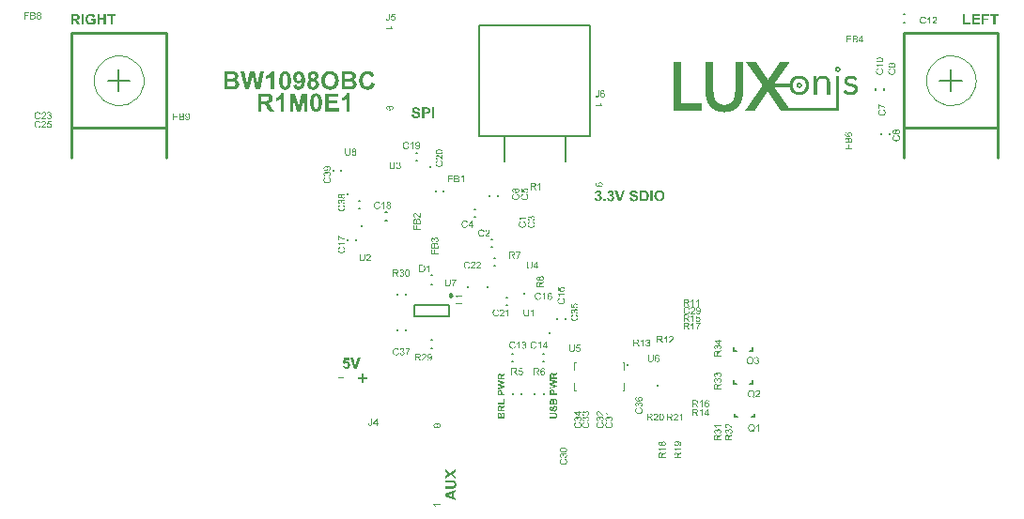
<source format=gto>
G04*
G04 #@! TF.GenerationSoftware,Altium Limited,Altium Designer,19.1.8 (144)*
G04*
G04 Layer_Color=65535*
%FSLAX44Y44*%
%MOMM*%
G71*
G01*
G75*
%ADD10C,0.1000*%
%ADD11C,0.2540*%
%ADD12C,0.2500*%
%ADD13C,0.1000*%
%ADD14C,0.2000*%
G36*
X273202Y12205D02*
X273665D01*
Y12147D01*
X273896D01*
Y12089D01*
X274070D01*
Y12031D01*
X274185D01*
Y11973D01*
X274301D01*
Y11916D01*
X274417D01*
Y11858D01*
X274474D01*
Y11800D01*
X274590D01*
Y11742D01*
X274648D01*
Y11684D01*
X274706D01*
Y11626D01*
X274764D01*
Y11568D01*
X274821D01*
Y11511D01*
X274879D01*
Y11453D01*
X274937D01*
Y11395D01*
X274995D01*
Y11337D01*
X275053D01*
Y11279D01*
Y11222D01*
X275110D01*
Y11164D01*
X275168D01*
Y11106D01*
Y11048D01*
X275226D01*
Y10990D01*
Y10933D01*
X275284D01*
Y10875D01*
Y10817D01*
X275342D01*
Y10759D01*
Y10701D01*
Y10643D01*
X275400D01*
Y10586D01*
Y10528D01*
Y10470D01*
Y10412D01*
X275457D01*
Y10354D01*
Y10296D01*
Y10239D01*
Y10181D01*
Y10123D01*
Y10065D01*
Y10007D01*
Y9949D01*
Y9892D01*
Y9834D01*
Y9776D01*
Y9718D01*
Y9660D01*
Y9603D01*
Y9545D01*
Y9487D01*
Y9429D01*
Y9371D01*
Y9313D01*
X275400D01*
Y9255D01*
Y9198D01*
Y9140D01*
Y9082D01*
X275342D01*
Y9024D01*
Y8967D01*
Y8909D01*
X275284D01*
Y8851D01*
Y8793D01*
X275226D01*
Y8735D01*
Y8677D01*
X275168D01*
Y8619D01*
Y8562D01*
X275110D01*
Y8504D01*
X275053D01*
Y8446D01*
Y8388D01*
X274995D01*
Y8330D01*
X274937D01*
Y8273D01*
X274879D01*
Y8215D01*
X274821D01*
Y8157D01*
X274764D01*
Y8099D01*
X274706D01*
Y8041D01*
X274648D01*
Y7983D01*
X274590D01*
Y7926D01*
X274474D01*
Y7868D01*
X274417D01*
Y7810D01*
X274301D01*
Y7752D01*
X274185D01*
Y7694D01*
X274070D01*
Y7637D01*
X273896D01*
Y7579D01*
X273665D01*
Y7521D01*
X273260D01*
Y7463D01*
X272855D01*
Y7521D01*
X272451D01*
Y7579D01*
X272219D01*
Y7637D01*
X272104D01*
Y7694D01*
X271930D01*
Y7752D01*
X271814D01*
Y7810D01*
X271757D01*
Y7868D01*
X271641D01*
Y7926D01*
X271583D01*
Y7983D01*
X271467D01*
Y8041D01*
X271410D01*
Y8099D01*
X271352D01*
Y8157D01*
X271294D01*
Y8215D01*
X271236D01*
Y8273D01*
X271178D01*
Y8330D01*
X271120D01*
Y8388D01*
Y8446D01*
X271063D01*
Y8504D01*
X271005D01*
Y8562D01*
Y8619D01*
X270947D01*
Y8677D01*
Y8735D01*
X270889D01*
Y8793D01*
Y8851D01*
X270831D01*
Y8909D01*
Y8967D01*
X270774D01*
Y9024D01*
Y9082D01*
Y9140D01*
X270716D01*
Y9198D01*
Y9255D01*
Y9313D01*
Y9371D01*
Y9429D01*
X270658D01*
Y9487D01*
Y9545D01*
Y9603D01*
Y9660D01*
Y9718D01*
Y9776D01*
Y9834D01*
Y9892D01*
Y9949D01*
Y10007D01*
Y10065D01*
Y10123D01*
Y10181D01*
Y10239D01*
Y10296D01*
X270716D01*
Y10354D01*
Y10412D01*
Y10470D01*
Y10528D01*
Y10586D01*
X270774D01*
Y10643D01*
Y10701D01*
Y10759D01*
X270831D01*
Y10817D01*
Y10875D01*
X270889D01*
Y10933D01*
Y10990D01*
X270947D01*
Y11048D01*
Y11106D01*
X271005D01*
Y11164D01*
Y11222D01*
X271063D01*
Y11279D01*
X271120D01*
Y11337D01*
Y11395D01*
X271178D01*
Y11453D01*
X271236D01*
Y11511D01*
X271294D01*
Y11568D01*
X271352D01*
Y11626D01*
X271410D01*
Y11684D01*
X271467D01*
Y11742D01*
X271583D01*
Y11800D01*
X271641D01*
Y11858D01*
X271757D01*
Y11916D01*
X271814D01*
Y11973D01*
X271930D01*
Y12031D01*
X272104D01*
Y12089D01*
X272277D01*
Y12147D01*
X272451D01*
Y12205D01*
X272913D01*
Y12262D01*
X273202D01*
Y12205D01*
D02*
G37*
G36*
X260307Y4167D02*
X261001D01*
Y4109D01*
X261348D01*
Y4051D01*
X261637D01*
Y3993D01*
X261869D01*
Y3936D01*
X262100D01*
Y3878D01*
X262273D01*
Y3820D01*
X262447D01*
Y3762D01*
X262620D01*
Y3704D01*
X262736D01*
Y3647D01*
X262852D01*
Y3589D01*
X262967D01*
Y3531D01*
X263083D01*
Y3473D01*
X263199D01*
Y3415D01*
X263314D01*
Y3357D01*
X263430D01*
Y3300D01*
X263488D01*
Y3242D01*
X263603D01*
Y3184D01*
X263661D01*
Y3126D01*
X263777D01*
Y3068D01*
X263835D01*
Y3011D01*
X263892D01*
Y2953D01*
X264008D01*
Y2895D01*
X264066D01*
Y2837D01*
X264124D01*
Y2779D01*
X264182D01*
Y2721D01*
X264239D01*
Y2664D01*
X264297D01*
Y2606D01*
X264355D01*
Y2548D01*
X264413D01*
Y2490D01*
X264471D01*
Y2432D01*
X264529D01*
Y2374D01*
X264586D01*
Y2317D01*
X264644D01*
Y2259D01*
X264702D01*
Y2201D01*
X264760D01*
Y2143D01*
X264818D01*
Y2085D01*
Y2027D01*
X264875D01*
Y1970D01*
X264933D01*
Y1912D01*
Y1854D01*
X264991D01*
Y1796D01*
X265049D01*
Y1738D01*
Y1681D01*
X265107D01*
Y1623D01*
X265165D01*
Y1565D01*
Y1507D01*
X265222D01*
Y1449D01*
Y1391D01*
X265280D01*
Y1334D01*
X265338D01*
Y1276D01*
Y1218D01*
X265396D01*
Y1160D01*
Y1102D01*
X265454D01*
Y1045D01*
Y987D01*
Y929D01*
X265512D01*
Y871D01*
Y813D01*
X265569D01*
Y755D01*
Y698D01*
X265627D01*
Y640D01*
Y582D01*
Y524D01*
X265685D01*
Y466D01*
Y408D01*
Y351D01*
X265743D01*
Y293D01*
Y235D01*
Y177D01*
X265801D01*
Y119D01*
Y61D01*
Y4D01*
Y-54D01*
X265858D01*
Y-112D01*
Y-170D01*
Y-228D01*
Y-286D01*
X265916D01*
Y-343D01*
Y-401D01*
Y-459D01*
Y-517D01*
Y-575D01*
X265974D01*
Y-632D01*
Y-690D01*
Y-748D01*
Y-806D01*
X266032D01*
Y-864D01*
Y-922D01*
Y-979D01*
Y-1037D01*
Y-1095D01*
Y-1153D01*
Y-1211D01*
Y-1268D01*
X266090D01*
Y-1326D01*
Y-1384D01*
Y-1442D01*
Y-1500D01*
Y-1558D01*
Y-1615D01*
Y-1673D01*
Y-1731D01*
Y-1789D01*
Y-1847D01*
Y-1905D01*
X266148D01*
Y-1962D01*
Y-2020D01*
Y-2078D01*
Y-2136D01*
Y-2194D01*
Y-2252D01*
Y-2309D01*
Y-2367D01*
Y-2425D01*
Y-2483D01*
Y-2541D01*
Y-2598D01*
Y-2656D01*
Y-2714D01*
Y-2772D01*
Y-2830D01*
Y-2888D01*
Y-2945D01*
Y-3003D01*
Y-3061D01*
Y-3119D01*
Y-3177D01*
Y-3234D01*
Y-3292D01*
Y-3350D01*
Y-3408D01*
Y-3466D01*
Y-3524D01*
Y-3582D01*
Y-3639D01*
Y-3697D01*
Y-3755D01*
Y-3813D01*
Y-3871D01*
Y-3928D01*
Y-3986D01*
Y-4044D01*
Y-4102D01*
Y-4160D01*
Y-4218D01*
Y-4275D01*
Y-4333D01*
Y-4391D01*
Y-4449D01*
Y-4507D01*
Y-4564D01*
Y-4622D01*
Y-4680D01*
Y-4738D01*
Y-4796D01*
Y-4854D01*
Y-4911D01*
Y-4969D01*
Y-5027D01*
Y-5085D01*
Y-5143D01*
Y-5200D01*
Y-5258D01*
Y-5316D01*
Y-5374D01*
Y-5432D01*
Y-5490D01*
Y-5548D01*
Y-5605D01*
Y-5663D01*
Y-5721D01*
Y-5779D01*
Y-5837D01*
Y-5895D01*
Y-5952D01*
Y-6010D01*
Y-6068D01*
Y-6126D01*
Y-6184D01*
Y-6241D01*
Y-6299D01*
Y-6357D01*
Y-6415D01*
Y-6473D01*
Y-6531D01*
Y-6588D01*
Y-6646D01*
Y-6704D01*
Y-6762D01*
Y-6820D01*
Y-6877D01*
Y-6935D01*
Y-6993D01*
Y-7051D01*
Y-7109D01*
Y-7167D01*
Y-7224D01*
Y-7282D01*
Y-7340D01*
Y-7398D01*
Y-7456D01*
Y-7514D01*
Y-7571D01*
Y-7629D01*
Y-7687D01*
Y-7745D01*
Y-7803D01*
Y-7861D01*
Y-7918D01*
Y-7976D01*
Y-8034D01*
Y-8092D01*
Y-8150D01*
Y-8207D01*
Y-8265D01*
Y-8323D01*
Y-8381D01*
Y-8439D01*
Y-8497D01*
Y-8554D01*
Y-8612D01*
Y-8670D01*
Y-8728D01*
Y-8786D01*
Y-8844D01*
Y-8901D01*
Y-8959D01*
Y-9017D01*
Y-9075D01*
Y-9133D01*
Y-9190D01*
Y-9248D01*
Y-9306D01*
Y-9364D01*
Y-9422D01*
Y-9480D01*
Y-9537D01*
Y-9595D01*
Y-9653D01*
Y-9711D01*
Y-9769D01*
Y-9826D01*
Y-9884D01*
Y-9942D01*
Y-10000D01*
Y-10058D01*
Y-10116D01*
Y-10173D01*
Y-10231D01*
Y-10289D01*
Y-10347D01*
Y-10405D01*
Y-10463D01*
Y-10520D01*
Y-10578D01*
Y-10636D01*
Y-10694D01*
Y-10752D01*
Y-10810D01*
Y-10867D01*
Y-10925D01*
Y-10983D01*
Y-11041D01*
Y-11099D01*
Y-11157D01*
Y-11214D01*
Y-11272D01*
Y-11330D01*
Y-11388D01*
Y-11446D01*
Y-11503D01*
Y-11561D01*
Y-11619D01*
Y-11677D01*
Y-11735D01*
Y-11793D01*
Y-11850D01*
Y-11908D01*
Y-11966D01*
Y-12024D01*
Y-12082D01*
Y-12140D01*
Y-12197D01*
Y-12255D01*
Y-12313D01*
Y-12371D01*
Y-12429D01*
Y-12486D01*
Y-12544D01*
Y-12602D01*
Y-12660D01*
Y-12718D01*
Y-12776D01*
Y-12833D01*
Y-12891D01*
X263372D01*
Y-12833D01*
Y-12776D01*
Y-12718D01*
Y-12660D01*
Y-12602D01*
Y-12544D01*
Y-12486D01*
Y-12429D01*
Y-12371D01*
Y-12313D01*
Y-12255D01*
Y-12197D01*
Y-12140D01*
Y-12082D01*
Y-12024D01*
Y-11966D01*
Y-11908D01*
Y-11850D01*
Y-11793D01*
Y-11735D01*
Y-11677D01*
Y-11619D01*
Y-11561D01*
Y-11503D01*
Y-11446D01*
Y-11388D01*
Y-11330D01*
Y-11272D01*
Y-11214D01*
Y-11157D01*
Y-11099D01*
Y-11041D01*
Y-10983D01*
Y-10925D01*
Y-10867D01*
Y-10810D01*
Y-10752D01*
Y-10694D01*
Y-10636D01*
Y-10578D01*
Y-10520D01*
Y-10463D01*
Y-10405D01*
Y-10347D01*
Y-10289D01*
Y-10231D01*
Y-10173D01*
Y-10116D01*
Y-10058D01*
Y-10000D01*
Y-9942D01*
Y-9884D01*
Y-9826D01*
Y-9769D01*
Y-9711D01*
Y-9653D01*
Y-9595D01*
Y-9537D01*
Y-9480D01*
Y-9422D01*
Y-9364D01*
Y-9306D01*
Y-9248D01*
Y-9190D01*
Y-9133D01*
Y-9075D01*
Y-9017D01*
Y-8959D01*
Y-8901D01*
Y-8844D01*
Y-8786D01*
Y-8728D01*
Y-8670D01*
Y-8612D01*
Y-8554D01*
Y-8497D01*
Y-8439D01*
Y-8381D01*
Y-8323D01*
Y-8265D01*
Y-8207D01*
Y-8150D01*
Y-8092D01*
Y-8034D01*
Y-7976D01*
Y-7918D01*
Y-7861D01*
Y-7803D01*
Y-7745D01*
Y-7687D01*
Y-7629D01*
Y-7571D01*
Y-7514D01*
Y-7456D01*
Y-7398D01*
Y-7340D01*
Y-7282D01*
Y-7224D01*
Y-7167D01*
Y-7109D01*
Y-7051D01*
Y-6993D01*
Y-6935D01*
Y-6877D01*
Y-6820D01*
Y-6762D01*
Y-6704D01*
Y-6646D01*
Y-6588D01*
Y-6531D01*
Y-6473D01*
Y-6415D01*
Y-6357D01*
Y-6299D01*
Y-6241D01*
Y-6184D01*
Y-6126D01*
Y-6068D01*
Y-6010D01*
Y-5952D01*
Y-5895D01*
Y-5837D01*
Y-5779D01*
Y-5721D01*
Y-5663D01*
Y-5605D01*
Y-5548D01*
Y-5490D01*
Y-5432D01*
Y-5374D01*
Y-5316D01*
Y-5258D01*
Y-5200D01*
Y-5143D01*
Y-5085D01*
Y-5027D01*
Y-4969D01*
Y-4911D01*
Y-4854D01*
Y-4796D01*
Y-4738D01*
Y-4680D01*
Y-4622D01*
Y-4564D01*
Y-4507D01*
Y-4449D01*
Y-4391D01*
Y-4333D01*
Y-4275D01*
Y-4218D01*
Y-4160D01*
Y-4102D01*
Y-4044D01*
Y-3986D01*
Y-3928D01*
Y-3871D01*
Y-3813D01*
Y-3755D01*
Y-3697D01*
Y-3639D01*
Y-3582D01*
Y-3524D01*
Y-3466D01*
Y-3408D01*
Y-3350D01*
Y-3292D01*
Y-3234D01*
Y-3177D01*
Y-3119D01*
Y-3061D01*
Y-3003D01*
Y-2945D01*
Y-2888D01*
Y-2830D01*
Y-2772D01*
Y-2714D01*
Y-2656D01*
Y-2598D01*
Y-2541D01*
Y-2483D01*
Y-2425D01*
Y-2367D01*
Y-2309D01*
Y-2252D01*
Y-2194D01*
Y-2136D01*
Y-2078D01*
Y-2020D01*
X263314D01*
Y-1962D01*
Y-1905D01*
Y-1847D01*
Y-1789D01*
Y-1731D01*
Y-1673D01*
Y-1615D01*
X263256D01*
Y-1558D01*
Y-1500D01*
Y-1442D01*
Y-1384D01*
Y-1326D01*
Y-1268D01*
X263199D01*
Y-1211D01*
Y-1153D01*
Y-1095D01*
Y-1037D01*
X263141D01*
Y-979D01*
Y-922D01*
Y-864D01*
X263083D01*
Y-806D01*
Y-748D01*
Y-690D01*
X263025D01*
Y-632D01*
Y-575D01*
Y-517D01*
X262967D01*
Y-459D01*
Y-401D01*
X262909D01*
Y-343D01*
Y-286D01*
X262852D01*
Y-228D01*
Y-170D01*
Y-112D01*
X262794D01*
Y-54D01*
Y4D01*
X262736D01*
Y61D01*
X262678D01*
Y119D01*
Y177D01*
X262620D01*
Y235D01*
X262563D01*
Y293D01*
Y351D01*
X262505D01*
Y408D01*
X262447D01*
Y466D01*
Y524D01*
X262389D01*
Y582D01*
X262331D01*
Y640D01*
X262273D01*
Y698D01*
X262216D01*
Y755D01*
X262158D01*
Y813D01*
X262100D01*
Y871D01*
X262042D01*
Y929D01*
X261926D01*
Y987D01*
X261869D01*
Y1045D01*
X261811D01*
Y1102D01*
X261695D01*
Y1160D01*
X261579D01*
Y1218D01*
X261522D01*
Y1276D01*
X261406D01*
Y1334D01*
X261232D01*
Y1391D01*
X261117D01*
Y1449D01*
X260943D01*
Y1507D01*
X260712D01*
Y1565D01*
X260423D01*
Y1623D01*
X259902D01*
Y1681D01*
X259151D01*
Y1623D01*
X258573D01*
Y1565D01*
X258284D01*
Y1507D01*
X257994D01*
Y1449D01*
X257821D01*
Y1391D01*
X257647D01*
Y1334D01*
X257474D01*
Y1276D01*
X257358D01*
Y1218D01*
X257185D01*
Y1160D01*
X257069D01*
Y1102D01*
X256954D01*
Y1045D01*
X256896D01*
Y987D01*
X256780D01*
Y929D01*
X256722D01*
Y871D01*
X256607D01*
Y813D01*
X256549D01*
Y755D01*
X256433D01*
Y698D01*
X256375D01*
Y640D01*
X256318D01*
Y582D01*
X256260D01*
Y524D01*
X256144D01*
Y466D01*
X256086D01*
Y408D01*
X256028D01*
Y351D01*
X255970D01*
Y293D01*
Y235D01*
X255913D01*
Y177D01*
X255855D01*
Y119D01*
X255797D01*
Y61D01*
X255739D01*
Y4D01*
X255681D01*
Y-54D01*
X255623D01*
Y-112D01*
Y-170D01*
X255566D01*
Y-228D01*
X255508D01*
Y-286D01*
Y-343D01*
X255450D01*
Y-401D01*
X255392D01*
Y-459D01*
Y-517D01*
X255334D01*
Y-575D01*
Y-632D01*
X255277D01*
Y-690D01*
X255219D01*
Y-748D01*
Y-806D01*
X255161D01*
Y-864D01*
Y-922D01*
X255103D01*
Y-979D01*
Y-1037D01*
X255045D01*
Y-1095D01*
Y-1153D01*
Y-1211D01*
X254988D01*
Y-1268D01*
Y-1326D01*
X254930D01*
Y-1384D01*
Y-1442D01*
Y-1500D01*
X254872D01*
Y-1558D01*
Y-1615D01*
Y-1673D01*
X254814D01*
Y-1731D01*
Y-1789D01*
X254756D01*
Y-1847D01*
Y-1905D01*
Y-1962D01*
Y-2020D01*
X254698D01*
Y-2078D01*
Y-2136D01*
Y-2194D01*
Y-2252D01*
X254641D01*
Y-2309D01*
Y-2367D01*
Y-2425D01*
Y-2483D01*
X254583D01*
Y-2541D01*
Y-2598D01*
Y-2656D01*
Y-2714D01*
Y-2772D01*
X254525D01*
Y-2830D01*
Y-2888D01*
Y-2945D01*
Y-3003D01*
Y-3061D01*
Y-3119D01*
X254467D01*
Y-3177D01*
Y-3234D01*
Y-3292D01*
Y-3350D01*
Y-3408D01*
Y-3466D01*
Y-3524D01*
Y-3582D01*
Y-3639D01*
X254409D01*
Y-3697D01*
Y-3755D01*
Y-3813D01*
Y-3871D01*
Y-3928D01*
Y-3986D01*
Y-4044D01*
Y-4102D01*
Y-4160D01*
Y-4218D01*
Y-4275D01*
Y-4333D01*
Y-4391D01*
Y-4449D01*
Y-4507D01*
Y-4564D01*
Y-4622D01*
Y-4680D01*
Y-4738D01*
Y-4796D01*
Y-4854D01*
Y-4911D01*
Y-4969D01*
Y-5027D01*
Y-5085D01*
Y-5143D01*
Y-5200D01*
Y-5258D01*
Y-5316D01*
Y-5374D01*
Y-5432D01*
Y-5490D01*
Y-5548D01*
Y-5605D01*
Y-5663D01*
Y-5721D01*
Y-5779D01*
Y-5837D01*
Y-5895D01*
Y-5952D01*
Y-6010D01*
Y-6068D01*
Y-6126D01*
Y-6184D01*
Y-6241D01*
Y-6299D01*
Y-6357D01*
Y-6415D01*
Y-6473D01*
Y-6531D01*
Y-6588D01*
Y-6646D01*
Y-6704D01*
Y-6762D01*
Y-6820D01*
Y-6877D01*
Y-6935D01*
Y-6993D01*
Y-7051D01*
Y-7109D01*
Y-7167D01*
Y-7224D01*
Y-7282D01*
Y-7340D01*
Y-7398D01*
Y-7456D01*
Y-7514D01*
Y-7571D01*
Y-7629D01*
Y-7687D01*
Y-7745D01*
Y-7803D01*
Y-7861D01*
Y-7918D01*
Y-7976D01*
Y-8034D01*
Y-8092D01*
Y-8150D01*
Y-8207D01*
Y-8265D01*
Y-8323D01*
Y-8381D01*
Y-8439D01*
Y-8497D01*
Y-8554D01*
Y-8612D01*
Y-8670D01*
Y-8728D01*
Y-8786D01*
Y-8844D01*
Y-8901D01*
Y-8959D01*
Y-9017D01*
Y-9075D01*
Y-9133D01*
Y-9190D01*
Y-9248D01*
Y-9306D01*
Y-9364D01*
Y-9422D01*
Y-9480D01*
Y-9537D01*
Y-9595D01*
Y-9653D01*
Y-9711D01*
Y-9769D01*
Y-9826D01*
Y-9884D01*
Y-9942D01*
Y-10000D01*
Y-10058D01*
Y-10116D01*
Y-10173D01*
Y-10231D01*
Y-10289D01*
Y-10347D01*
Y-10405D01*
Y-10463D01*
Y-10520D01*
Y-10578D01*
Y-10636D01*
Y-10694D01*
Y-10752D01*
Y-10810D01*
Y-10867D01*
Y-10925D01*
Y-10983D01*
Y-11041D01*
Y-11099D01*
Y-11157D01*
Y-11214D01*
Y-11272D01*
Y-11330D01*
Y-11388D01*
Y-11446D01*
Y-11503D01*
Y-11561D01*
Y-11619D01*
Y-11677D01*
Y-11735D01*
Y-11793D01*
Y-11850D01*
Y-11908D01*
Y-11966D01*
Y-12024D01*
Y-12082D01*
Y-12140D01*
Y-12197D01*
Y-12255D01*
Y-12313D01*
Y-12371D01*
Y-12429D01*
Y-12486D01*
Y-12544D01*
Y-12602D01*
Y-12660D01*
Y-12718D01*
Y-12776D01*
Y-12833D01*
Y-12891D01*
X251634D01*
Y-12833D01*
Y-12776D01*
Y-12718D01*
Y-12660D01*
Y-12602D01*
Y-12544D01*
Y-12486D01*
Y-12429D01*
Y-12371D01*
Y-12313D01*
Y-12255D01*
Y-12197D01*
Y-12140D01*
Y-12082D01*
Y-12024D01*
Y-11966D01*
Y-11908D01*
Y-11850D01*
Y-11793D01*
Y-11735D01*
Y-11677D01*
Y-11619D01*
Y-11561D01*
Y-11503D01*
Y-11446D01*
Y-11388D01*
Y-11330D01*
Y-11272D01*
Y-11214D01*
Y-11157D01*
Y-11099D01*
Y-11041D01*
Y-10983D01*
Y-10925D01*
Y-10867D01*
Y-10810D01*
Y-10752D01*
Y-10694D01*
Y-10636D01*
Y-10578D01*
Y-10520D01*
Y-10463D01*
Y-10405D01*
Y-10347D01*
Y-10289D01*
Y-10231D01*
Y-10173D01*
Y-10116D01*
Y-10058D01*
Y-10000D01*
Y-9942D01*
Y-9884D01*
Y-9826D01*
Y-9769D01*
Y-9711D01*
Y-9653D01*
Y-9595D01*
Y-9537D01*
Y-9480D01*
Y-9422D01*
Y-9364D01*
Y-9306D01*
Y-9248D01*
Y-9190D01*
Y-9133D01*
Y-9075D01*
Y-9017D01*
Y-8959D01*
Y-8901D01*
Y-8844D01*
Y-8786D01*
Y-8728D01*
Y-8670D01*
Y-8612D01*
Y-8554D01*
Y-8497D01*
Y-8439D01*
Y-8381D01*
Y-8323D01*
Y-8265D01*
Y-8207D01*
Y-8150D01*
Y-8092D01*
Y-8034D01*
Y-7976D01*
Y-7918D01*
Y-7861D01*
Y-7803D01*
Y-7745D01*
Y-7687D01*
Y-7629D01*
Y-7571D01*
Y-7514D01*
Y-7456D01*
Y-7398D01*
Y-7340D01*
Y-7282D01*
Y-7224D01*
Y-7167D01*
Y-7109D01*
Y-7051D01*
Y-6993D01*
Y-6935D01*
Y-6877D01*
Y-6820D01*
Y-6762D01*
Y-6704D01*
Y-6646D01*
Y-6588D01*
Y-6531D01*
Y-6473D01*
Y-6415D01*
Y-6357D01*
Y-6299D01*
Y-6241D01*
Y-6184D01*
Y-6126D01*
Y-6068D01*
Y-6010D01*
Y-5952D01*
Y-5895D01*
Y-5837D01*
Y-5779D01*
Y-5721D01*
Y-5663D01*
Y-5605D01*
Y-5548D01*
Y-5490D01*
Y-5432D01*
Y-5374D01*
Y-5316D01*
Y-5258D01*
Y-5200D01*
Y-5143D01*
Y-5085D01*
Y-5027D01*
Y-4969D01*
Y-4911D01*
Y-4854D01*
Y-4796D01*
Y-4738D01*
Y-4680D01*
Y-4622D01*
Y-4564D01*
Y-4507D01*
Y-4449D01*
Y-4391D01*
Y-4333D01*
Y-4275D01*
Y-4218D01*
Y-4160D01*
Y-4102D01*
Y-4044D01*
Y-3986D01*
Y-3928D01*
Y-3871D01*
Y-3813D01*
Y-3755D01*
Y-3697D01*
Y-3639D01*
Y-3582D01*
Y-3524D01*
Y-3466D01*
Y-3408D01*
Y-3350D01*
Y-3292D01*
Y-3234D01*
Y-3177D01*
Y-3119D01*
Y-3061D01*
Y-3003D01*
Y-2945D01*
Y-2888D01*
Y-2830D01*
Y-2772D01*
Y-2714D01*
Y-2656D01*
Y-2598D01*
Y-2541D01*
Y-2483D01*
Y-2425D01*
Y-2367D01*
Y-2309D01*
Y-2252D01*
Y-2194D01*
Y-2136D01*
Y-2078D01*
Y-2020D01*
Y-1962D01*
Y-1905D01*
Y-1847D01*
Y-1789D01*
Y-1731D01*
Y-1673D01*
Y-1615D01*
Y-1558D01*
Y-1500D01*
Y-1442D01*
Y-1384D01*
Y-1326D01*
Y-1268D01*
Y-1211D01*
Y-1153D01*
Y-1095D01*
Y-1037D01*
Y-979D01*
Y-922D01*
Y-864D01*
Y-806D01*
Y-748D01*
Y-690D01*
Y-632D01*
Y-575D01*
Y-517D01*
Y-459D01*
Y-401D01*
Y-343D01*
Y-286D01*
Y-228D01*
Y-170D01*
Y-112D01*
Y-54D01*
Y4D01*
Y61D01*
Y119D01*
Y177D01*
Y235D01*
Y293D01*
Y351D01*
Y408D01*
Y466D01*
Y524D01*
Y582D01*
Y640D01*
Y698D01*
Y755D01*
Y813D01*
Y871D01*
Y929D01*
Y987D01*
X251576D01*
Y1045D01*
Y1102D01*
Y1160D01*
Y1218D01*
Y1276D01*
Y1334D01*
Y1391D01*
Y1449D01*
Y1507D01*
Y1565D01*
Y1623D01*
Y1681D01*
Y1738D01*
Y1796D01*
Y1854D01*
Y1912D01*
Y1970D01*
Y2027D01*
Y2085D01*
Y2143D01*
X251518D01*
Y2201D01*
Y2259D01*
Y2317D01*
Y2374D01*
Y2432D01*
Y2490D01*
Y2548D01*
Y2606D01*
Y2664D01*
Y2721D01*
Y2779D01*
Y2837D01*
Y2895D01*
Y2953D01*
Y3011D01*
Y3068D01*
Y3126D01*
Y3184D01*
Y3242D01*
Y3300D01*
Y3357D01*
X251460D01*
Y3415D01*
Y3473D01*
Y3531D01*
Y3589D01*
Y3647D01*
Y3704D01*
Y3762D01*
X254120D01*
Y3704D01*
Y3647D01*
Y3589D01*
Y3531D01*
Y3473D01*
Y3415D01*
Y3357D01*
Y3300D01*
Y3242D01*
Y3184D01*
Y3126D01*
Y3068D01*
Y3011D01*
Y2953D01*
Y2895D01*
Y2837D01*
Y2779D01*
Y2721D01*
Y2664D01*
Y2606D01*
Y2548D01*
Y2490D01*
Y2432D01*
Y2374D01*
Y2317D01*
Y2259D01*
Y2201D01*
Y2143D01*
X254178D01*
Y2085D01*
Y2027D01*
Y1970D01*
Y1912D01*
Y1854D01*
Y1796D01*
Y1738D01*
Y1681D01*
Y1623D01*
Y1565D01*
Y1507D01*
Y1449D01*
Y1391D01*
Y1334D01*
Y1276D01*
Y1218D01*
Y1160D01*
Y1102D01*
Y1045D01*
X254294D01*
Y1102D01*
Y1160D01*
X254351D01*
Y1218D01*
Y1276D01*
X254409D01*
Y1334D01*
Y1391D01*
X254467D01*
Y1449D01*
X254525D01*
Y1507D01*
Y1565D01*
X254583D01*
Y1623D01*
X254641D01*
Y1681D01*
Y1738D01*
X254698D01*
Y1796D01*
X254756D01*
Y1854D01*
Y1912D01*
X254814D01*
Y1970D01*
X254872D01*
Y2027D01*
X254930D01*
Y2085D01*
X254988D01*
Y2143D01*
X255045D01*
Y2201D01*
Y2259D01*
X255103D01*
Y2317D01*
X255161D01*
Y2374D01*
X255219D01*
Y2432D01*
X255277D01*
Y2490D01*
X255334D01*
Y2548D01*
X255392D01*
Y2606D01*
X255508D01*
Y2664D01*
X255566D01*
Y2721D01*
X255623D01*
Y2779D01*
X255681D01*
Y2837D01*
X255739D01*
Y2895D01*
X255855D01*
Y2953D01*
X255913D01*
Y3011D01*
X256028D01*
Y3068D01*
X256086D01*
Y3126D01*
X256144D01*
Y3184D01*
X256260D01*
Y3242D01*
X256375D01*
Y3300D01*
X256433D01*
Y3357D01*
X256549D01*
Y3415D01*
X256664D01*
Y3473D01*
X256780D01*
Y3531D01*
X256896D01*
Y3589D01*
X257011D01*
Y3647D01*
X257127D01*
Y3704D01*
X257300D01*
Y3762D01*
X257416D01*
Y3820D01*
X257590D01*
Y3878D01*
X257763D01*
Y3936D01*
X257994D01*
Y3993D01*
X258168D01*
Y4051D01*
X258457D01*
Y4109D01*
X258804D01*
Y4167D01*
X259382D01*
Y4225D01*
X260307D01*
Y4167D01*
D02*
G37*
G36*
X229545Y16137D02*
X229487D01*
Y16079D01*
X229429D01*
Y16021D01*
Y15963D01*
X229371D01*
Y15905D01*
X229313D01*
Y15848D01*
Y15790D01*
X229256D01*
Y15732D01*
X229198D01*
Y15674D01*
X229140D01*
Y15616D01*
Y15558D01*
X229082D01*
Y15501D01*
X229024D01*
Y15443D01*
Y15385D01*
X228967D01*
Y15327D01*
X228909D01*
Y15269D01*
X228851D01*
Y15211D01*
Y15154D01*
X228793D01*
Y15096D01*
X228735D01*
Y15038D01*
Y14980D01*
X228677D01*
Y14922D01*
X228619D01*
Y14864D01*
X228562D01*
Y14807D01*
Y14749D01*
X228504D01*
Y14691D01*
X228446D01*
Y14633D01*
Y14575D01*
X228388D01*
Y14518D01*
X228330D01*
Y14460D01*
X228272D01*
Y14402D01*
Y14344D01*
X228215D01*
Y14286D01*
X228157D01*
Y14228D01*
Y14171D01*
X228099D01*
Y14113D01*
X228041D01*
Y14055D01*
Y13997D01*
X227983D01*
Y13939D01*
X227926D01*
Y13881D01*
X227868D01*
Y13824D01*
Y13766D01*
X227810D01*
Y13708D01*
X227752D01*
Y13650D01*
Y13592D01*
X227694D01*
Y13535D01*
X227637D01*
Y13477D01*
X227579D01*
Y13419D01*
Y13361D01*
X227521D01*
Y13303D01*
X227463D01*
Y13246D01*
Y13188D01*
X227405D01*
Y13130D01*
X227347D01*
Y13072D01*
X227290D01*
Y13014D01*
Y12956D01*
X227232D01*
Y12898D01*
X227174D01*
Y12841D01*
Y12783D01*
X227116D01*
Y12725D01*
X227058D01*
Y12667D01*
X227000D01*
Y12609D01*
Y12552D01*
X226943D01*
Y12494D01*
X226885D01*
Y12436D01*
Y12378D01*
X226827D01*
Y12320D01*
X226769D01*
Y12262D01*
Y12205D01*
X226711D01*
Y12147D01*
X226653D01*
Y12089D01*
X226596D01*
Y12031D01*
Y11973D01*
X226538D01*
Y11916D01*
X226480D01*
Y11858D01*
Y11800D01*
X226422D01*
Y11742D01*
X226364D01*
Y11684D01*
X226306D01*
Y11626D01*
Y11568D01*
X226249D01*
Y11511D01*
X226191D01*
Y11453D01*
Y11395D01*
X226133D01*
Y11337D01*
X226075D01*
Y11279D01*
X226017D01*
Y11222D01*
Y11164D01*
X225960D01*
Y11106D01*
X225902D01*
Y11048D01*
Y10990D01*
X225844D01*
Y10933D01*
X225786D01*
Y10875D01*
X225728D01*
Y10817D01*
Y10759D01*
X225670D01*
Y10701D01*
X225613D01*
Y10643D01*
Y10586D01*
X225555D01*
Y10528D01*
X225497D01*
Y10470D01*
X225439D01*
Y10412D01*
Y10354D01*
X225381D01*
Y10296D01*
X225324D01*
Y10239D01*
Y10181D01*
X225266D01*
Y10123D01*
X225208D01*
Y10065D01*
Y10007D01*
X225150D01*
Y9949D01*
X225092D01*
Y9892D01*
X225034D01*
Y9834D01*
Y9776D01*
X224977D01*
Y9718D01*
X224919D01*
Y9660D01*
Y9603D01*
X224861D01*
Y9545D01*
X224803D01*
Y9487D01*
X224745D01*
Y9429D01*
Y9371D01*
X224688D01*
Y9313D01*
X224630D01*
Y9255D01*
Y9198D01*
X224572D01*
Y9140D01*
X224514D01*
Y9082D01*
X224456D01*
Y9024D01*
Y8967D01*
X224398D01*
Y8909D01*
X224340D01*
Y8851D01*
Y8793D01*
X224283D01*
Y8735D01*
X224225D01*
Y8677D01*
X224167D01*
Y8619D01*
Y8562D01*
X224109D01*
Y8504D01*
X224051D01*
Y8446D01*
Y8388D01*
X223993D01*
Y8330D01*
X223936D01*
Y8273D01*
X223878D01*
Y8215D01*
Y8157D01*
X223820D01*
Y8099D01*
X223762D01*
Y8041D01*
Y7983D01*
X223704D01*
Y7926D01*
X223647D01*
Y7868D01*
Y7810D01*
X223589D01*
Y7752D01*
X223531D01*
Y7694D01*
X223473D01*
Y7637D01*
Y7579D01*
X223415D01*
Y7521D01*
X223358D01*
Y7463D01*
Y7405D01*
X223300D01*
Y7347D01*
X223242D01*
Y7290D01*
X223184D01*
Y7232D01*
Y7174D01*
X223126D01*
Y7116D01*
X223068D01*
Y7058D01*
Y7000D01*
X223011D01*
Y6943D01*
X222953D01*
Y6885D01*
X222895D01*
Y6827D01*
Y6769D01*
X222837D01*
Y6711D01*
X222779D01*
Y6654D01*
Y6596D01*
X222721D01*
Y6538D01*
X222664D01*
Y6480D01*
X222606D01*
Y6422D01*
Y6364D01*
X222548D01*
Y6306D01*
X222490D01*
Y6249D01*
Y6191D01*
X222432D01*
Y6133D01*
X222374D01*
Y6075D01*
X222317D01*
Y6017D01*
Y5960D01*
X222259D01*
Y5902D01*
X222201D01*
Y5844D01*
Y5786D01*
X222143D01*
Y5728D01*
X222085D01*
Y5670D01*
Y5613D01*
X222027D01*
Y5555D01*
X221970D01*
Y5497D01*
X221912D01*
Y5439D01*
Y5381D01*
X221854D01*
Y5324D01*
X221796D01*
Y5266D01*
Y5208D01*
X221738D01*
Y5150D01*
X221681D01*
Y5092D01*
X221623D01*
Y5034D01*
Y4976D01*
X221565D01*
Y4919D01*
X221507D01*
Y4861D01*
Y4803D01*
X221449D01*
Y4745D01*
X221391D01*
Y4687D01*
X221334D01*
Y4630D01*
Y4572D01*
X221276D01*
Y4514D01*
X221218D01*
Y4456D01*
Y4398D01*
X221160D01*
Y4340D01*
X221102D01*
Y4283D01*
X221045D01*
Y4225D01*
Y4167D01*
X220987D01*
Y4109D01*
X220929D01*
Y4051D01*
Y3993D01*
X220871D01*
Y3936D01*
X220813D01*
Y3878D01*
Y3820D01*
X220755D01*
Y3762D01*
X220698D01*
Y3704D01*
X220640D01*
Y3647D01*
Y3589D01*
X220582D01*
Y3531D01*
X220524D01*
Y3473D01*
Y3415D01*
X220466D01*
Y3357D01*
X220408D01*
Y3300D01*
X220351D01*
Y3242D01*
Y3184D01*
X220293D01*
Y3126D01*
X220235D01*
Y3068D01*
Y3011D01*
X220177D01*
Y2953D01*
X220119D01*
Y2895D01*
X220061D01*
Y2837D01*
Y2779D01*
X220004D01*
Y2721D01*
X219946D01*
Y2664D01*
Y2606D01*
X219888D01*
Y2548D01*
X219830D01*
Y2490D01*
X219772D01*
Y2432D01*
Y2374D01*
X219715D01*
Y2317D01*
X219657D01*
Y2259D01*
Y2201D01*
X219599D01*
Y2143D01*
X219541D01*
Y2085D01*
X219483D01*
Y2027D01*
Y1970D01*
X219425D01*
Y1912D01*
X219368D01*
Y1854D01*
Y1796D01*
X219310D01*
Y1738D01*
X219252D01*
Y1681D01*
Y1623D01*
X219194D01*
Y1565D01*
X219136D01*
Y1507D01*
X219079D01*
Y1449D01*
Y1391D01*
X219021D01*
Y1334D01*
X218963D01*
Y1276D01*
Y1218D01*
X218905D01*
Y1160D01*
X218847D01*
Y1102D01*
X218789D01*
Y1045D01*
Y987D01*
X218731D01*
Y929D01*
X218674D01*
Y871D01*
Y813D01*
X218616D01*
Y755D01*
X218558D01*
Y698D01*
X218500D01*
Y640D01*
Y582D01*
X218442D01*
Y524D01*
X218385D01*
Y466D01*
Y408D01*
X218327D01*
Y351D01*
X218269D01*
Y293D01*
X218211D01*
Y235D01*
Y177D01*
X218153D01*
Y119D01*
X218095D01*
Y61D01*
Y4D01*
X218038D01*
Y-54D01*
X217980D01*
Y-112D01*
X217922D01*
Y-170D01*
Y-228D01*
X217864D01*
Y-286D01*
X217806D01*
Y-343D01*
Y-401D01*
X217749D01*
Y-459D01*
X217691D01*
Y-517D01*
Y-575D01*
X217633D01*
Y-632D01*
X217575D01*
Y-690D01*
X217517D01*
Y-748D01*
Y-806D01*
X217459D01*
Y-864D01*
X217402D01*
Y-922D01*
Y-979D01*
X217344D01*
Y-1037D01*
X217286D01*
Y-1095D01*
X217228D01*
Y-1153D01*
Y-1211D01*
X217170D01*
Y-1268D01*
X217112D01*
Y-1326D01*
Y-1384D01*
X217055D01*
Y-1442D01*
X216997D01*
Y-1500D01*
X216939D01*
Y-1558D01*
Y-1615D01*
X216881D01*
Y-1673D01*
X216823D01*
Y-1731D01*
Y-1789D01*
X216765D01*
Y-1847D01*
X216708D01*
Y-1905D01*
X216650D01*
Y-1962D01*
Y-2020D01*
X216592D01*
Y-2078D01*
X216534D01*
Y-2136D01*
Y-2194D01*
X216476D01*
Y-2252D01*
X216418D01*
Y-2309D01*
Y-2367D01*
X216361D01*
Y-2425D01*
X216303D01*
Y-2483D01*
X216245D01*
Y-2541D01*
Y-2598D01*
X216187D01*
Y-2656D01*
X216129D01*
Y-2714D01*
Y-2772D01*
X216072D01*
Y-2830D01*
X216014D01*
Y-2888D01*
X215956D01*
Y-2945D01*
Y-3003D01*
X215898D01*
Y-3061D01*
X215840D01*
Y-3119D01*
Y-3177D01*
X229603D01*
Y-3119D01*
Y-3061D01*
Y-3003D01*
Y-2945D01*
X229660D01*
Y-2888D01*
Y-2830D01*
Y-2772D01*
Y-2714D01*
Y-2656D01*
X229718D01*
Y-2598D01*
Y-2541D01*
Y-2483D01*
Y-2425D01*
Y-2367D01*
X229776D01*
Y-2309D01*
Y-2252D01*
Y-2194D01*
Y-2136D01*
X229834D01*
Y-2078D01*
Y-2020D01*
Y-1962D01*
Y-1905D01*
X229892D01*
Y-1847D01*
Y-1789D01*
Y-1731D01*
Y-1673D01*
X229949D01*
Y-1615D01*
Y-1558D01*
Y-1500D01*
X230007D01*
Y-1442D01*
Y-1384D01*
Y-1326D01*
X230065D01*
Y-1268D01*
Y-1211D01*
X230123D01*
Y-1153D01*
Y-1095D01*
Y-1037D01*
X230181D01*
Y-979D01*
Y-922D01*
X230239D01*
Y-864D01*
Y-806D01*
X230296D01*
Y-748D01*
Y-690D01*
Y-632D01*
X230354D01*
Y-575D01*
Y-517D01*
X230412D01*
Y-459D01*
Y-401D01*
X230470D01*
Y-343D01*
Y-286D01*
X230528D01*
Y-228D01*
X230585D01*
Y-170D01*
Y-112D01*
X230643D01*
Y-54D01*
Y4D01*
X230701D01*
Y61D01*
Y119D01*
X230759D01*
Y177D01*
Y235D01*
X230817D01*
Y293D01*
X230875D01*
Y351D01*
Y408D01*
X230933D01*
Y466D01*
X230990D01*
Y524D01*
Y582D01*
X231048D01*
Y640D01*
X231106D01*
Y698D01*
Y755D01*
X231164D01*
Y813D01*
X231222D01*
Y871D01*
X231279D01*
Y929D01*
Y987D01*
X231337D01*
Y1045D01*
X231395D01*
Y1102D01*
X231453D01*
Y1160D01*
X231511D01*
Y1218D01*
X231569D01*
Y1276D01*
Y1334D01*
X231626D01*
Y1391D01*
X231684D01*
Y1449D01*
X231742D01*
Y1507D01*
X231800D01*
Y1565D01*
X231858D01*
Y1623D01*
X231915D01*
Y1681D01*
X231973D01*
Y1738D01*
X232031D01*
Y1796D01*
X232089D01*
Y1854D01*
X232147D01*
Y1912D01*
X232205D01*
Y1970D01*
X232262D01*
Y2027D01*
X232320D01*
Y2085D01*
X232378D01*
Y2143D01*
X232494D01*
Y2201D01*
X232552D01*
Y2259D01*
X232609D01*
Y2317D01*
X232667D01*
Y2374D01*
X232783D01*
Y2432D01*
X232841D01*
Y2490D01*
X232899D01*
Y2548D01*
X232956D01*
Y2606D01*
X233072D01*
Y2664D01*
X233188D01*
Y2721D01*
X233246D01*
Y2779D01*
X233361D01*
Y2837D01*
X233419D01*
Y2895D01*
X233535D01*
Y2953D01*
X233592D01*
Y3011D01*
X233708D01*
Y3068D01*
X233824D01*
Y3126D01*
X233939D01*
Y3184D01*
X234055D01*
Y3242D01*
X234171D01*
Y3300D01*
X234286D01*
Y3357D01*
X234402D01*
Y3415D01*
X234518D01*
Y3473D01*
X234691D01*
Y3531D01*
X234807D01*
Y3589D01*
X234980D01*
Y3647D01*
X235154D01*
Y3704D01*
X235327D01*
Y3762D01*
X235501D01*
Y3820D01*
X235674D01*
Y3878D01*
X235905D01*
Y3936D01*
X236137D01*
Y3993D01*
X236426D01*
Y4051D01*
X236773D01*
Y4109D01*
X237178D01*
Y4167D01*
X237871D01*
Y4225D01*
X238970D01*
Y4167D01*
X239606D01*
Y4109D01*
X240011D01*
Y4051D01*
X240358D01*
Y3993D01*
X240705D01*
Y3936D01*
X240878D01*
Y3878D01*
X241110D01*
Y3820D01*
X241341D01*
Y3762D01*
X241514D01*
Y3704D01*
X241688D01*
Y3647D01*
X241803D01*
Y3589D01*
X241977D01*
Y3531D01*
X242150D01*
Y3473D01*
X242266D01*
Y3415D01*
X242382D01*
Y3357D01*
X242497D01*
Y3300D01*
X242613D01*
Y3242D01*
X242729D01*
Y3184D01*
X242844D01*
Y3126D01*
X242960D01*
Y3068D01*
X243076D01*
Y3011D01*
X243191D01*
Y2953D01*
X243249D01*
Y2895D01*
X243365D01*
Y2837D01*
X243480D01*
Y2779D01*
X243538D01*
Y2721D01*
X243654D01*
Y2664D01*
X243712D01*
Y2606D01*
X243827D01*
Y2548D01*
X243885D01*
Y2490D01*
X243943D01*
Y2432D01*
X244059D01*
Y2374D01*
X244116D01*
Y2317D01*
X244174D01*
Y2259D01*
X244232D01*
Y2201D01*
X244348D01*
Y2143D01*
X244406D01*
Y2085D01*
X244463D01*
Y2027D01*
X244521D01*
Y1970D01*
X244579D01*
Y1912D01*
X244637D01*
Y1854D01*
X244695D01*
Y1796D01*
X244753D01*
Y1738D01*
X244810D01*
Y1681D01*
X244868D01*
Y1623D01*
X244926D01*
Y1565D01*
X244984D01*
Y1507D01*
X245042D01*
Y1449D01*
X245100D01*
Y1391D01*
X245157D01*
Y1334D01*
X245215D01*
Y1276D01*
X245273D01*
Y1218D01*
Y1160D01*
X245331D01*
Y1102D01*
X245389D01*
Y1045D01*
X245446D01*
Y987D01*
X245504D01*
Y929D01*
X245562D01*
Y871D01*
Y813D01*
X245620D01*
Y755D01*
X245678D01*
Y698D01*
Y640D01*
X245736D01*
Y582D01*
X245793D01*
Y524D01*
Y466D01*
X245851D01*
Y408D01*
X245909D01*
Y351D01*
Y293D01*
X245967D01*
Y235D01*
X246025D01*
Y177D01*
Y119D01*
X246082D01*
Y61D01*
X246140D01*
Y4D01*
Y-54D01*
X246198D01*
Y-112D01*
Y-170D01*
X246256D01*
Y-228D01*
Y-286D01*
X246314D01*
Y-343D01*
Y-401D01*
X246372D01*
Y-459D01*
Y-517D01*
X246430D01*
Y-575D01*
Y-632D01*
X246487D01*
Y-690D01*
Y-748D01*
X246545D01*
Y-806D01*
Y-864D01*
X246603D01*
Y-922D01*
Y-979D01*
Y-1037D01*
X246661D01*
Y-1095D01*
Y-1153D01*
X246719D01*
Y-1211D01*
Y-1268D01*
Y-1326D01*
X246776D01*
Y-1384D01*
Y-1442D01*
X246834D01*
Y-1500D01*
Y-1558D01*
Y-1615D01*
X246892D01*
Y-1673D01*
Y-1731D01*
Y-1789D01*
Y-1847D01*
X246950D01*
Y-1905D01*
Y-1962D01*
Y-2020D01*
X247008D01*
Y-2078D01*
Y-2136D01*
Y-2194D01*
Y-2252D01*
X247066D01*
Y-2309D01*
Y-2367D01*
Y-2425D01*
Y-2483D01*
Y-2541D01*
X247123D01*
Y-2598D01*
Y-2656D01*
Y-2714D01*
Y-2772D01*
Y-2830D01*
X247181D01*
Y-2888D01*
Y-2945D01*
Y-3003D01*
Y-3061D01*
Y-3119D01*
Y-3177D01*
Y-3234D01*
X247239D01*
Y-3292D01*
Y-3350D01*
Y-3408D01*
Y-3466D01*
Y-3524D01*
Y-3582D01*
Y-3639D01*
Y-3697D01*
Y-3755D01*
Y-3813D01*
X247297D01*
Y-3871D01*
Y-3928D01*
Y-3986D01*
Y-4044D01*
Y-4102D01*
Y-4160D01*
Y-4218D01*
Y-4275D01*
Y-4333D01*
Y-4391D01*
Y-4449D01*
Y-4507D01*
Y-4564D01*
Y-4622D01*
Y-4680D01*
Y-4738D01*
Y-4796D01*
Y-4854D01*
Y-4911D01*
Y-4969D01*
Y-5027D01*
Y-5085D01*
Y-5143D01*
Y-5200D01*
Y-5258D01*
X247239D01*
Y-5316D01*
Y-5374D01*
Y-5432D01*
Y-5490D01*
Y-5548D01*
Y-5605D01*
Y-5663D01*
Y-5721D01*
Y-5779D01*
Y-5837D01*
Y-5895D01*
X247181D01*
Y-5952D01*
Y-6010D01*
Y-6068D01*
Y-6126D01*
Y-6184D01*
Y-6241D01*
X247123D01*
Y-6299D01*
Y-6357D01*
Y-6415D01*
Y-6473D01*
Y-6531D01*
Y-6588D01*
X247066D01*
Y-6646D01*
Y-6704D01*
Y-6762D01*
Y-6820D01*
X247008D01*
Y-6877D01*
Y-6935D01*
Y-6993D01*
Y-7051D01*
X246950D01*
Y-7109D01*
Y-7167D01*
Y-7224D01*
Y-7282D01*
X246892D01*
Y-7340D01*
Y-7398D01*
Y-7456D01*
X246834D01*
Y-7514D01*
Y-7571D01*
Y-7629D01*
X246776D01*
Y-7687D01*
Y-7745D01*
Y-7803D01*
X246719D01*
Y-7861D01*
Y-7918D01*
X246661D01*
Y-7976D01*
Y-8034D01*
Y-8092D01*
X246603D01*
Y-8150D01*
Y-8207D01*
X246545D01*
Y-8265D01*
Y-8323D01*
X246487D01*
Y-8381D01*
Y-8439D01*
Y-8497D01*
X246430D01*
Y-8554D01*
Y-8612D01*
X246372D01*
Y-8670D01*
X246314D01*
Y-8728D01*
Y-8786D01*
X246256D01*
Y-8844D01*
Y-8901D01*
X246198D01*
Y-8959D01*
Y-9017D01*
X246140D01*
Y-9075D01*
Y-9133D01*
X246082D01*
Y-9190D01*
Y-9248D01*
X246025D01*
Y-9306D01*
X245967D01*
Y-9364D01*
Y-9422D01*
X245909D01*
Y-9480D01*
X245851D01*
Y-9537D01*
Y-9595D01*
X245793D01*
Y-9653D01*
X245736D01*
Y-9711D01*
Y-9769D01*
X245678D01*
Y-9826D01*
X245620D01*
Y-9884D01*
Y-9942D01*
X245562D01*
Y-10000D01*
X245504D01*
Y-10058D01*
X245446D01*
Y-10116D01*
X245389D01*
Y-10173D01*
Y-10231D01*
X245331D01*
Y-10289D01*
X245273D01*
Y-10347D01*
X245215D01*
Y-10405D01*
X245157D01*
Y-10463D01*
X245100D01*
Y-10520D01*
Y-10578D01*
X245042D01*
Y-10636D01*
X244984D01*
Y-10694D01*
X244926D01*
Y-10752D01*
X244868D01*
Y-10810D01*
X244810D01*
Y-10867D01*
X244753D01*
Y-10925D01*
X244695D01*
Y-10983D01*
X244637D01*
Y-11041D01*
X244579D01*
Y-11099D01*
X244521D01*
Y-11157D01*
X244406D01*
Y-11214D01*
X244348D01*
Y-11272D01*
X244290D01*
Y-11330D01*
X244232D01*
Y-11388D01*
X244116D01*
Y-11446D01*
X244059D01*
Y-11503D01*
X244001D01*
Y-11561D01*
X243943D01*
Y-11619D01*
X243827D01*
Y-11677D01*
X243769D01*
Y-11735D01*
X243654D01*
Y-11793D01*
X243596D01*
Y-11850D01*
X243480D01*
Y-11908D01*
X243423D01*
Y-11966D01*
X243307D01*
Y-12024D01*
X243191D01*
Y-12082D01*
X243134D01*
Y-12140D01*
X243018D01*
Y-12197D01*
X242902D01*
Y-12255D01*
X242787D01*
Y-12313D01*
X242671D01*
Y-12371D01*
X242555D01*
Y-12429D01*
X242439D01*
Y-12486D01*
X242324D01*
Y-12544D01*
X242150D01*
Y-12602D01*
X242035D01*
Y-12660D01*
X241861D01*
Y-12718D01*
X241746D01*
Y-12776D01*
X241572D01*
Y-12833D01*
X241399D01*
Y-12891D01*
X241168D01*
Y-12949D01*
X240994D01*
Y-13007D01*
X240763D01*
Y-13065D01*
X240474D01*
Y-13123D01*
X240127D01*
Y-13180D01*
X239837D01*
Y-13238D01*
X239201D01*
Y-13296D01*
X237640D01*
Y-13238D01*
X236946D01*
Y-13180D01*
X236657D01*
Y-13123D01*
X236310D01*
Y-13065D01*
X236021D01*
Y-13007D01*
X235848D01*
Y-12949D01*
X235616D01*
Y-12891D01*
X235443D01*
Y-12833D01*
X235269D01*
Y-12776D01*
X235096D01*
Y-12718D01*
X234922D01*
Y-12660D01*
X234749D01*
Y-12602D01*
X234633D01*
Y-12544D01*
X234460D01*
Y-12486D01*
X234344D01*
Y-12429D01*
X234228D01*
Y-12371D01*
X234113D01*
Y-12313D01*
X233997D01*
Y-12255D01*
X233881D01*
Y-12197D01*
X233766D01*
Y-12140D01*
X233650D01*
Y-12082D01*
X233592D01*
Y-12024D01*
X233477D01*
Y-11966D01*
X233419D01*
Y-11908D01*
X233303D01*
Y-11850D01*
X233246D01*
Y-11793D01*
X233130D01*
Y-11735D01*
X233014D01*
Y-11677D01*
X232956D01*
Y-11619D01*
X232899D01*
Y-11561D01*
X232783D01*
Y-11503D01*
X232725D01*
Y-11446D01*
X232667D01*
Y-11388D01*
X232609D01*
Y-11330D01*
X232494D01*
Y-11272D01*
X232436D01*
Y-11214D01*
X232378D01*
Y-11157D01*
X232320D01*
Y-11099D01*
X232262D01*
Y-11041D01*
X232205D01*
Y-10983D01*
X232147D01*
Y-10925D01*
X232089D01*
Y-10867D01*
X231973D01*
Y-10810D01*
Y-10752D01*
X231915D01*
Y-10694D01*
X231858D01*
Y-10636D01*
X231800D01*
Y-10578D01*
X231742D01*
Y-10520D01*
X231684D01*
Y-10463D01*
X231626D01*
Y-10405D01*
X231569D01*
Y-10347D01*
X231511D01*
Y-10289D01*
Y-10231D01*
X231453D01*
Y-10173D01*
X231395D01*
Y-10116D01*
X231337D01*
Y-10058D01*
X231279D01*
Y-10000D01*
X231222D01*
Y-9942D01*
Y-9884D01*
X231164D01*
Y-9826D01*
X231106D01*
Y-9769D01*
Y-9711D01*
X231048D01*
Y-9653D01*
X230990D01*
Y-9595D01*
Y-9537D01*
X230933D01*
Y-9480D01*
X230875D01*
Y-9422D01*
Y-9364D01*
X230817D01*
Y-9306D01*
X230759D01*
Y-9248D01*
Y-9190D01*
X230701D01*
Y-9133D01*
Y-9075D01*
X230643D01*
Y-9017D01*
X230585D01*
Y-8959D01*
Y-8901D01*
X230528D01*
Y-8844D01*
Y-8786D01*
X230470D01*
Y-8728D01*
Y-8670D01*
X230412D01*
Y-8612D01*
Y-8554D01*
X230354D01*
Y-8497D01*
Y-8439D01*
X230296D01*
Y-8381D01*
Y-8323D01*
X230239D01*
Y-8265D01*
Y-8207D01*
X230181D01*
Y-8150D01*
Y-8092D01*
Y-8034D01*
X230123D01*
Y-7976D01*
Y-7918D01*
X230065D01*
Y-7861D01*
Y-7803D01*
Y-7745D01*
X230007D01*
Y-7687D01*
Y-7629D01*
Y-7571D01*
X229949D01*
Y-7514D01*
Y-7456D01*
Y-7398D01*
X229892D01*
Y-7340D01*
Y-7282D01*
Y-7224D01*
X229834D01*
Y-7167D01*
Y-7109D01*
Y-7051D01*
Y-6993D01*
X229776D01*
Y-6935D01*
Y-6877D01*
Y-6820D01*
Y-6762D01*
X229718D01*
Y-6704D01*
Y-6646D01*
Y-6588D01*
Y-6531D01*
Y-6473D01*
X229660D01*
Y-6415D01*
Y-6357D01*
Y-6299D01*
Y-6241D01*
Y-6184D01*
Y-6126D01*
X229603D01*
Y-6068D01*
Y-6010D01*
Y-5952D01*
Y-5895D01*
X215725D01*
Y-5952D01*
Y-6010D01*
X215783D01*
Y-6068D01*
Y-6126D01*
X215840D01*
Y-6184D01*
X215898D01*
Y-6241D01*
Y-6299D01*
X215956D01*
Y-6357D01*
X216014D01*
Y-6415D01*
Y-6473D01*
X216072D01*
Y-6531D01*
X216129D01*
Y-6588D01*
X216187D01*
Y-6646D01*
Y-6704D01*
X216245D01*
Y-6762D01*
X216303D01*
Y-6820D01*
Y-6877D01*
X216361D01*
Y-6935D01*
X216418D01*
Y-6993D01*
Y-7051D01*
X216476D01*
Y-7109D01*
X216534D01*
Y-7167D01*
X216592D01*
Y-7224D01*
Y-7282D01*
X216650D01*
Y-7340D01*
X216708D01*
Y-7398D01*
Y-7456D01*
X216765D01*
Y-7514D01*
X216823D01*
Y-7571D01*
Y-7629D01*
X216881D01*
Y-7687D01*
X216939D01*
Y-7745D01*
X216997D01*
Y-7803D01*
Y-7861D01*
X217055D01*
Y-7918D01*
X217112D01*
Y-7976D01*
Y-8034D01*
X217170D01*
Y-8092D01*
X217228D01*
Y-8150D01*
Y-8207D01*
X217286D01*
Y-8265D01*
X217344D01*
Y-8323D01*
X217402D01*
Y-8381D01*
Y-8439D01*
X217459D01*
Y-8497D01*
X217517D01*
Y-8554D01*
Y-8612D01*
X217575D01*
Y-8670D01*
X217633D01*
Y-8728D01*
Y-8786D01*
X217691D01*
Y-8844D01*
X217749D01*
Y-8901D01*
X217806D01*
Y-8959D01*
Y-9017D01*
X217864D01*
Y-9075D01*
X217922D01*
Y-9133D01*
Y-9190D01*
X217980D01*
Y-9248D01*
X218038D01*
Y-9306D01*
Y-9364D01*
X218095D01*
Y-9422D01*
X218153D01*
Y-9480D01*
X218211D01*
Y-9537D01*
Y-9595D01*
X218269D01*
Y-9653D01*
X218327D01*
Y-9711D01*
Y-9769D01*
X218385D01*
Y-9826D01*
X218442D01*
Y-9884D01*
Y-9942D01*
X218500D01*
Y-10000D01*
X218558D01*
Y-10058D01*
X218616D01*
Y-10116D01*
Y-10173D01*
X218674D01*
Y-10231D01*
X218731D01*
Y-10289D01*
Y-10347D01*
X218789D01*
Y-10405D01*
X218847D01*
Y-10463D01*
Y-10520D01*
X218905D01*
Y-10578D01*
X218963D01*
Y-10636D01*
X219021D01*
Y-10694D01*
Y-10752D01*
X219079D01*
Y-10810D01*
X219136D01*
Y-10867D01*
Y-10925D01*
X219194D01*
Y-10983D01*
X219252D01*
Y-11041D01*
Y-11099D01*
X219310D01*
Y-11157D01*
X219368D01*
Y-11214D01*
X219425D01*
Y-11272D01*
Y-11330D01*
X219483D01*
Y-11388D01*
X219541D01*
Y-11446D01*
Y-11503D01*
X219599D01*
Y-11561D01*
X219657D01*
Y-11619D01*
Y-11677D01*
X219715D01*
Y-11735D01*
X219772D01*
Y-11793D01*
X219830D01*
Y-11850D01*
Y-11908D01*
X219888D01*
Y-11966D01*
X219946D01*
Y-12024D01*
Y-12082D01*
X220004D01*
Y-12140D01*
X220061D01*
Y-12197D01*
Y-12255D01*
X220119D01*
Y-12313D01*
X220177D01*
Y-12371D01*
X220235D01*
Y-12429D01*
Y-12486D01*
X220293D01*
Y-12544D01*
X220351D01*
Y-12602D01*
Y-12660D01*
X220408D01*
Y-12718D01*
X220466D01*
Y-12776D01*
Y-12833D01*
X220524D01*
Y-12891D01*
X220582D01*
Y-12949D01*
X220640D01*
Y-13007D01*
Y-13065D01*
X220698D01*
Y-13123D01*
X220755D01*
Y-13180D01*
Y-13238D01*
X220813D01*
Y-13296D01*
X220871D01*
Y-13354D01*
Y-13412D01*
X220929D01*
Y-13470D01*
X220987D01*
Y-13527D01*
X221045D01*
Y-13585D01*
Y-13643D01*
X221102D01*
Y-13701D01*
X221160D01*
Y-13759D01*
Y-13816D01*
X221218D01*
Y-13874D01*
X221276D01*
Y-13932D01*
Y-13990D01*
X221334D01*
Y-14048D01*
X221391D01*
Y-14106D01*
X221449D01*
Y-14163D01*
Y-14221D01*
X221507D01*
Y-14279D01*
X221565D01*
Y-14337D01*
Y-14395D01*
X221623D01*
Y-14453D01*
X221681D01*
Y-14510D01*
Y-14568D01*
X221738D01*
Y-14626D01*
X221796D01*
Y-14684D01*
X221854D01*
Y-14742D01*
Y-14799D01*
X221912D01*
Y-14857D01*
X221970D01*
Y-14915D01*
Y-14973D01*
X222027D01*
Y-15031D01*
X222085D01*
Y-15089D01*
Y-15146D01*
X222143D01*
Y-15204D01*
X222201D01*
Y-15262D01*
X222259D01*
Y-15320D01*
Y-15378D01*
X222317D01*
Y-15436D01*
X222374D01*
Y-15493D01*
Y-15551D01*
X222432D01*
Y-15609D01*
X222490D01*
Y-15667D01*
Y-15725D01*
X222548D01*
Y-15783D01*
X222606D01*
Y-15840D01*
X222664D01*
Y-15898D01*
Y-15956D01*
X222721D01*
Y-16014D01*
X222779D01*
Y-16072D01*
Y-16129D01*
X222837D01*
Y-16187D01*
X222895D01*
Y-16245D01*
Y-16303D01*
X222953D01*
Y-16361D01*
X223011D01*
Y-16419D01*
X223068D01*
Y-16476D01*
Y-16534D01*
X223126D01*
Y-16592D01*
X223184D01*
Y-16650D01*
Y-16708D01*
X223242D01*
Y-16766D01*
X223300D01*
Y-16823D01*
Y-16881D01*
X223358D01*
Y-16939D01*
X223415D01*
Y-16997D01*
X223473D01*
Y-17055D01*
Y-17112D01*
X223531D01*
Y-17170D01*
X223589D01*
Y-17228D01*
Y-17286D01*
X223647D01*
Y-17344D01*
X223704D01*
Y-17402D01*
Y-17459D01*
X223762D01*
Y-17517D01*
X223820D01*
Y-17575D01*
X223878D01*
Y-17633D01*
Y-17691D01*
X223936D01*
Y-17749D01*
X223993D01*
Y-17806D01*
Y-17864D01*
X224051D01*
Y-17922D01*
X224109D01*
Y-17980D01*
Y-18038D01*
X224167D01*
Y-18095D01*
X224225D01*
Y-18153D01*
X224283D01*
Y-18211D01*
Y-18269D01*
X224340D01*
Y-18327D01*
X224398D01*
Y-18384D01*
Y-18442D01*
X224456D01*
Y-18500D01*
X224514D01*
Y-18558D01*
Y-18616D01*
X224572D01*
Y-18674D01*
X224630D01*
Y-18731D01*
X224688D01*
Y-18789D01*
Y-18847D01*
X224745D01*
Y-18905D01*
X224803D01*
Y-18963D01*
Y-19021D01*
X224861D01*
Y-19079D01*
X224919D01*
Y-19136D01*
Y-19194D01*
X224977D01*
Y-19252D01*
X225034D01*
Y-19310D01*
X225092D01*
Y-19368D01*
Y-19425D01*
X225150D01*
Y-19483D01*
X225208D01*
Y-19541D01*
Y-19599D01*
X225266D01*
Y-19657D01*
X225324D01*
Y-19714D01*
Y-19772D01*
X225381D01*
Y-19830D01*
X225439D01*
Y-19888D01*
X225497D01*
Y-19946D01*
Y-20004D01*
X225555D01*
Y-20062D01*
X225613D01*
Y-20119D01*
Y-20177D01*
X225670D01*
Y-20235D01*
X225728D01*
Y-20293D01*
Y-20351D01*
X225786D01*
Y-20408D01*
X225844D01*
Y-20466D01*
X225902D01*
Y-20524D01*
Y-20582D01*
X225960D01*
Y-20640D01*
X226017D01*
Y-20698D01*
Y-20755D01*
X226075D01*
Y-20813D01*
X226133D01*
Y-20871D01*
Y-20929D01*
X226191D01*
Y-20987D01*
X226249D01*
Y-21044D01*
X226306D01*
Y-21102D01*
Y-21160D01*
X226364D01*
Y-21218D01*
X226422D01*
Y-21276D01*
Y-21334D01*
X226480D01*
Y-21391D01*
X226538D01*
Y-21449D01*
Y-21507D01*
X226596D01*
Y-21565D01*
X226653D01*
Y-21623D01*
X226711D01*
Y-21681D01*
Y-21738D01*
X226769D01*
Y-21796D01*
X226827D01*
Y-21854D01*
Y-21912D01*
X226885D01*
Y-21970D01*
X226943D01*
Y-22027D01*
Y-22085D01*
X227000D01*
Y-22143D01*
X227058D01*
Y-22201D01*
X227116D01*
Y-22259D01*
Y-22317D01*
X227174D01*
Y-22374D01*
X227232D01*
Y-22432D01*
Y-22490D01*
X227290D01*
Y-22548D01*
X227347D01*
Y-22606D01*
Y-22664D01*
X227405D01*
Y-22721D01*
X227463D01*
Y-22779D01*
X227521D01*
Y-22837D01*
Y-22895D01*
X227579D01*
Y-22953D01*
X227637D01*
Y-23010D01*
Y-23068D01*
X227694D01*
Y-23126D01*
X227752D01*
Y-23184D01*
Y-23242D01*
X227810D01*
Y-23300D01*
X227868D01*
Y-23358D01*
Y-23415D01*
X227926D01*
Y-23473D01*
X227983D01*
Y-23531D01*
X228041D01*
Y-23589D01*
Y-23647D01*
X228099D01*
Y-23704D01*
X228157D01*
Y-23762D01*
Y-23820D01*
X228215D01*
Y-23878D01*
X228272D01*
Y-23936D01*
Y-23994D01*
X228330D01*
Y-24051D01*
X228388D01*
Y-24109D01*
X228446D01*
Y-24167D01*
Y-24225D01*
X228504D01*
Y-24283D01*
X228562D01*
Y-24341D01*
Y-24398D01*
X228619D01*
Y-24456D01*
X228677D01*
Y-24514D01*
Y-24572D01*
X228735D01*
Y-24630D01*
X228793D01*
Y-24688D01*
X228851D01*
Y-24745D01*
Y-24803D01*
X228909D01*
Y-24861D01*
X228967D01*
Y-24919D01*
X271699D01*
Y-24861D01*
Y-24803D01*
Y-24745D01*
Y-24688D01*
Y-24630D01*
Y-24572D01*
Y-24514D01*
Y-24456D01*
Y-24398D01*
Y-24341D01*
Y-24283D01*
Y-24225D01*
Y-24167D01*
Y-24109D01*
Y-24051D01*
Y-23994D01*
Y-23936D01*
Y-23878D01*
Y-23820D01*
Y-23762D01*
Y-23704D01*
Y-23647D01*
Y-23589D01*
Y-23531D01*
Y-23473D01*
Y-23415D01*
Y-23358D01*
Y-23300D01*
Y-23242D01*
Y-23184D01*
Y-23126D01*
Y-23068D01*
Y-23010D01*
Y-22953D01*
Y-22895D01*
Y-22837D01*
Y-22779D01*
Y-22721D01*
Y-22664D01*
Y-22606D01*
Y-22548D01*
Y-22490D01*
Y-22432D01*
Y-22374D01*
Y-22317D01*
Y-22259D01*
Y-22201D01*
Y-22143D01*
Y-22085D01*
Y-22027D01*
Y-21970D01*
Y-21912D01*
Y-21854D01*
Y-21796D01*
Y-21738D01*
Y-21681D01*
Y-21623D01*
Y-21565D01*
Y-21507D01*
Y-21449D01*
Y-21391D01*
Y-21334D01*
Y-21276D01*
Y-21218D01*
Y-21160D01*
Y-21102D01*
Y-21044D01*
Y-20987D01*
Y-20929D01*
Y-20871D01*
Y-20813D01*
Y-20755D01*
Y-20698D01*
Y-20640D01*
Y-20582D01*
Y-20524D01*
Y-20466D01*
Y-20408D01*
Y-20351D01*
Y-20293D01*
Y-20235D01*
Y-20177D01*
Y-20119D01*
Y-20062D01*
Y-20004D01*
Y-19946D01*
Y-19888D01*
Y-19830D01*
Y-19772D01*
Y-19714D01*
Y-19657D01*
Y-19599D01*
Y-19541D01*
Y-19483D01*
Y-19425D01*
Y-19368D01*
Y-19310D01*
Y-19252D01*
Y-19194D01*
Y-19136D01*
Y-19079D01*
Y-19021D01*
Y-18963D01*
Y-18905D01*
Y-18847D01*
Y-18789D01*
Y-18731D01*
Y-18674D01*
Y-18616D01*
Y-18558D01*
Y-18500D01*
Y-18442D01*
Y-18384D01*
Y-18327D01*
Y-18269D01*
Y-18211D01*
Y-18153D01*
Y-18095D01*
Y-18038D01*
Y-17980D01*
Y-17922D01*
Y-17864D01*
Y-17806D01*
Y-17749D01*
Y-17691D01*
Y-17633D01*
Y-17575D01*
Y-17517D01*
Y-17459D01*
Y-17402D01*
Y-17344D01*
Y-17286D01*
Y-17228D01*
Y-17170D01*
Y-17112D01*
Y-17055D01*
Y-16997D01*
Y-16939D01*
Y-16881D01*
Y-16823D01*
Y-16766D01*
Y-16708D01*
Y-16650D01*
Y-16592D01*
Y-16534D01*
Y-16476D01*
Y-16419D01*
Y-16361D01*
Y-16303D01*
Y-16245D01*
Y-16187D01*
Y-16129D01*
Y-16072D01*
Y-16014D01*
Y-15956D01*
Y-15898D01*
Y-15840D01*
Y-15783D01*
Y-15725D01*
Y-15667D01*
Y-15609D01*
Y-15551D01*
Y-15493D01*
Y-15436D01*
Y-15378D01*
Y-15320D01*
Y-15262D01*
Y-15204D01*
Y-15146D01*
Y-15089D01*
Y-15031D01*
Y-14973D01*
Y-14915D01*
Y-14857D01*
Y-14799D01*
Y-14742D01*
Y-14684D01*
Y-14626D01*
Y-14568D01*
Y-14510D01*
Y-14453D01*
Y-14395D01*
Y-14337D01*
Y-14279D01*
Y-14221D01*
Y-14163D01*
Y-14106D01*
Y-14048D01*
Y-13990D01*
Y-13932D01*
Y-13874D01*
Y-13816D01*
Y-13759D01*
Y-13701D01*
Y-13643D01*
Y-13585D01*
Y-13527D01*
Y-13470D01*
Y-13412D01*
Y-13354D01*
Y-13296D01*
Y-13238D01*
Y-13180D01*
Y-13123D01*
Y-13065D01*
Y-13007D01*
Y-12949D01*
Y-12891D01*
Y-12833D01*
Y-12776D01*
Y-12718D01*
Y-12660D01*
Y-12602D01*
Y-12544D01*
Y-12486D01*
Y-12429D01*
Y-12371D01*
Y-12313D01*
Y-12255D01*
Y-12197D01*
Y-12140D01*
Y-12082D01*
Y-12024D01*
Y-11966D01*
Y-11908D01*
Y-11850D01*
Y-11793D01*
Y-11735D01*
Y-11677D01*
Y-11619D01*
Y-11561D01*
Y-11503D01*
Y-11446D01*
Y-11388D01*
Y-11330D01*
Y-11272D01*
Y-11214D01*
Y-11157D01*
Y-11099D01*
Y-11041D01*
Y-10983D01*
Y-10925D01*
Y-10867D01*
Y-10810D01*
Y-10752D01*
Y-10694D01*
Y-10636D01*
Y-10578D01*
Y-10520D01*
Y-10463D01*
Y-10405D01*
Y-10347D01*
Y-10289D01*
Y-10231D01*
Y-10173D01*
Y-10116D01*
Y-10058D01*
Y-10000D01*
Y-9942D01*
Y-9884D01*
Y-9826D01*
Y-9769D01*
Y-9711D01*
Y-9653D01*
Y-9595D01*
Y-9537D01*
Y-9480D01*
Y-9422D01*
Y-9364D01*
Y-9306D01*
Y-9248D01*
Y-9190D01*
Y-9133D01*
Y-9075D01*
Y-9017D01*
Y-8959D01*
Y-8901D01*
Y-8844D01*
Y-8786D01*
Y-8728D01*
Y-8670D01*
Y-8612D01*
Y-8554D01*
Y-8497D01*
Y-8439D01*
Y-8381D01*
Y-8323D01*
Y-8265D01*
Y-8207D01*
Y-8150D01*
Y-8092D01*
Y-8034D01*
Y-7976D01*
Y-7918D01*
Y-7861D01*
Y-7803D01*
Y-7745D01*
Y-7687D01*
Y-7629D01*
Y-7571D01*
Y-7514D01*
Y-7456D01*
Y-7398D01*
Y-7340D01*
Y-7282D01*
Y-7224D01*
Y-7167D01*
Y-7109D01*
Y-7051D01*
Y-6993D01*
Y-6935D01*
Y-6877D01*
Y-6820D01*
Y-6762D01*
Y-6704D01*
Y-6646D01*
Y-6588D01*
Y-6531D01*
Y-6473D01*
Y-6415D01*
Y-6357D01*
Y-6299D01*
Y-6241D01*
Y-6184D01*
Y-6126D01*
Y-6068D01*
Y-6010D01*
Y-5952D01*
Y-5895D01*
Y-5837D01*
Y-5779D01*
Y-5721D01*
Y-5663D01*
Y-5605D01*
Y-5548D01*
Y-5490D01*
Y-5432D01*
Y-5374D01*
Y-5316D01*
Y-5258D01*
Y-5200D01*
Y-5143D01*
Y-5085D01*
Y-5027D01*
Y-4969D01*
Y-4911D01*
Y-4854D01*
Y-4796D01*
Y-4738D01*
Y-4680D01*
Y-4622D01*
Y-4564D01*
Y-4507D01*
Y-4449D01*
Y-4391D01*
Y-4333D01*
Y-4275D01*
Y-4218D01*
Y-4160D01*
Y-4102D01*
Y-4044D01*
Y-3986D01*
Y-3928D01*
Y-3871D01*
Y-3813D01*
Y-3755D01*
Y-3697D01*
Y-3639D01*
Y-3582D01*
Y-3524D01*
Y-3466D01*
Y-3408D01*
Y-3350D01*
Y-3292D01*
Y-3234D01*
Y-3177D01*
Y-3119D01*
Y-3061D01*
Y-3003D01*
Y-2945D01*
Y-2888D01*
Y-2830D01*
Y-2772D01*
Y-2714D01*
Y-2656D01*
Y-2598D01*
Y-2541D01*
Y-2483D01*
Y-2425D01*
Y-2367D01*
Y-2309D01*
Y-2252D01*
Y-2194D01*
Y-2136D01*
Y-2078D01*
Y-2020D01*
Y-1962D01*
Y-1905D01*
Y-1847D01*
Y-1789D01*
Y-1731D01*
Y-1673D01*
Y-1615D01*
Y-1558D01*
Y-1500D01*
Y-1442D01*
Y-1384D01*
Y-1326D01*
Y-1268D01*
Y-1211D01*
Y-1153D01*
Y-1095D01*
Y-1037D01*
Y-979D01*
Y-922D01*
Y-864D01*
Y-806D01*
Y-748D01*
Y-690D01*
Y-632D01*
Y-575D01*
Y-517D01*
Y-459D01*
Y-401D01*
Y-343D01*
Y-286D01*
Y-228D01*
Y-170D01*
Y-112D01*
Y-54D01*
Y4D01*
Y61D01*
Y119D01*
Y177D01*
Y235D01*
Y293D01*
Y351D01*
Y408D01*
Y466D01*
Y524D01*
Y582D01*
Y640D01*
Y698D01*
Y755D01*
Y813D01*
Y871D01*
Y929D01*
Y987D01*
Y1045D01*
Y1102D01*
Y1160D01*
Y1218D01*
Y1276D01*
Y1334D01*
Y1391D01*
Y1449D01*
Y1507D01*
Y1565D01*
Y1623D01*
Y1681D01*
Y1738D01*
Y1796D01*
Y1854D01*
Y1912D01*
Y1970D01*
Y2027D01*
Y2085D01*
Y2143D01*
Y2201D01*
Y2259D01*
Y2317D01*
Y2374D01*
Y2432D01*
Y2490D01*
Y2548D01*
Y2606D01*
Y2664D01*
Y2721D01*
Y2779D01*
Y2837D01*
Y2895D01*
Y2953D01*
Y3011D01*
Y3068D01*
Y3126D01*
Y3184D01*
Y3242D01*
Y3300D01*
Y3357D01*
Y3415D01*
Y3473D01*
Y3531D01*
Y3589D01*
Y3647D01*
Y3704D01*
Y3762D01*
X274417D01*
Y3704D01*
Y3647D01*
Y3589D01*
Y3531D01*
Y3473D01*
Y3415D01*
Y3357D01*
Y3300D01*
Y3242D01*
Y3184D01*
Y3126D01*
Y3068D01*
Y3011D01*
Y2953D01*
Y2895D01*
Y2837D01*
Y2779D01*
Y2721D01*
Y2664D01*
Y2606D01*
Y2548D01*
Y2490D01*
Y2432D01*
Y2374D01*
Y2317D01*
Y2259D01*
Y2201D01*
Y2143D01*
Y2085D01*
Y2027D01*
Y1970D01*
Y1912D01*
Y1854D01*
Y1796D01*
Y1738D01*
Y1681D01*
Y1623D01*
Y1565D01*
Y1507D01*
Y1449D01*
Y1391D01*
Y1334D01*
Y1276D01*
Y1218D01*
Y1160D01*
Y1102D01*
Y1045D01*
Y987D01*
Y929D01*
Y871D01*
Y813D01*
Y755D01*
Y698D01*
Y640D01*
Y582D01*
Y524D01*
Y466D01*
Y408D01*
Y351D01*
Y293D01*
Y235D01*
Y177D01*
Y119D01*
Y61D01*
Y4D01*
Y-54D01*
Y-112D01*
Y-170D01*
Y-228D01*
Y-286D01*
Y-343D01*
Y-401D01*
Y-459D01*
Y-517D01*
Y-575D01*
Y-632D01*
Y-690D01*
Y-748D01*
Y-806D01*
Y-864D01*
Y-922D01*
Y-979D01*
Y-1037D01*
Y-1095D01*
Y-1153D01*
Y-1211D01*
Y-1268D01*
Y-1326D01*
Y-1384D01*
Y-1442D01*
Y-1500D01*
Y-1558D01*
Y-1615D01*
Y-1673D01*
Y-1731D01*
Y-1789D01*
Y-1847D01*
Y-1905D01*
Y-1962D01*
Y-2020D01*
Y-2078D01*
Y-2136D01*
Y-2194D01*
Y-2252D01*
Y-2309D01*
Y-2367D01*
Y-2425D01*
Y-2483D01*
Y-2541D01*
Y-2598D01*
Y-2656D01*
Y-2714D01*
Y-2772D01*
Y-2830D01*
Y-2888D01*
Y-2945D01*
Y-3003D01*
Y-3061D01*
Y-3119D01*
Y-3177D01*
Y-3234D01*
Y-3292D01*
Y-3350D01*
Y-3408D01*
Y-3466D01*
Y-3524D01*
Y-3582D01*
Y-3639D01*
Y-3697D01*
Y-3755D01*
Y-3813D01*
Y-3871D01*
Y-3928D01*
Y-3986D01*
Y-4044D01*
Y-4102D01*
Y-4160D01*
Y-4218D01*
Y-4275D01*
Y-4333D01*
Y-4391D01*
Y-4449D01*
Y-4507D01*
Y-4564D01*
Y-4622D01*
Y-4680D01*
Y-4738D01*
Y-4796D01*
Y-4854D01*
Y-4911D01*
Y-4969D01*
Y-5027D01*
Y-5085D01*
Y-5143D01*
Y-5200D01*
Y-5258D01*
Y-5316D01*
Y-5374D01*
Y-5432D01*
Y-5490D01*
Y-5548D01*
Y-5605D01*
Y-5663D01*
Y-5721D01*
Y-5779D01*
Y-5837D01*
Y-5895D01*
Y-5952D01*
Y-6010D01*
Y-6068D01*
Y-6126D01*
Y-6184D01*
Y-6241D01*
Y-6299D01*
Y-6357D01*
Y-6415D01*
Y-6473D01*
Y-6531D01*
Y-6588D01*
Y-6646D01*
Y-6704D01*
Y-6762D01*
Y-6820D01*
Y-6877D01*
Y-6935D01*
Y-6993D01*
Y-7051D01*
Y-7109D01*
Y-7167D01*
Y-7224D01*
Y-7282D01*
Y-7340D01*
Y-7398D01*
Y-7456D01*
Y-7514D01*
Y-7571D01*
Y-7629D01*
Y-7687D01*
Y-7745D01*
Y-7803D01*
Y-7861D01*
Y-7918D01*
Y-7976D01*
Y-8034D01*
Y-8092D01*
Y-8150D01*
Y-8207D01*
Y-8265D01*
Y-8323D01*
Y-8381D01*
Y-8439D01*
Y-8497D01*
Y-8554D01*
Y-8612D01*
Y-8670D01*
Y-8728D01*
Y-8786D01*
Y-8844D01*
Y-8901D01*
Y-8959D01*
Y-9017D01*
Y-9075D01*
Y-9133D01*
Y-9190D01*
Y-9248D01*
Y-9306D01*
Y-9364D01*
Y-9422D01*
Y-9480D01*
Y-9537D01*
Y-9595D01*
Y-9653D01*
Y-9711D01*
Y-9769D01*
Y-9826D01*
Y-9884D01*
Y-9942D01*
Y-10000D01*
Y-10058D01*
Y-10116D01*
Y-10173D01*
Y-10231D01*
Y-10289D01*
Y-10347D01*
Y-10405D01*
Y-10463D01*
Y-10520D01*
Y-10578D01*
Y-10636D01*
Y-10694D01*
Y-10752D01*
Y-10810D01*
Y-10867D01*
Y-10925D01*
Y-10983D01*
Y-11041D01*
Y-11099D01*
Y-11157D01*
Y-11214D01*
Y-11272D01*
Y-11330D01*
Y-11388D01*
Y-11446D01*
Y-11503D01*
Y-11561D01*
Y-11619D01*
Y-11677D01*
Y-11735D01*
Y-11793D01*
Y-11850D01*
Y-11908D01*
Y-11966D01*
Y-12024D01*
Y-12082D01*
Y-12140D01*
Y-12197D01*
Y-12255D01*
Y-12313D01*
Y-12371D01*
Y-12429D01*
Y-12486D01*
Y-12544D01*
Y-12602D01*
Y-12660D01*
Y-12718D01*
Y-12776D01*
Y-12833D01*
Y-12891D01*
Y-12949D01*
Y-13007D01*
Y-13065D01*
Y-13123D01*
Y-13180D01*
Y-13238D01*
Y-13296D01*
Y-13354D01*
Y-13412D01*
Y-13470D01*
Y-13527D01*
Y-13585D01*
Y-13643D01*
Y-13701D01*
Y-13759D01*
Y-13816D01*
Y-13874D01*
Y-13932D01*
Y-13990D01*
Y-14048D01*
Y-14106D01*
Y-14163D01*
Y-14221D01*
Y-14279D01*
Y-14337D01*
Y-14395D01*
Y-14453D01*
Y-14510D01*
Y-14568D01*
Y-14626D01*
Y-14684D01*
Y-14742D01*
Y-14799D01*
Y-14857D01*
Y-14915D01*
Y-14973D01*
Y-15031D01*
Y-15089D01*
Y-15146D01*
Y-15204D01*
Y-15262D01*
Y-15320D01*
Y-15378D01*
Y-15436D01*
Y-15493D01*
Y-15551D01*
Y-15609D01*
Y-15667D01*
Y-15725D01*
Y-15783D01*
Y-15840D01*
Y-15898D01*
Y-15956D01*
Y-16014D01*
Y-16072D01*
Y-16129D01*
Y-16187D01*
Y-16245D01*
Y-16303D01*
Y-16361D01*
Y-16419D01*
Y-16476D01*
Y-16534D01*
Y-16592D01*
Y-16650D01*
Y-16708D01*
Y-16766D01*
Y-16823D01*
Y-16881D01*
Y-16939D01*
Y-16997D01*
Y-17055D01*
Y-17112D01*
Y-17170D01*
Y-17228D01*
Y-17286D01*
Y-17344D01*
Y-17402D01*
Y-17459D01*
Y-17517D01*
Y-17575D01*
Y-17633D01*
Y-17691D01*
Y-17749D01*
Y-17806D01*
Y-17864D01*
Y-17922D01*
Y-17980D01*
Y-18038D01*
Y-18095D01*
Y-18153D01*
Y-18211D01*
Y-18269D01*
Y-18327D01*
Y-18384D01*
Y-18442D01*
Y-18500D01*
Y-18558D01*
Y-18616D01*
Y-18674D01*
Y-18731D01*
Y-18789D01*
Y-18847D01*
Y-18905D01*
Y-18963D01*
Y-19021D01*
Y-19079D01*
Y-19136D01*
Y-19194D01*
Y-19252D01*
Y-19310D01*
Y-19368D01*
Y-19425D01*
Y-19483D01*
Y-19541D01*
Y-19599D01*
Y-19657D01*
Y-19714D01*
Y-19772D01*
Y-19830D01*
Y-19888D01*
Y-19946D01*
Y-20004D01*
Y-20062D01*
Y-20119D01*
Y-20177D01*
Y-20235D01*
Y-20293D01*
Y-20351D01*
Y-20408D01*
Y-20466D01*
Y-20524D01*
Y-20582D01*
Y-20640D01*
Y-20698D01*
Y-20755D01*
Y-20813D01*
Y-20871D01*
Y-20929D01*
Y-20987D01*
Y-21044D01*
Y-21102D01*
Y-21160D01*
Y-21218D01*
Y-21276D01*
Y-21334D01*
Y-21391D01*
Y-21449D01*
Y-21507D01*
Y-21565D01*
Y-21623D01*
Y-21681D01*
Y-21738D01*
Y-21796D01*
Y-21854D01*
Y-21912D01*
Y-21970D01*
Y-22027D01*
Y-22085D01*
Y-22143D01*
Y-22201D01*
Y-22259D01*
Y-22317D01*
Y-22374D01*
Y-22432D01*
Y-22490D01*
Y-22548D01*
Y-22606D01*
Y-22664D01*
Y-22721D01*
Y-22779D01*
Y-22837D01*
Y-22895D01*
Y-22953D01*
Y-23010D01*
Y-23068D01*
Y-23126D01*
Y-23184D01*
Y-23242D01*
Y-23300D01*
Y-23358D01*
Y-23415D01*
Y-23473D01*
Y-23531D01*
Y-23589D01*
Y-23647D01*
Y-23704D01*
Y-23762D01*
Y-23820D01*
Y-23878D01*
Y-23936D01*
Y-23994D01*
Y-24051D01*
Y-24109D01*
Y-24167D01*
Y-24225D01*
Y-24283D01*
Y-24341D01*
Y-24398D01*
Y-24456D01*
Y-24514D01*
Y-24572D01*
Y-24630D01*
Y-24688D01*
Y-24745D01*
Y-24803D01*
Y-24861D01*
Y-24919D01*
Y-24977D01*
Y-25034D01*
Y-25092D01*
Y-25150D01*
Y-25208D01*
Y-25266D01*
Y-25324D01*
Y-25381D01*
Y-25439D01*
Y-25497D01*
Y-25555D01*
Y-25613D01*
Y-25670D01*
Y-25728D01*
Y-25786D01*
Y-25844D01*
Y-25902D01*
Y-25960D01*
Y-26017D01*
Y-26075D01*
Y-26133D01*
Y-26191D01*
Y-26249D01*
Y-26307D01*
Y-26364D01*
Y-26422D01*
Y-26480D01*
Y-26538D01*
Y-26596D01*
Y-26653D01*
Y-26711D01*
Y-26769D01*
Y-26827D01*
Y-26885D01*
Y-26943D01*
Y-27000D01*
Y-27058D01*
Y-27116D01*
Y-27174D01*
Y-27232D01*
Y-27290D01*
Y-27347D01*
Y-27405D01*
Y-27463D01*
Y-27521D01*
Y-27579D01*
Y-27636D01*
X221738D01*
Y-27579D01*
X221681D01*
Y-27521D01*
Y-27463D01*
X221623D01*
Y-27405D01*
X221565D01*
Y-27347D01*
Y-27290D01*
X221507D01*
Y-27232D01*
X221449D01*
Y-27174D01*
Y-27116D01*
X221391D01*
Y-27058D01*
X221334D01*
Y-27000D01*
Y-26943D01*
X221276D01*
Y-26885D01*
X221218D01*
Y-26827D01*
Y-26769D01*
X221160D01*
Y-26711D01*
X221102D01*
Y-26653D01*
Y-26596D01*
X221045D01*
Y-26538D01*
X220987D01*
Y-26480D01*
Y-26422D01*
X220929D01*
Y-26364D01*
X220871D01*
Y-26307D01*
Y-26249D01*
X220813D01*
Y-26191D01*
X220755D01*
Y-26133D01*
Y-26075D01*
X220698D01*
Y-26017D01*
X220640D01*
Y-25960D01*
Y-25902D01*
X220582D01*
Y-25844D01*
X220524D01*
Y-25786D01*
Y-25728D01*
X220466D01*
Y-25670D01*
X220408D01*
Y-25613D01*
Y-25555D01*
X220351D01*
Y-25497D01*
X220293D01*
Y-25439D01*
Y-25381D01*
X220235D01*
Y-25324D01*
X220177D01*
Y-25266D01*
Y-25208D01*
X220119D01*
Y-25150D01*
X220061D01*
Y-25092D01*
Y-25034D01*
X220004D01*
Y-24977D01*
X219946D01*
Y-24919D01*
Y-24861D01*
X219888D01*
Y-24803D01*
X219830D01*
Y-24745D01*
Y-24688D01*
X219772D01*
Y-24630D01*
X219715D01*
Y-24572D01*
Y-24514D01*
X219657D01*
Y-24456D01*
X219599D01*
Y-24398D01*
Y-24341D01*
X219541D01*
Y-24283D01*
X219483D01*
Y-24225D01*
Y-24167D01*
X219425D01*
Y-24109D01*
X219368D01*
Y-24051D01*
Y-23994D01*
X219310D01*
Y-23936D01*
X219252D01*
Y-23878D01*
Y-23820D01*
X219194D01*
Y-23762D01*
X219136D01*
Y-23704D01*
Y-23647D01*
X219079D01*
Y-23589D01*
X219021D01*
Y-23531D01*
Y-23473D01*
X218963D01*
Y-23415D01*
X218905D01*
Y-23358D01*
Y-23300D01*
X218847D01*
Y-23242D01*
X218789D01*
Y-23184D01*
Y-23126D01*
X218731D01*
Y-23068D01*
X218674D01*
Y-23010D01*
Y-22953D01*
X218616D01*
Y-22895D01*
X218558D01*
Y-22837D01*
Y-22779D01*
X218500D01*
Y-22721D01*
X218442D01*
Y-22664D01*
Y-22606D01*
X218385D01*
Y-22548D01*
X218327D01*
Y-22490D01*
Y-22432D01*
X218269D01*
Y-22374D01*
X218211D01*
Y-22317D01*
Y-22259D01*
X218153D01*
Y-22201D01*
X218095D01*
Y-22143D01*
Y-22085D01*
X218038D01*
Y-22027D01*
X217980D01*
Y-21970D01*
Y-21912D01*
X217922D01*
Y-21854D01*
X217864D01*
Y-21796D01*
Y-21738D01*
X217806D01*
Y-21681D01*
X217749D01*
Y-21623D01*
Y-21565D01*
X217691D01*
Y-21507D01*
X217633D01*
Y-21449D01*
Y-21391D01*
X217575D01*
Y-21334D01*
X217517D01*
Y-21276D01*
Y-21218D01*
X217459D01*
Y-21160D01*
X217402D01*
Y-21102D01*
Y-21044D01*
X217344D01*
Y-20987D01*
X217286D01*
Y-20929D01*
Y-20871D01*
X217228D01*
Y-20813D01*
X217170D01*
Y-20755D01*
Y-20698D01*
X217112D01*
Y-20640D01*
X217055D01*
Y-20582D01*
Y-20524D01*
X216997D01*
Y-20466D01*
X216939D01*
Y-20408D01*
Y-20351D01*
X216881D01*
Y-20293D01*
X216823D01*
Y-20235D01*
Y-20177D01*
X216765D01*
Y-20119D01*
X216708D01*
Y-20062D01*
X216650D01*
Y-20004D01*
Y-19946D01*
X216592D01*
Y-19888D01*
X216534D01*
Y-19830D01*
Y-19772D01*
X216476D01*
Y-19714D01*
X216418D01*
Y-19657D01*
Y-19599D01*
X216361D01*
Y-19541D01*
X216303D01*
Y-19483D01*
Y-19425D01*
X216245D01*
Y-19368D01*
X216187D01*
Y-19310D01*
Y-19252D01*
X216129D01*
Y-19194D01*
X216072D01*
Y-19136D01*
Y-19079D01*
X216014D01*
Y-19021D01*
X215956D01*
Y-18963D01*
Y-18905D01*
X215898D01*
Y-18847D01*
X215840D01*
Y-18789D01*
Y-18731D01*
X215783D01*
Y-18674D01*
X215725D01*
Y-18616D01*
Y-18558D01*
X215667D01*
Y-18500D01*
X215609D01*
Y-18442D01*
Y-18384D01*
X215551D01*
Y-18327D01*
X215493D01*
Y-18269D01*
Y-18211D01*
X215436D01*
Y-18153D01*
X215378D01*
Y-18095D01*
Y-18038D01*
X215320D01*
Y-17980D01*
X215262D01*
Y-17922D01*
Y-17864D01*
X215204D01*
Y-17806D01*
X215146D01*
Y-17749D01*
Y-17691D01*
X215089D01*
Y-17633D01*
X215031D01*
Y-17575D01*
Y-17517D01*
X214973D01*
Y-17459D01*
X214915D01*
Y-17402D01*
Y-17344D01*
X214857D01*
Y-17286D01*
X214799D01*
Y-17228D01*
Y-17170D01*
X214742D01*
Y-17112D01*
X214684D01*
Y-17055D01*
Y-16997D01*
X214626D01*
Y-16939D01*
X214568D01*
Y-16881D01*
Y-16823D01*
X214510D01*
Y-16766D01*
X214452D01*
Y-16708D01*
Y-16650D01*
X214395D01*
Y-16592D01*
X214337D01*
Y-16534D01*
Y-16476D01*
X214279D01*
Y-16419D01*
X214221D01*
Y-16361D01*
Y-16303D01*
X214163D01*
Y-16245D01*
X214106D01*
Y-16187D01*
Y-16129D01*
X214048D01*
Y-16072D01*
X213990D01*
Y-16014D01*
Y-15956D01*
X213932D01*
Y-15898D01*
X213874D01*
Y-15840D01*
Y-15783D01*
X213816D01*
Y-15725D01*
X213759D01*
Y-15667D01*
Y-15609D01*
X213701D01*
Y-15551D01*
X213643D01*
Y-15493D01*
Y-15436D01*
X213585D01*
Y-15378D01*
X213527D01*
Y-15320D01*
Y-15262D01*
X213470D01*
Y-15204D01*
X213412D01*
Y-15146D01*
Y-15089D01*
X213354D01*
Y-15031D01*
X213296D01*
Y-14973D01*
Y-14915D01*
X213238D01*
Y-14857D01*
X213180D01*
Y-14799D01*
Y-14742D01*
X213123D01*
Y-14684D01*
X213065D01*
Y-14626D01*
Y-14568D01*
X213007D01*
Y-14510D01*
X212949D01*
Y-14453D01*
Y-14395D01*
X212891D01*
Y-14337D01*
X212833D01*
Y-14279D01*
Y-14221D01*
X212776D01*
Y-14163D01*
X212718D01*
Y-14106D01*
Y-14048D01*
X212660D01*
Y-13990D01*
X212602D01*
Y-13932D01*
Y-13874D01*
X212544D01*
Y-13816D01*
X212486D01*
Y-13759D01*
Y-13701D01*
X212429D01*
Y-13643D01*
X212371D01*
Y-13585D01*
Y-13527D01*
X212313D01*
Y-13470D01*
X212255D01*
Y-13412D01*
Y-13354D01*
X212197D01*
Y-13296D01*
X212139D01*
Y-13238D01*
Y-13180D01*
X212082D01*
Y-13123D01*
X212024D01*
Y-13065D01*
Y-13007D01*
X211966D01*
Y-12949D01*
X211908D01*
Y-12891D01*
Y-12833D01*
X211850D01*
Y-12776D01*
X211793D01*
Y-12718D01*
Y-12660D01*
X211735D01*
Y-12602D01*
X211677D01*
Y-12544D01*
Y-12486D01*
X211619D01*
Y-12429D01*
X211561D01*
Y-12371D01*
Y-12313D01*
X211503D01*
Y-12255D01*
X211446D01*
Y-12197D01*
Y-12140D01*
X211388D01*
Y-12082D01*
X211330D01*
Y-12024D01*
Y-11966D01*
X211272D01*
Y-11908D01*
X211214D01*
Y-11850D01*
Y-11793D01*
X211157D01*
Y-11735D01*
X211099D01*
Y-11677D01*
Y-11619D01*
X211041D01*
Y-11561D01*
X210983D01*
Y-11503D01*
Y-11446D01*
X210925D01*
Y-11388D01*
X210867D01*
Y-11330D01*
Y-11272D01*
X210810D01*
Y-11214D01*
X210752D01*
Y-11157D01*
Y-11099D01*
X210694D01*
Y-11041D01*
X210636D01*
Y-10983D01*
Y-10925D01*
X210578D01*
Y-10867D01*
X210520D01*
Y-10810D01*
Y-10752D01*
X210463D01*
Y-10694D01*
X210405D01*
Y-10636D01*
Y-10578D01*
X210347D01*
Y-10520D01*
X210289D01*
Y-10463D01*
Y-10405D01*
X210231D01*
Y-10347D01*
X210173D01*
Y-10289D01*
Y-10231D01*
X210116D01*
Y-10173D01*
X210058D01*
Y-10116D01*
X210000D01*
Y-10058D01*
Y-10000D01*
X209884D01*
Y-10058D01*
Y-10116D01*
X209827D01*
Y-10173D01*
X209769D01*
Y-10231D01*
Y-10289D01*
X209711D01*
Y-10347D01*
X209653D01*
Y-10405D01*
Y-10463D01*
X209595D01*
Y-10520D01*
X209537D01*
Y-10578D01*
Y-10636D01*
X209480D01*
Y-10694D01*
X209422D01*
Y-10752D01*
Y-10810D01*
X209364D01*
Y-10867D01*
X209306D01*
Y-10925D01*
Y-10983D01*
X209248D01*
Y-11041D01*
X209191D01*
Y-11099D01*
Y-11157D01*
X209133D01*
Y-11214D01*
X209075D01*
Y-11272D01*
Y-11330D01*
X209017D01*
Y-11388D01*
X208959D01*
Y-11446D01*
Y-11503D01*
X208901D01*
Y-11561D01*
X208843D01*
Y-11619D01*
Y-11677D01*
X208786D01*
Y-11735D01*
X208728D01*
Y-11793D01*
Y-11850D01*
X208670D01*
Y-11908D01*
X208612D01*
Y-11966D01*
Y-12024D01*
X208554D01*
Y-12082D01*
X208497D01*
Y-12140D01*
Y-12197D01*
X208439D01*
Y-12255D01*
X208381D01*
Y-12313D01*
Y-12371D01*
X208323D01*
Y-12429D01*
X208265D01*
Y-12486D01*
Y-12544D01*
X208207D01*
Y-12602D01*
X208150D01*
Y-12660D01*
Y-12718D01*
X208092D01*
Y-12776D01*
X208034D01*
Y-12833D01*
Y-12891D01*
X207976D01*
Y-12949D01*
X207918D01*
Y-13007D01*
X207861D01*
Y-13065D01*
Y-13123D01*
X207803D01*
Y-13180D01*
X207745D01*
Y-13238D01*
Y-13296D01*
X207687D01*
Y-13354D01*
X207629D01*
Y-13412D01*
Y-13470D01*
X207571D01*
Y-13527D01*
X207514D01*
Y-13585D01*
Y-13643D01*
X207456D01*
Y-13701D01*
X207398D01*
Y-13759D01*
Y-13816D01*
X207340D01*
Y-13874D01*
X207282D01*
Y-13932D01*
Y-13990D01*
X207224D01*
Y-14048D01*
X207167D01*
Y-14106D01*
Y-14163D01*
X207109D01*
Y-14221D01*
X207051D01*
Y-14279D01*
Y-14337D01*
X206993D01*
Y-14395D01*
X206935D01*
Y-14453D01*
Y-14510D01*
X206877D01*
Y-14568D01*
X206820D01*
Y-14626D01*
Y-14684D01*
X206762D01*
Y-14742D01*
X206704D01*
Y-14799D01*
Y-14857D01*
X206646D01*
Y-14915D01*
X206588D01*
Y-14973D01*
Y-15031D01*
X206530D01*
Y-15089D01*
X206473D01*
Y-15146D01*
Y-15204D01*
X206415D01*
Y-15262D01*
X206357D01*
Y-15320D01*
Y-15378D01*
X206299D01*
Y-15436D01*
X206241D01*
Y-15493D01*
Y-15551D01*
X206184D01*
Y-15609D01*
X206126D01*
Y-15667D01*
Y-15725D01*
X206068D01*
Y-15783D01*
X206010D01*
Y-15840D01*
Y-15898D01*
X205952D01*
Y-15956D01*
X205895D01*
Y-16014D01*
Y-16072D01*
X205837D01*
Y-16129D01*
X205779D01*
Y-16187D01*
Y-16245D01*
X205721D01*
Y-16303D01*
X205663D01*
Y-16361D01*
Y-16419D01*
X205605D01*
Y-16476D01*
X205548D01*
Y-16534D01*
Y-16592D01*
X205490D01*
Y-16650D01*
X205432D01*
Y-16708D01*
X205374D01*
Y-16766D01*
Y-16823D01*
X205316D01*
Y-16881D01*
X205258D01*
Y-16939D01*
Y-16997D01*
X205201D01*
Y-17055D01*
X205143D01*
Y-17112D01*
Y-17170D01*
X205085D01*
Y-17228D01*
X205027D01*
Y-17286D01*
Y-17344D01*
X204969D01*
Y-17402D01*
X204911D01*
Y-17459D01*
Y-17517D01*
X204854D01*
Y-17575D01*
X204796D01*
Y-17633D01*
Y-17691D01*
X204738D01*
Y-17749D01*
X204680D01*
Y-17806D01*
Y-17864D01*
X204622D01*
Y-17922D01*
X204564D01*
Y-17980D01*
Y-18038D01*
X204507D01*
Y-18095D01*
X204449D01*
Y-18153D01*
Y-18211D01*
X204391D01*
Y-18269D01*
X204333D01*
Y-18327D01*
Y-18384D01*
X204275D01*
Y-18442D01*
X204218D01*
Y-18500D01*
Y-18558D01*
X204160D01*
Y-18616D01*
X204102D01*
Y-18674D01*
Y-18731D01*
X204044D01*
Y-18789D01*
X203986D01*
Y-18847D01*
Y-18905D01*
X203928D01*
Y-18963D01*
X203871D01*
Y-19021D01*
Y-19079D01*
X203813D01*
Y-19136D01*
X203755D01*
Y-19194D01*
Y-19252D01*
X203697D01*
Y-19310D01*
X203639D01*
Y-19368D01*
Y-19425D01*
X203582D01*
Y-19483D01*
X203524D01*
Y-19541D01*
Y-19599D01*
X203466D01*
Y-19657D01*
X203408D01*
Y-19714D01*
Y-19772D01*
X203350D01*
Y-19830D01*
X203292D01*
Y-19888D01*
Y-19946D01*
X203235D01*
Y-20004D01*
X203177D01*
Y-20062D01*
Y-20119D01*
X203119D01*
Y-20177D01*
X203061D01*
Y-20235D01*
Y-20293D01*
X203003D01*
Y-20351D01*
X202945D01*
Y-20408D01*
X202888D01*
Y-20466D01*
Y-20524D01*
X202830D01*
Y-20582D01*
X202772D01*
Y-20640D01*
Y-20698D01*
X202714D01*
Y-20755D01*
X202656D01*
Y-20813D01*
Y-20871D01*
X202598D01*
Y-20929D01*
X202541D01*
Y-20987D01*
Y-21044D01*
X202483D01*
Y-21102D01*
X202425D01*
Y-21160D01*
Y-21218D01*
X202367D01*
Y-21276D01*
X202309D01*
Y-21334D01*
Y-21391D01*
X202251D01*
Y-21449D01*
X202194D01*
Y-21507D01*
Y-21565D01*
X202136D01*
Y-21623D01*
X202078D01*
Y-21681D01*
Y-21738D01*
X202020D01*
Y-21796D01*
X201962D01*
Y-21854D01*
Y-21912D01*
X201905D01*
Y-21970D01*
X201847D01*
Y-22027D01*
Y-22085D01*
X201789D01*
Y-22143D01*
X201731D01*
Y-22201D01*
Y-22259D01*
X201673D01*
Y-22317D01*
X201615D01*
Y-22374D01*
Y-22432D01*
X201558D01*
Y-22490D01*
X201500D01*
Y-22548D01*
Y-22606D01*
X201442D01*
Y-22664D01*
X201384D01*
Y-22721D01*
Y-22779D01*
X201326D01*
Y-22837D01*
X201269D01*
Y-22895D01*
Y-22953D01*
X201211D01*
Y-23010D01*
X201153D01*
Y-23068D01*
Y-23126D01*
X201095D01*
Y-23184D01*
X201037D01*
Y-23242D01*
Y-23300D01*
X200979D01*
Y-23358D01*
X200921D01*
Y-23415D01*
Y-23473D01*
X200864D01*
Y-23531D01*
X200806D01*
Y-23589D01*
Y-23647D01*
X200748D01*
Y-23704D01*
X200690D01*
Y-23762D01*
Y-23820D01*
X200632D01*
Y-23878D01*
X200575D01*
Y-23936D01*
Y-23994D01*
X200517D01*
Y-24051D01*
X200459D01*
Y-24109D01*
Y-24167D01*
X200401D01*
Y-24225D01*
X200343D01*
Y-24283D01*
X200285D01*
Y-24341D01*
Y-24398D01*
X200228D01*
Y-24456D01*
X200170D01*
Y-24514D01*
Y-24572D01*
X200112D01*
Y-24630D01*
X200054D01*
Y-24688D01*
Y-24745D01*
X199996D01*
Y-24803D01*
X199939D01*
Y-24861D01*
Y-24919D01*
X199881D01*
Y-24977D01*
X199823D01*
Y-25034D01*
Y-25092D01*
X199765D01*
Y-25150D01*
X199707D01*
Y-25208D01*
Y-25266D01*
X199649D01*
Y-25324D01*
X199592D01*
Y-25381D01*
Y-25439D01*
X199534D01*
Y-25497D01*
X199476D01*
Y-25555D01*
Y-25613D01*
X199418D01*
Y-25670D01*
X199360D01*
Y-25728D01*
Y-25786D01*
X199302D01*
Y-25844D01*
X199245D01*
Y-25902D01*
Y-25960D01*
X199187D01*
Y-26017D01*
X199129D01*
Y-26075D01*
Y-26133D01*
X199071D01*
Y-26191D01*
X199013D01*
Y-26249D01*
Y-26307D01*
X198955D01*
Y-26364D01*
X198898D01*
Y-26422D01*
Y-26480D01*
X198840D01*
Y-26538D01*
X198782D01*
Y-26596D01*
Y-26653D01*
X198724D01*
Y-26711D01*
X198666D01*
Y-26769D01*
Y-26827D01*
X198609D01*
Y-26885D01*
X198551D01*
Y-26943D01*
Y-27000D01*
X198493D01*
Y-27058D01*
X198435D01*
Y-27116D01*
Y-27174D01*
X198377D01*
Y-27232D01*
X198319D01*
Y-27290D01*
Y-27347D01*
X198262D01*
Y-27405D01*
X198204D01*
Y-27463D01*
Y-27521D01*
X198146D01*
Y-27579D01*
X198088D01*
Y-27636D01*
X189415D01*
Y-27579D01*
X189472D01*
Y-27521D01*
X189530D01*
Y-27463D01*
Y-27405D01*
X189588D01*
Y-27347D01*
X189646D01*
Y-27290D01*
Y-27232D01*
X189704D01*
Y-27174D01*
X189761D01*
Y-27116D01*
X189819D01*
Y-27058D01*
Y-27000D01*
X189877D01*
Y-26943D01*
X189935D01*
Y-26885D01*
Y-26827D01*
X189993D01*
Y-26769D01*
X190051D01*
Y-26711D01*
Y-26653D01*
X190108D01*
Y-26596D01*
X190166D01*
Y-26538D01*
Y-26480D01*
X190224D01*
Y-26422D01*
X190282D01*
Y-26364D01*
X190340D01*
Y-26307D01*
Y-26249D01*
X190397D01*
Y-26191D01*
X190455D01*
Y-26133D01*
Y-26075D01*
X190513D01*
Y-26017D01*
X190571D01*
Y-25960D01*
Y-25902D01*
X190629D01*
Y-25844D01*
X190687D01*
Y-25786D01*
Y-25728D01*
X190744D01*
Y-25670D01*
X190802D01*
Y-25613D01*
X190860D01*
Y-25555D01*
Y-25497D01*
X190918D01*
Y-25439D01*
X190976D01*
Y-25381D01*
Y-25324D01*
X191034D01*
Y-25266D01*
X191091D01*
Y-25208D01*
Y-25150D01*
X191149D01*
Y-25092D01*
X191207D01*
Y-25034D01*
Y-24977D01*
X191265D01*
Y-24919D01*
X191323D01*
Y-24861D01*
Y-24803D01*
X191381D01*
Y-24745D01*
X191438D01*
Y-24688D01*
X191496D01*
Y-24630D01*
Y-24572D01*
X191554D01*
Y-24514D01*
X191612D01*
Y-24456D01*
Y-24398D01*
X191670D01*
Y-24341D01*
X191728D01*
Y-24283D01*
Y-24225D01*
X191785D01*
Y-24167D01*
X191843D01*
Y-24109D01*
Y-24051D01*
X191901D01*
Y-23994D01*
X191959D01*
Y-23936D01*
X192017D01*
Y-23878D01*
Y-23820D01*
X192074D01*
Y-23762D01*
X192132D01*
Y-23704D01*
Y-23647D01*
X192190D01*
Y-23589D01*
X192248D01*
Y-23531D01*
Y-23473D01*
X192306D01*
Y-23415D01*
X192364D01*
Y-23358D01*
Y-23300D01*
X192421D01*
Y-23242D01*
X192479D01*
Y-23184D01*
X192537D01*
Y-23126D01*
Y-23068D01*
X192595D01*
Y-23010D01*
X192653D01*
Y-22953D01*
Y-22895D01*
X192710D01*
Y-22837D01*
X192768D01*
Y-22779D01*
Y-22721D01*
X192826D01*
Y-22664D01*
X192884D01*
Y-22606D01*
Y-22548D01*
X192942D01*
Y-22490D01*
X193000D01*
Y-22432D01*
X193057D01*
Y-22374D01*
Y-22317D01*
X193115D01*
Y-22259D01*
X193173D01*
Y-22201D01*
Y-22143D01*
X193231D01*
Y-22085D01*
X193289D01*
Y-22027D01*
Y-21970D01*
X193347D01*
Y-21912D01*
X193404D01*
Y-21854D01*
Y-21796D01*
X193462D01*
Y-21738D01*
X193520D01*
Y-21681D01*
X193578D01*
Y-21623D01*
Y-21565D01*
X193636D01*
Y-21507D01*
X193694D01*
Y-21449D01*
Y-21391D01*
X193751D01*
Y-21334D01*
X193809D01*
Y-21276D01*
Y-21218D01*
X193867D01*
Y-21160D01*
X193925D01*
Y-21102D01*
Y-21044D01*
X193983D01*
Y-20987D01*
X194041D01*
Y-20929D01*
X194098D01*
Y-20871D01*
Y-20813D01*
X194156D01*
Y-20755D01*
X194214D01*
Y-20698D01*
Y-20640D01*
X194272D01*
Y-20582D01*
X194330D01*
Y-20524D01*
Y-20466D01*
X194387D01*
Y-20408D01*
X194445D01*
Y-20351D01*
Y-20293D01*
X194503D01*
Y-20235D01*
X194561D01*
Y-20177D01*
X194619D01*
Y-20119D01*
Y-20062D01*
X194676D01*
Y-20004D01*
X194734D01*
Y-19946D01*
Y-19888D01*
X194792D01*
Y-19830D01*
X194850D01*
Y-19772D01*
Y-19714D01*
X194908D01*
Y-19657D01*
X194966D01*
Y-19599D01*
Y-19541D01*
X195023D01*
Y-19483D01*
X195081D01*
Y-19425D01*
X195139D01*
Y-19368D01*
Y-19310D01*
X195197D01*
Y-19252D01*
X195255D01*
Y-19194D01*
Y-19136D01*
X195313D01*
Y-19079D01*
X195370D01*
Y-19021D01*
Y-18963D01*
X195428D01*
Y-18905D01*
X195486D01*
Y-18847D01*
Y-18789D01*
X195544D01*
Y-18731D01*
X195602D01*
Y-18674D01*
X195660D01*
Y-18616D01*
Y-18558D01*
X195717D01*
Y-18500D01*
X195775D01*
Y-18442D01*
Y-18384D01*
X195833D01*
Y-18327D01*
X195891D01*
Y-18269D01*
Y-18211D01*
X195949D01*
Y-18153D01*
X196007D01*
Y-18095D01*
Y-18038D01*
X196064D01*
Y-17980D01*
X196122D01*
Y-17922D01*
Y-17864D01*
X196180D01*
Y-17806D01*
X196238D01*
Y-17749D01*
X196296D01*
Y-17691D01*
Y-17633D01*
X196353D01*
Y-17575D01*
X196411D01*
Y-17517D01*
Y-17459D01*
X196469D01*
Y-17402D01*
X196527D01*
Y-17344D01*
Y-17286D01*
X196585D01*
Y-17228D01*
X196642D01*
Y-17170D01*
Y-17112D01*
X196700D01*
Y-17055D01*
X196758D01*
Y-16997D01*
X196816D01*
Y-16939D01*
Y-16881D01*
X196874D01*
Y-16823D01*
X196932D01*
Y-16766D01*
Y-16708D01*
X196989D01*
Y-16650D01*
X197047D01*
Y-16592D01*
Y-16534D01*
X197105D01*
Y-16476D01*
X197163D01*
Y-16419D01*
Y-16361D01*
X197221D01*
Y-16303D01*
X197279D01*
Y-16245D01*
X197337D01*
Y-16187D01*
Y-16129D01*
X197394D01*
Y-16072D01*
X197452D01*
Y-16014D01*
Y-15956D01*
X197510D01*
Y-15898D01*
X197568D01*
Y-15840D01*
Y-15783D01*
X197626D01*
Y-15725D01*
X197683D01*
Y-15667D01*
Y-15609D01*
X197741D01*
Y-15551D01*
X197799D01*
Y-15493D01*
X197857D01*
Y-15436D01*
Y-15378D01*
X197915D01*
Y-15320D01*
X197973D01*
Y-15262D01*
Y-15204D01*
X198030D01*
Y-15146D01*
X198088D01*
Y-15089D01*
Y-15031D01*
X198146D01*
Y-14973D01*
X198204D01*
Y-14915D01*
Y-14857D01*
X198262D01*
Y-14799D01*
X198319D01*
Y-14742D01*
X198377D01*
Y-14684D01*
Y-14626D01*
X198435D01*
Y-14568D01*
X198493D01*
Y-14510D01*
Y-14453D01*
X198551D01*
Y-14395D01*
X198609D01*
Y-14337D01*
Y-14279D01*
X198666D01*
Y-14221D01*
X198724D01*
Y-14163D01*
Y-14106D01*
X198782D01*
Y-14048D01*
X198840D01*
Y-13990D01*
X198898D01*
Y-13932D01*
Y-13874D01*
X198955D01*
Y-13816D01*
X199013D01*
Y-13759D01*
Y-13701D01*
X199071D01*
Y-13643D01*
X199129D01*
Y-13585D01*
Y-13527D01*
X199187D01*
Y-13470D01*
X199245D01*
Y-13412D01*
Y-13354D01*
X199302D01*
Y-13296D01*
X199360D01*
Y-13238D01*
X199418D01*
Y-13180D01*
Y-13123D01*
X199476D01*
Y-13065D01*
X199534D01*
Y-13007D01*
Y-12949D01*
X199592D01*
Y-12891D01*
X199649D01*
Y-12833D01*
Y-12776D01*
X199707D01*
Y-12718D01*
X199765D01*
Y-12660D01*
Y-12602D01*
X199823D01*
Y-12544D01*
X199881D01*
Y-12486D01*
X199939D01*
Y-12429D01*
Y-12371D01*
X199996D01*
Y-12313D01*
X200054D01*
Y-12255D01*
Y-12197D01*
X200112D01*
Y-12140D01*
X200170D01*
Y-12082D01*
Y-12024D01*
X200228D01*
Y-11966D01*
X200285D01*
Y-11908D01*
Y-11850D01*
X200343D01*
Y-11793D01*
X200401D01*
Y-11735D01*
Y-11677D01*
X200459D01*
Y-11619D01*
X200517D01*
Y-11561D01*
X200575D01*
Y-11503D01*
Y-11446D01*
X200632D01*
Y-11388D01*
X200690D01*
Y-11330D01*
Y-11272D01*
X200748D01*
Y-11214D01*
X200806D01*
Y-11157D01*
Y-11099D01*
X200864D01*
Y-11041D01*
X200921D01*
Y-10983D01*
Y-10925D01*
X200979D01*
Y-10867D01*
X201037D01*
Y-10810D01*
X201095D01*
Y-10752D01*
Y-10694D01*
X201153D01*
Y-10636D01*
X201211D01*
Y-10578D01*
Y-10520D01*
X201269D01*
Y-10463D01*
X201326D01*
Y-10405D01*
Y-10347D01*
X201384D01*
Y-10289D01*
X201442D01*
Y-10231D01*
Y-10173D01*
X201500D01*
Y-10116D01*
X201558D01*
Y-10058D01*
X201615D01*
Y-10000D01*
Y-9942D01*
X201673D01*
Y-9884D01*
X201731D01*
Y-9826D01*
Y-9769D01*
X201789D01*
Y-9711D01*
X201847D01*
Y-9653D01*
Y-9595D01*
X201905D01*
Y-9537D01*
X201962D01*
Y-9480D01*
Y-9422D01*
X202020D01*
Y-9364D01*
X202078D01*
Y-9306D01*
X202136D01*
Y-9248D01*
Y-9190D01*
X202194D01*
Y-9133D01*
X202251D01*
Y-9075D01*
Y-9017D01*
X202309D01*
Y-8959D01*
X202367D01*
Y-8901D01*
Y-8844D01*
X202425D01*
Y-8786D01*
X202483D01*
Y-8728D01*
Y-8670D01*
X202541D01*
Y-8612D01*
X202598D01*
Y-8554D01*
X202656D01*
Y-8497D01*
Y-8439D01*
X202714D01*
Y-8381D01*
X202772D01*
Y-8323D01*
Y-8265D01*
X202830D01*
Y-8207D01*
X202888D01*
Y-8150D01*
Y-8092D01*
X202945D01*
Y-8034D01*
X203003D01*
Y-7976D01*
Y-7918D01*
X203061D01*
Y-7861D01*
X203119D01*
Y-7803D01*
X203177D01*
Y-7745D01*
Y-7687D01*
X203235D01*
Y-7629D01*
X203292D01*
Y-7571D01*
Y-7514D01*
X203350D01*
Y-7456D01*
X203408D01*
Y-7398D01*
Y-7340D01*
X203466D01*
Y-7282D01*
X203524D01*
Y-7224D01*
Y-7167D01*
X203582D01*
Y-7109D01*
X203639D01*
Y-7051D01*
X203697D01*
Y-6993D01*
Y-6935D01*
X203755D01*
Y-6877D01*
X203813D01*
Y-6820D01*
Y-6762D01*
X203871D01*
Y-6704D01*
X203928D01*
Y-6646D01*
Y-6588D01*
X203986D01*
Y-6531D01*
X204044D01*
Y-6473D01*
Y-6415D01*
X204102D01*
Y-6357D01*
X204160D01*
Y-6299D01*
X204218D01*
Y-6241D01*
Y-6184D01*
X204275D01*
Y-6126D01*
X204333D01*
Y-6068D01*
Y-6010D01*
X204391D01*
Y-5952D01*
X204449D01*
Y-5895D01*
Y-5837D01*
X204507D01*
Y-5779D01*
X204564D01*
Y-5721D01*
Y-5663D01*
X204622D01*
Y-5605D01*
X204680D01*
Y-5548D01*
X204738D01*
Y-5490D01*
Y-5432D01*
X204796D01*
Y-5374D01*
X204854D01*
Y-5316D01*
Y-5258D01*
X204911D01*
Y-5200D01*
X204969D01*
Y-5143D01*
Y-5085D01*
X205027D01*
Y-5027D01*
X205085D01*
Y-4969D01*
Y-4911D01*
X205143D01*
Y-4854D01*
X205201D01*
Y-4796D01*
Y-4738D01*
X205258D01*
Y-4680D01*
X205316D01*
Y-4622D01*
Y-4564D01*
X205258D01*
Y-4507D01*
X205201D01*
Y-4449D01*
Y-4391D01*
X205143D01*
Y-4333D01*
X205085D01*
Y-4275D01*
Y-4218D01*
X205027D01*
Y-4160D01*
X204969D01*
Y-4102D01*
X204911D01*
Y-4044D01*
Y-3986D01*
X204854D01*
Y-3928D01*
X204796D01*
Y-3871D01*
Y-3813D01*
X204738D01*
Y-3755D01*
X204680D01*
Y-3697D01*
X204622D01*
Y-3639D01*
Y-3582D01*
X204564D01*
Y-3524D01*
X204507D01*
Y-3466D01*
Y-3408D01*
X204449D01*
Y-3350D01*
X204391D01*
Y-3292D01*
X204333D01*
Y-3234D01*
Y-3177D01*
X204275D01*
Y-3119D01*
X204218D01*
Y-3061D01*
Y-3003D01*
X204160D01*
Y-2945D01*
X204102D01*
Y-2888D01*
X204044D01*
Y-2830D01*
Y-2772D01*
X203986D01*
Y-2714D01*
X203928D01*
Y-2656D01*
Y-2598D01*
X203871D01*
Y-2541D01*
X203813D01*
Y-2483D01*
Y-2425D01*
X203755D01*
Y-2367D01*
X203697D01*
Y-2309D01*
X203639D01*
Y-2252D01*
Y-2194D01*
X203582D01*
Y-2136D01*
X203524D01*
Y-2078D01*
Y-2020D01*
X203466D01*
Y-1962D01*
X203408D01*
Y-1905D01*
X203350D01*
Y-1847D01*
Y-1789D01*
X203292D01*
Y-1731D01*
X203235D01*
Y-1673D01*
Y-1615D01*
X203177D01*
Y-1558D01*
X203119D01*
Y-1500D01*
X203061D01*
Y-1442D01*
Y-1384D01*
X203003D01*
Y-1326D01*
X202945D01*
Y-1268D01*
Y-1211D01*
X202888D01*
Y-1153D01*
X202830D01*
Y-1095D01*
X202772D01*
Y-1037D01*
Y-979D01*
X202714D01*
Y-922D01*
X202656D01*
Y-864D01*
Y-806D01*
X202598D01*
Y-748D01*
X202541D01*
Y-690D01*
X202483D01*
Y-632D01*
Y-575D01*
X202425D01*
Y-517D01*
X202367D01*
Y-459D01*
Y-401D01*
X202309D01*
Y-343D01*
X202251D01*
Y-286D01*
X202194D01*
Y-228D01*
Y-170D01*
X202136D01*
Y-112D01*
X202078D01*
Y-54D01*
Y4D01*
X202020D01*
Y61D01*
X201962D01*
Y119D01*
Y177D01*
X201905D01*
Y235D01*
X201847D01*
Y293D01*
X201789D01*
Y351D01*
Y408D01*
X201731D01*
Y466D01*
X201673D01*
Y524D01*
Y582D01*
X201615D01*
Y640D01*
X201558D01*
Y698D01*
X201500D01*
Y755D01*
Y813D01*
X201442D01*
Y871D01*
X201384D01*
Y929D01*
Y987D01*
X201326D01*
Y1045D01*
X201269D01*
Y1102D01*
X201211D01*
Y1160D01*
Y1218D01*
X201153D01*
Y1276D01*
X201095D01*
Y1334D01*
Y1391D01*
X201037D01*
Y1449D01*
X200979D01*
Y1507D01*
X200921D01*
Y1565D01*
Y1623D01*
X200864D01*
Y1681D01*
X200806D01*
Y1738D01*
Y1796D01*
X200748D01*
Y1854D01*
X200690D01*
Y1912D01*
X200632D01*
Y1970D01*
Y2027D01*
X200575D01*
Y2085D01*
X200517D01*
Y2143D01*
Y2201D01*
X200459D01*
Y2259D01*
X200401D01*
Y2317D01*
Y2374D01*
X200343D01*
Y2432D01*
X200285D01*
Y2490D01*
X200228D01*
Y2548D01*
Y2606D01*
X200170D01*
Y2664D01*
X200112D01*
Y2721D01*
Y2779D01*
X200054D01*
Y2837D01*
X199996D01*
Y2895D01*
X199939D01*
Y2953D01*
Y3011D01*
X199881D01*
Y3068D01*
X199823D01*
Y3126D01*
Y3184D01*
X199765D01*
Y3242D01*
X199707D01*
Y3300D01*
X199649D01*
Y3357D01*
Y3415D01*
X199592D01*
Y3473D01*
X199534D01*
Y3531D01*
Y3589D01*
X199476D01*
Y3647D01*
X199418D01*
Y3704D01*
X199360D01*
Y3762D01*
Y3820D01*
X199302D01*
Y3878D01*
X199245D01*
Y3936D01*
Y3993D01*
X199187D01*
Y4051D01*
X199129D01*
Y4109D01*
X199071D01*
Y4167D01*
Y4225D01*
X199013D01*
Y4283D01*
X198955D01*
Y4340D01*
Y4398D01*
X198898D01*
Y4456D01*
X198840D01*
Y4514D01*
Y4572D01*
X198782D01*
Y4630D01*
X198724D01*
Y4687D01*
X198666D01*
Y4745D01*
Y4803D01*
X198609D01*
Y4861D01*
X198551D01*
Y4919D01*
Y4976D01*
X198493D01*
Y5034D01*
X198435D01*
Y5092D01*
X198377D01*
Y5150D01*
Y5208D01*
X198319D01*
Y5266D01*
X198262D01*
Y5324D01*
Y5381D01*
X198204D01*
Y5439D01*
X198146D01*
Y5497D01*
X198088D01*
Y5555D01*
Y5613D01*
X198030D01*
Y5670D01*
X197973D01*
Y5728D01*
Y5786D01*
X197915D01*
Y5844D01*
X197857D01*
Y5902D01*
X197799D01*
Y5960D01*
Y6017D01*
X197741D01*
Y6075D01*
X197683D01*
Y6133D01*
Y6191D01*
X197626D01*
Y6249D01*
X197568D01*
Y6306D01*
X197510D01*
Y6364D01*
Y6422D01*
X197452D01*
Y6480D01*
X197394D01*
Y6538D01*
Y6596D01*
X197337D01*
Y6654D01*
X197279D01*
Y6711D01*
Y6769D01*
X197221D01*
Y6827D01*
X197163D01*
Y6885D01*
X197105D01*
Y6943D01*
Y7000D01*
X197047D01*
Y7058D01*
X196989D01*
Y7116D01*
Y7174D01*
X196932D01*
Y7232D01*
X196874D01*
Y7290D01*
X196816D01*
Y7347D01*
Y7405D01*
X196758D01*
Y7463D01*
X196700D01*
Y7521D01*
Y7579D01*
X196642D01*
Y7637D01*
X196585D01*
Y7694D01*
X196527D01*
Y7752D01*
Y7810D01*
X196469D01*
Y7868D01*
X196411D01*
Y7926D01*
Y7983D01*
X196353D01*
Y8041D01*
X196296D01*
Y8099D01*
X196238D01*
Y8157D01*
Y8215D01*
X196180D01*
Y8273D01*
X196122D01*
Y8330D01*
Y8388D01*
X196064D01*
Y8446D01*
X196007D01*
Y8504D01*
X195949D01*
Y8562D01*
Y8619D01*
X195891D01*
Y8677D01*
X195833D01*
Y8735D01*
Y8793D01*
X195775D01*
Y8851D01*
X195717D01*
Y8909D01*
X195660D01*
Y8967D01*
Y9024D01*
X195602D01*
Y9082D01*
X195544D01*
Y9140D01*
Y9198D01*
X195486D01*
Y9255D01*
X195428D01*
Y9313D01*
Y9371D01*
X195370D01*
Y9429D01*
X195313D01*
Y9487D01*
X195255D01*
Y9545D01*
Y9603D01*
X195197D01*
Y9660D01*
X195139D01*
Y9718D01*
Y9776D01*
X195081D01*
Y9834D01*
X195023D01*
Y9892D01*
X194966D01*
Y9949D01*
Y10007D01*
X194908D01*
Y10065D01*
X194850D01*
Y10123D01*
Y10181D01*
X194792D01*
Y10239D01*
X194734D01*
Y10296D01*
X194676D01*
Y10354D01*
Y10412D01*
X194619D01*
Y10470D01*
X194561D01*
Y10528D01*
Y10586D01*
X194503D01*
Y10643D01*
X194445D01*
Y10701D01*
X194387D01*
Y10759D01*
Y10817D01*
X194330D01*
Y10875D01*
X194272D01*
Y10933D01*
Y10990D01*
X194214D01*
Y11048D01*
X194156D01*
Y11106D01*
X194098D01*
Y11164D01*
Y11222D01*
X194041D01*
Y11279D01*
X193983D01*
Y11337D01*
Y11395D01*
X193925D01*
Y11453D01*
X193867D01*
Y11511D01*
Y11568D01*
X193809D01*
Y11626D01*
X193751D01*
Y11684D01*
X193694D01*
Y11742D01*
Y11800D01*
X193636D01*
Y11858D01*
X193578D01*
Y11916D01*
Y11973D01*
X193520D01*
Y12031D01*
X193462D01*
Y12089D01*
X193404D01*
Y12147D01*
Y12205D01*
X193347D01*
Y12262D01*
X193289D01*
Y12320D01*
Y12378D01*
X193231D01*
Y12436D01*
X193173D01*
Y12494D01*
X193115D01*
Y12552D01*
Y12609D01*
X193057D01*
Y12667D01*
X193000D01*
Y12725D01*
Y12783D01*
X192942D01*
Y12841D01*
X192884D01*
Y12898D01*
X192826D01*
Y12956D01*
Y13014D01*
X192768D01*
Y13072D01*
X192710D01*
Y13130D01*
Y13188D01*
X192653D01*
Y13246D01*
X192595D01*
Y13303D01*
X192537D01*
Y13361D01*
Y13419D01*
X192479D01*
Y13477D01*
X192421D01*
Y13535D01*
Y13592D01*
X192364D01*
Y13650D01*
X192306D01*
Y13708D01*
Y13766D01*
X192248D01*
Y13824D01*
X192190D01*
Y13881D01*
X192132D01*
Y13939D01*
Y13997D01*
X192074D01*
Y14055D01*
X192017D01*
Y14113D01*
Y14171D01*
X191959D01*
Y14228D01*
X191901D01*
Y14286D01*
X191843D01*
Y14344D01*
Y14402D01*
X191785D01*
Y14460D01*
X191728D01*
Y14518D01*
Y14575D01*
X191670D01*
Y14633D01*
X191612D01*
Y14691D01*
X191554D01*
Y14749D01*
Y14807D01*
X191496D01*
Y14864D01*
X191438D01*
Y14922D01*
Y14980D01*
X191381D01*
Y15038D01*
X191323D01*
Y15096D01*
X191265D01*
Y15154D01*
Y15211D01*
X191207D01*
Y15269D01*
X191149D01*
Y15327D01*
Y15385D01*
X191091D01*
Y15443D01*
X191034D01*
Y15501D01*
X190976D01*
Y15558D01*
Y15616D01*
X190918D01*
Y15674D01*
X190860D01*
Y15732D01*
Y15790D01*
X190802D01*
Y15848D01*
X190744D01*
Y15905D01*
Y15963D01*
X190687D01*
Y16021D01*
X190629D01*
Y16079D01*
X190571D01*
Y16137D01*
Y16194D01*
X199476D01*
Y16137D01*
X199534D01*
Y16079D01*
Y16021D01*
X199592D01*
Y15963D01*
X199649D01*
Y15905D01*
Y15848D01*
X199707D01*
Y15790D01*
X199765D01*
Y15732D01*
X199823D01*
Y15674D01*
Y15616D01*
X199881D01*
Y15558D01*
X199939D01*
Y15501D01*
Y15443D01*
X199996D01*
Y15385D01*
X200054D01*
Y15327D01*
Y15269D01*
X200112D01*
Y15211D01*
X200170D01*
Y15154D01*
Y15096D01*
X200228D01*
Y15038D01*
X200285D01*
Y14980D01*
X200343D01*
Y14922D01*
Y14864D01*
X200401D01*
Y14807D01*
X200459D01*
Y14749D01*
Y14691D01*
X200517D01*
Y14633D01*
X200575D01*
Y14575D01*
Y14518D01*
X200632D01*
Y14460D01*
X200690D01*
Y14402D01*
Y14344D01*
X200748D01*
Y14286D01*
X200806D01*
Y14228D01*
Y14171D01*
X200864D01*
Y14113D01*
X200921D01*
Y14055D01*
X200979D01*
Y13997D01*
Y13939D01*
X201037D01*
Y13881D01*
X201095D01*
Y13824D01*
Y13766D01*
X201153D01*
Y13708D01*
X201211D01*
Y13650D01*
Y13592D01*
X201269D01*
Y13535D01*
X201326D01*
Y13477D01*
Y13419D01*
X201384D01*
Y13361D01*
X201442D01*
Y13303D01*
X201500D01*
Y13246D01*
Y13188D01*
X201558D01*
Y13130D01*
X201615D01*
Y13072D01*
Y13014D01*
X201673D01*
Y12956D01*
X201731D01*
Y12898D01*
Y12841D01*
X201789D01*
Y12783D01*
X201847D01*
Y12725D01*
Y12667D01*
X201905D01*
Y12609D01*
X201962D01*
Y12552D01*
Y12494D01*
X202020D01*
Y12436D01*
X202078D01*
Y12378D01*
X202136D01*
Y12320D01*
Y12262D01*
X202194D01*
Y12205D01*
X202251D01*
Y12147D01*
Y12089D01*
X202309D01*
Y12031D01*
X202367D01*
Y11973D01*
Y11916D01*
X202425D01*
Y11858D01*
X202483D01*
Y11800D01*
Y11742D01*
X202541D01*
Y11684D01*
X202598D01*
Y11626D01*
Y11568D01*
X202656D01*
Y11511D01*
X202714D01*
Y11453D01*
X202772D01*
Y11395D01*
Y11337D01*
X202830D01*
Y11279D01*
X202888D01*
Y11222D01*
Y11164D01*
X202945D01*
Y11106D01*
X203003D01*
Y11048D01*
Y10990D01*
X203061D01*
Y10933D01*
X203119D01*
Y10875D01*
Y10817D01*
X203177D01*
Y10759D01*
X203235D01*
Y10701D01*
X203292D01*
Y10643D01*
Y10586D01*
X203350D01*
Y10528D01*
X203408D01*
Y10470D01*
Y10412D01*
X203466D01*
Y10354D01*
X203524D01*
Y10296D01*
Y10239D01*
X203582D01*
Y10181D01*
X203639D01*
Y10123D01*
Y10065D01*
X203697D01*
Y10007D01*
X203755D01*
Y9949D01*
Y9892D01*
X203813D01*
Y9834D01*
X203871D01*
Y9776D01*
X203928D01*
Y9718D01*
Y9660D01*
X203986D01*
Y9603D01*
X204044D01*
Y9545D01*
Y9487D01*
X204102D01*
Y9429D01*
X204160D01*
Y9371D01*
Y9313D01*
X204218D01*
Y9255D01*
X204275D01*
Y9198D01*
Y9140D01*
X204333D01*
Y9082D01*
X204391D01*
Y9024D01*
X204449D01*
Y8967D01*
Y8909D01*
X204507D01*
Y8851D01*
X204564D01*
Y8793D01*
Y8735D01*
X204622D01*
Y8677D01*
X204680D01*
Y8619D01*
Y8562D01*
X204738D01*
Y8504D01*
X204796D01*
Y8446D01*
Y8388D01*
X204854D01*
Y8330D01*
X204911D01*
Y8273D01*
Y8215D01*
X204969D01*
Y8157D01*
X205027D01*
Y8099D01*
X205085D01*
Y8041D01*
Y7983D01*
X205143D01*
Y7926D01*
X205201D01*
Y7868D01*
Y7810D01*
X205258D01*
Y7752D01*
X205316D01*
Y7694D01*
Y7637D01*
X205374D01*
Y7579D01*
X205432D01*
Y7521D01*
Y7463D01*
X205490D01*
Y7405D01*
X205548D01*
Y7347D01*
Y7290D01*
X205605D01*
Y7232D01*
X205663D01*
Y7174D01*
X205721D01*
Y7116D01*
Y7058D01*
X205779D01*
Y7000D01*
X205837D01*
Y6943D01*
Y6885D01*
X205895D01*
Y6827D01*
X205952D01*
Y6769D01*
Y6711D01*
X206010D01*
Y6654D01*
X206068D01*
Y6596D01*
Y6538D01*
X206126D01*
Y6480D01*
X206184D01*
Y6422D01*
X206241D01*
Y6364D01*
Y6306D01*
X206299D01*
Y6249D01*
X206357D01*
Y6191D01*
Y6133D01*
X206415D01*
Y6075D01*
X206473D01*
Y6017D01*
Y5960D01*
X206530D01*
Y5902D01*
X206588D01*
Y5844D01*
Y5786D01*
X206646D01*
Y5728D01*
X206704D01*
Y5670D01*
Y5613D01*
X206762D01*
Y5555D01*
X206820D01*
Y5497D01*
X206877D01*
Y5439D01*
Y5381D01*
X206935D01*
Y5324D01*
X206993D01*
Y5266D01*
Y5208D01*
X207051D01*
Y5150D01*
X207109D01*
Y5092D01*
Y5034D01*
X207167D01*
Y4976D01*
X207224D01*
Y4919D01*
Y4861D01*
X207282D01*
Y4803D01*
X207340D01*
Y4745D01*
X207398D01*
Y4687D01*
Y4630D01*
X207456D01*
Y4572D01*
X207514D01*
Y4514D01*
Y4456D01*
X207571D01*
Y4398D01*
X207629D01*
Y4340D01*
Y4283D01*
X207687D01*
Y4225D01*
X207745D01*
Y4167D01*
Y4109D01*
X207803D01*
Y4051D01*
X207861D01*
Y3993D01*
Y3936D01*
X207918D01*
Y3878D01*
X207976D01*
Y3820D01*
X208034D01*
Y3762D01*
Y3704D01*
X208092D01*
Y3647D01*
X208150D01*
Y3589D01*
Y3531D01*
X208207D01*
Y3473D01*
X208265D01*
Y3415D01*
Y3357D01*
X208323D01*
Y3300D01*
X208381D01*
Y3242D01*
Y3184D01*
X208439D01*
Y3126D01*
X208497D01*
Y3068D01*
Y3011D01*
X208554D01*
Y2953D01*
X208612D01*
Y2895D01*
X208670D01*
Y2837D01*
Y2779D01*
X208728D01*
Y2721D01*
X208786D01*
Y2664D01*
Y2606D01*
X208843D01*
Y2548D01*
X208901D01*
Y2490D01*
Y2432D01*
X208959D01*
Y2374D01*
X209017D01*
Y2317D01*
Y2259D01*
X209075D01*
Y2201D01*
X209133D01*
Y2143D01*
X209191D01*
Y2085D01*
Y2027D01*
X209248D01*
Y1970D01*
X209306D01*
Y1912D01*
Y1854D01*
X209364D01*
Y1796D01*
X209422D01*
Y1738D01*
Y1681D01*
X209480D01*
Y1623D01*
X209537D01*
Y1565D01*
Y1507D01*
X209595D01*
Y1449D01*
X209653D01*
Y1391D01*
Y1334D01*
X209711D01*
Y1276D01*
X209769D01*
Y1218D01*
X209827D01*
Y1160D01*
Y1102D01*
X209884D01*
Y1045D01*
X209942D01*
Y987D01*
Y929D01*
X210000D01*
Y871D01*
X210058D01*
Y813D01*
Y755D01*
X210116D01*
Y698D01*
X210173D01*
Y640D01*
X210231D01*
Y698D01*
Y755D01*
X210289D01*
Y813D01*
X210347D01*
Y871D01*
Y929D01*
X210405D01*
Y987D01*
X210463D01*
Y1045D01*
Y1102D01*
X210520D01*
Y1160D01*
X210578D01*
Y1218D01*
Y1276D01*
X210636D01*
Y1334D01*
X210694D01*
Y1391D01*
Y1449D01*
X210752D01*
Y1507D01*
X210810D01*
Y1565D01*
Y1623D01*
X210867D01*
Y1681D01*
X210925D01*
Y1738D01*
X210983D01*
Y1796D01*
Y1854D01*
X211041D01*
Y1912D01*
X211099D01*
Y1970D01*
Y2027D01*
X211157D01*
Y2085D01*
X211214D01*
Y2143D01*
Y2201D01*
X211272D01*
Y2259D01*
X211330D01*
Y2317D01*
Y2374D01*
X211388D01*
Y2432D01*
X211446D01*
Y2490D01*
Y2548D01*
X211503D01*
Y2606D01*
X211561D01*
Y2664D01*
Y2721D01*
X211619D01*
Y2779D01*
X211677D01*
Y2837D01*
Y2895D01*
X211735D01*
Y2953D01*
X211793D01*
Y3011D01*
X211850D01*
Y3068D01*
Y3126D01*
X211908D01*
Y3184D01*
X211966D01*
Y3242D01*
Y3300D01*
X212024D01*
Y3357D01*
X212082D01*
Y3415D01*
Y3473D01*
X212139D01*
Y3531D01*
X212197D01*
Y3589D01*
Y3647D01*
X212255D01*
Y3704D01*
X212313D01*
Y3762D01*
Y3820D01*
X212371D01*
Y3878D01*
X212429D01*
Y3936D01*
Y3993D01*
X212486D01*
Y4051D01*
X212544D01*
Y4109D01*
Y4167D01*
X212602D01*
Y4225D01*
X212660D01*
Y4283D01*
X212718D01*
Y4340D01*
Y4398D01*
X212776D01*
Y4456D01*
X212833D01*
Y4514D01*
Y4572D01*
X212891D01*
Y4630D01*
X212949D01*
Y4687D01*
Y4745D01*
X213007D01*
Y4803D01*
X213065D01*
Y4861D01*
Y4919D01*
X213123D01*
Y4976D01*
X213180D01*
Y5034D01*
Y5092D01*
X213238D01*
Y5150D01*
X213296D01*
Y5208D01*
Y5266D01*
X213354D01*
Y5324D01*
X213412D01*
Y5381D01*
Y5439D01*
X213470D01*
Y5497D01*
X213527D01*
Y5555D01*
X213585D01*
Y5613D01*
Y5670D01*
X213643D01*
Y5728D01*
X213701D01*
Y5786D01*
Y5844D01*
X213759D01*
Y5902D01*
X213816D01*
Y5960D01*
Y6017D01*
X213874D01*
Y6075D01*
X213932D01*
Y6133D01*
Y6191D01*
X213990D01*
Y6249D01*
X214048D01*
Y6306D01*
Y6364D01*
X214106D01*
Y6422D01*
X214163D01*
Y6480D01*
Y6538D01*
X214221D01*
Y6596D01*
X214279D01*
Y6654D01*
Y6711D01*
X214337D01*
Y6769D01*
X214395D01*
Y6827D01*
X214452D01*
Y6885D01*
Y6943D01*
X214510D01*
Y7000D01*
X214568D01*
Y7058D01*
Y7116D01*
X214626D01*
Y7174D01*
X214684D01*
Y7232D01*
Y7290D01*
X214742D01*
Y7347D01*
X214799D01*
Y7405D01*
Y7463D01*
X214857D01*
Y7521D01*
X214915D01*
Y7579D01*
Y7637D01*
X214973D01*
Y7694D01*
X215031D01*
Y7752D01*
Y7810D01*
X215089D01*
Y7868D01*
X215146D01*
Y7926D01*
Y7983D01*
X215204D01*
Y8041D01*
X215262D01*
Y8099D01*
X215320D01*
Y8157D01*
Y8215D01*
X215378D01*
Y8273D01*
X215436D01*
Y8330D01*
Y8388D01*
X215493D01*
Y8446D01*
X215551D01*
Y8504D01*
Y8562D01*
X215609D01*
Y8619D01*
X215667D01*
Y8677D01*
Y8735D01*
X215725D01*
Y8793D01*
X215783D01*
Y8851D01*
Y8909D01*
X215840D01*
Y8967D01*
X215898D01*
Y9024D01*
Y9082D01*
X215956D01*
Y9140D01*
X216014D01*
Y9198D01*
Y9255D01*
X216072D01*
Y9313D01*
X216129D01*
Y9371D01*
X216187D01*
Y9429D01*
Y9487D01*
X216245D01*
Y9545D01*
X216303D01*
Y9603D01*
Y9660D01*
X216361D01*
Y9718D01*
X216418D01*
Y9776D01*
Y9834D01*
X216476D01*
Y9892D01*
X216534D01*
Y9949D01*
Y10007D01*
X216592D01*
Y10065D01*
X216650D01*
Y10123D01*
Y10181D01*
X216708D01*
Y10239D01*
X216765D01*
Y10296D01*
Y10354D01*
X216823D01*
Y10412D01*
X216881D01*
Y10470D01*
Y10528D01*
X216939D01*
Y10586D01*
X216997D01*
Y10643D01*
X217055D01*
Y10701D01*
Y10759D01*
X217112D01*
Y10817D01*
X217170D01*
Y10875D01*
Y10933D01*
X217228D01*
Y10990D01*
X217286D01*
Y11048D01*
Y11106D01*
X217344D01*
Y11164D01*
X217402D01*
Y11222D01*
Y11279D01*
X217459D01*
Y11337D01*
X217517D01*
Y11395D01*
Y11453D01*
X217575D01*
Y11511D01*
X217633D01*
Y11568D01*
Y11626D01*
X217691D01*
Y11684D01*
X217749D01*
Y11742D01*
Y11800D01*
X217806D01*
Y11858D01*
X217864D01*
Y11916D01*
X217922D01*
Y11973D01*
Y12031D01*
X217980D01*
Y12089D01*
X218038D01*
Y12147D01*
Y12205D01*
X218095D01*
Y12262D01*
X218153D01*
Y12320D01*
Y12378D01*
X218211D01*
Y12436D01*
X218269D01*
Y12494D01*
Y12552D01*
X218327D01*
Y12609D01*
X218385D01*
Y12667D01*
Y12725D01*
X218442D01*
Y12783D01*
X218500D01*
Y12841D01*
Y12898D01*
X218558D01*
Y12956D01*
X218616D01*
Y13014D01*
Y13072D01*
X218674D01*
Y13130D01*
X218731D01*
Y13188D01*
X218789D01*
Y13246D01*
Y13303D01*
X218847D01*
Y13361D01*
X218905D01*
Y13419D01*
Y13477D01*
X218963D01*
Y13535D01*
X219021D01*
Y13592D01*
Y13650D01*
X219079D01*
Y13708D01*
X219136D01*
Y13766D01*
Y13824D01*
X219194D01*
Y13881D01*
X219252D01*
Y13939D01*
Y13997D01*
X219310D01*
Y14055D01*
X219368D01*
Y14113D01*
Y14171D01*
X219425D01*
Y14228D01*
X219483D01*
Y14286D01*
Y14344D01*
X219541D01*
Y14402D01*
X219599D01*
Y14460D01*
X219657D01*
Y14518D01*
Y14575D01*
X219715D01*
Y14633D01*
X219772D01*
Y14691D01*
Y14749D01*
X219830D01*
Y14807D01*
X219888D01*
Y14864D01*
Y14922D01*
X219946D01*
Y14980D01*
X220004D01*
Y15038D01*
Y15096D01*
X220061D01*
Y15154D01*
X220119D01*
Y15211D01*
Y15269D01*
X220177D01*
Y15327D01*
X220235D01*
Y15385D01*
Y15443D01*
X220293D01*
Y15501D01*
X220351D01*
Y15558D01*
Y15616D01*
X220408D01*
Y15674D01*
X220466D01*
Y15732D01*
X220524D01*
Y15790D01*
Y15848D01*
X220582D01*
Y15905D01*
X220640D01*
Y15963D01*
Y16021D01*
X220698D01*
Y16079D01*
X220755D01*
Y16137D01*
Y16194D01*
X229545D01*
Y16137D01*
D02*
G37*
G36*
X285519Y4167D02*
X286155D01*
Y4109D01*
X286560D01*
Y4051D01*
X286791D01*
Y3993D01*
X287080D01*
Y3936D01*
X287253D01*
Y3878D01*
X287485D01*
Y3820D01*
X287658D01*
Y3762D01*
X287832D01*
Y3704D01*
X287947D01*
Y3647D01*
X288121D01*
Y3589D01*
X288237D01*
Y3531D01*
X288352D01*
Y3473D01*
X288468D01*
Y3415D01*
X288584D01*
Y3357D01*
X288699D01*
Y3300D01*
X288815D01*
Y3242D01*
X288873D01*
Y3184D01*
X288988D01*
Y3126D01*
X289046D01*
Y3068D01*
X289162D01*
Y3011D01*
X289220D01*
Y2953D01*
X289277D01*
Y2895D01*
X289393D01*
Y2837D01*
X289451D01*
Y2779D01*
X289509D01*
Y2721D01*
X289566D01*
Y2664D01*
X289624D01*
Y2606D01*
X289682D01*
Y2548D01*
X289740D01*
Y2490D01*
X289798D01*
Y2432D01*
X289856D01*
Y2374D01*
X289914D01*
Y2317D01*
X289971D01*
Y2259D01*
X290029D01*
Y2201D01*
X290087D01*
Y2143D01*
X290145D01*
Y2085D01*
Y2027D01*
X290203D01*
Y1970D01*
X290260D01*
Y1912D01*
X290318D01*
Y1854D01*
Y1796D01*
X290376D01*
Y1738D01*
X290434D01*
Y1681D01*
Y1623D01*
X290492D01*
Y1565D01*
X290550D01*
Y1507D01*
Y1449D01*
X290607D01*
Y1391D01*
Y1334D01*
X290665D01*
Y1276D01*
X290723D01*
Y1218D01*
Y1160D01*
X290607D01*
Y1102D01*
X290550D01*
Y1045D01*
X290434D01*
Y987D01*
X290376D01*
Y929D01*
X290260D01*
Y871D01*
X290203D01*
Y813D01*
X290087D01*
Y755D01*
X290029D01*
Y698D01*
X289914D01*
Y640D01*
X289856D01*
Y582D01*
X289740D01*
Y524D01*
X289682D01*
Y466D01*
X289566D01*
Y408D01*
X289509D01*
Y351D01*
X289393D01*
Y293D01*
X289335D01*
Y235D01*
X289220D01*
Y177D01*
X289162D01*
Y119D01*
X289046D01*
Y61D01*
X288988D01*
Y4D01*
X288873D01*
Y-54D01*
X288815D01*
Y-112D01*
X288699D01*
Y-170D01*
X288641D01*
Y-228D01*
X288526D01*
Y-286D01*
X288468D01*
Y-343D01*
X288410D01*
Y-286D01*
X288352D01*
Y-228D01*
Y-170D01*
X288294D01*
Y-112D01*
X288237D01*
Y-54D01*
Y4D01*
X288179D01*
Y61D01*
X288121D01*
Y119D01*
X288063D01*
Y177D01*
Y235D01*
X288005D01*
Y293D01*
X287947D01*
Y351D01*
X287890D01*
Y408D01*
X287832D01*
Y466D01*
X287774D01*
Y524D01*
X287716D01*
Y582D01*
X287658D01*
Y640D01*
X287600D01*
Y698D01*
X287543D01*
Y755D01*
X287485D01*
Y813D01*
X287369D01*
Y871D01*
X287311D01*
Y929D01*
X287253D01*
Y987D01*
X287138D01*
Y1045D01*
X287080D01*
Y1102D01*
X286964D01*
Y1160D01*
X286907D01*
Y1218D01*
X286791D01*
Y1276D01*
X286675D01*
Y1334D01*
X286502D01*
Y1391D01*
X286386D01*
Y1449D01*
X286213D01*
Y1507D01*
X285981D01*
Y1565D01*
X285750D01*
Y1623D01*
X285230D01*
Y1681D01*
X284536D01*
Y1623D01*
X284073D01*
Y1565D01*
X283784D01*
Y1507D01*
X283553D01*
Y1449D01*
X283379D01*
Y1391D01*
X283264D01*
Y1334D01*
X283090D01*
Y1276D01*
X282975D01*
Y1218D01*
X282859D01*
Y1160D01*
X282743D01*
Y1102D01*
X282628D01*
Y1045D01*
X282570D01*
Y987D01*
X282512D01*
Y929D01*
X282396D01*
Y871D01*
X282339D01*
Y813D01*
X282281D01*
Y755D01*
X282223D01*
Y698D01*
X282165D01*
Y640D01*
X282107D01*
Y582D01*
X282049D01*
Y524D01*
X281992D01*
Y466D01*
Y408D01*
X281934D01*
Y351D01*
X281876D01*
Y293D01*
Y235D01*
X281818D01*
Y177D01*
Y119D01*
X281760D01*
Y61D01*
Y4D01*
X281702D01*
Y-54D01*
Y-112D01*
Y-170D01*
X281645D01*
Y-228D01*
Y-286D01*
Y-343D01*
Y-401D01*
Y-459D01*
X281587D01*
Y-517D01*
Y-575D01*
Y-632D01*
Y-690D01*
Y-748D01*
Y-806D01*
X281645D01*
Y-864D01*
Y-922D01*
Y-979D01*
Y-1037D01*
Y-1095D01*
X281702D01*
Y-1153D01*
Y-1211D01*
Y-1268D01*
X281760D01*
Y-1326D01*
X281818D01*
Y-1384D01*
Y-1442D01*
X281876D01*
Y-1500D01*
X281934D01*
Y-1558D01*
Y-1615D01*
X281992D01*
Y-1673D01*
X282049D01*
Y-1731D01*
X282165D01*
Y-1789D01*
X282223D01*
Y-1847D01*
X282281D01*
Y-1905D01*
X282339D01*
Y-1962D01*
X282454D01*
Y-2020D01*
X282512D01*
Y-2078D01*
X282628D01*
Y-2136D01*
X282743D01*
Y-2194D01*
X282859D01*
Y-2252D01*
X282975D01*
Y-2309D01*
X283090D01*
Y-2367D01*
X283206D01*
Y-2425D01*
X283379D01*
Y-2483D01*
X283553D01*
Y-2541D01*
X283726D01*
Y-2598D01*
X283842D01*
Y-2656D01*
X284073D01*
Y-2714D01*
X284247D01*
Y-2772D01*
X284478D01*
Y-2830D01*
X284709D01*
Y-2888D01*
X284941D01*
Y-2945D01*
X285230D01*
Y-3003D01*
X285461D01*
Y-3061D01*
X285808D01*
Y-3119D01*
X286097D01*
Y-3177D01*
X286386D01*
Y-3234D01*
X286560D01*
Y-3292D01*
X286791D01*
Y-3350D01*
X287022D01*
Y-3408D01*
X287253D01*
Y-3466D01*
X287485D01*
Y-3524D01*
X287658D01*
Y-3582D01*
X287832D01*
Y-3639D01*
X288005D01*
Y-3697D01*
X288121D01*
Y-3755D01*
X288294D01*
Y-3813D01*
X288410D01*
Y-3871D01*
X288584D01*
Y-3928D01*
X288699D01*
Y-3986D01*
X288815D01*
Y-4044D01*
X288930D01*
Y-4102D01*
X289046D01*
Y-4160D01*
X289104D01*
Y-4218D01*
X289220D01*
Y-4275D01*
X289277D01*
Y-4333D01*
X289393D01*
Y-4391D01*
X289509D01*
Y-4449D01*
X289566D01*
Y-4507D01*
X289624D01*
Y-4564D01*
X289740D01*
Y-4622D01*
X289798D01*
Y-4680D01*
X289856D01*
Y-4738D01*
X289914D01*
Y-4796D01*
X289971D01*
Y-4854D01*
X290029D01*
Y-4911D01*
X290087D01*
Y-4969D01*
X290145D01*
Y-5027D01*
X290203D01*
Y-5085D01*
X290260D01*
Y-5143D01*
X290318D01*
Y-5200D01*
X290376D01*
Y-5258D01*
Y-5316D01*
X290434D01*
Y-5374D01*
X290492D01*
Y-5432D01*
X290550D01*
Y-5490D01*
Y-5548D01*
X290607D01*
Y-5605D01*
X290665D01*
Y-5663D01*
Y-5721D01*
X290723D01*
Y-5779D01*
Y-5837D01*
X290781D01*
Y-5895D01*
X290839D01*
Y-5952D01*
Y-6010D01*
Y-6068D01*
X290896D01*
Y-6126D01*
Y-6184D01*
X290954D01*
Y-6241D01*
Y-6299D01*
X291012D01*
Y-6357D01*
Y-6415D01*
Y-6473D01*
X291070D01*
Y-6531D01*
Y-6588D01*
Y-6646D01*
Y-6704D01*
X291128D01*
Y-6762D01*
Y-6820D01*
Y-6877D01*
Y-6935D01*
X291186D01*
Y-6993D01*
Y-7051D01*
Y-7109D01*
Y-7167D01*
Y-7224D01*
Y-7282D01*
Y-7340D01*
X291243D01*
Y-7398D01*
Y-7456D01*
Y-7514D01*
Y-7571D01*
Y-7629D01*
Y-7687D01*
Y-7745D01*
Y-7803D01*
Y-7861D01*
Y-7918D01*
Y-7976D01*
Y-8034D01*
Y-8092D01*
Y-8150D01*
Y-8207D01*
Y-8265D01*
Y-8323D01*
Y-8381D01*
Y-8439D01*
Y-8497D01*
Y-8554D01*
Y-8612D01*
Y-8670D01*
Y-8728D01*
Y-8786D01*
X291186D01*
Y-8844D01*
Y-8901D01*
Y-8959D01*
Y-9017D01*
Y-9075D01*
Y-9133D01*
Y-9190D01*
X291128D01*
Y-9248D01*
Y-9306D01*
Y-9364D01*
Y-9422D01*
X291070D01*
Y-9480D01*
Y-9537D01*
Y-9595D01*
Y-9653D01*
Y-9711D01*
X291012D01*
Y-9769D01*
Y-9826D01*
X290954D01*
Y-9884D01*
Y-9942D01*
Y-10000D01*
X290896D01*
Y-10058D01*
Y-10116D01*
Y-10173D01*
X290839D01*
Y-10231D01*
Y-10289D01*
X290781D01*
Y-10347D01*
Y-10405D01*
X290723D01*
Y-10463D01*
Y-10520D01*
X290665D01*
Y-10578D01*
X290607D01*
Y-10636D01*
Y-10694D01*
X290550D01*
Y-10752D01*
X290492D01*
Y-10810D01*
Y-10867D01*
X290434D01*
Y-10925D01*
X290376D01*
Y-10983D01*
Y-11041D01*
X290318D01*
Y-11099D01*
X290260D01*
Y-11157D01*
X290203D01*
Y-11214D01*
X290145D01*
Y-11272D01*
X290087D01*
Y-11330D01*
Y-11388D01*
X290029D01*
Y-11446D01*
X289971D01*
Y-11503D01*
X289914D01*
Y-11561D01*
X289856D01*
Y-11619D01*
X289798D01*
Y-11677D01*
X289682D01*
Y-11735D01*
X289624D01*
Y-11793D01*
X289566D01*
Y-11850D01*
X289509D01*
Y-11908D01*
X289451D01*
Y-11966D01*
X289335D01*
Y-12024D01*
X289277D01*
Y-12082D01*
X289162D01*
Y-12140D01*
X289104D01*
Y-12197D01*
X288988D01*
Y-12255D01*
X288873D01*
Y-12313D01*
X288815D01*
Y-12371D01*
X288699D01*
Y-12429D01*
X288584D01*
Y-12486D01*
X288468D01*
Y-12544D01*
X288352D01*
Y-12602D01*
X288179D01*
Y-12660D01*
X288063D01*
Y-12718D01*
X287947D01*
Y-12776D01*
X287774D01*
Y-12833D01*
X287600D01*
Y-12891D01*
X287427D01*
Y-12949D01*
X287196D01*
Y-13007D01*
X286964D01*
Y-13065D01*
X286675D01*
Y-13123D01*
X286386D01*
Y-13180D01*
X285981D01*
Y-13238D01*
X285461D01*
Y-13296D01*
X283726D01*
Y-13238D01*
X283090D01*
Y-13180D01*
X282743D01*
Y-13123D01*
X282396D01*
Y-13065D01*
X282165D01*
Y-13007D01*
X281934D01*
Y-12949D01*
X281702D01*
Y-12891D01*
X281529D01*
Y-12833D01*
X281355D01*
Y-12776D01*
X281182D01*
Y-12718D01*
X281066D01*
Y-12660D01*
X280893D01*
Y-12602D01*
X280777D01*
Y-12544D01*
X280662D01*
Y-12486D01*
X280546D01*
Y-12429D01*
X280430D01*
Y-12371D01*
X280315D01*
Y-12313D01*
X280257D01*
Y-12255D01*
X280141D01*
Y-12197D01*
X280083D01*
Y-12140D01*
X279968D01*
Y-12082D01*
X279910D01*
Y-12024D01*
X279794D01*
Y-11966D01*
X279736D01*
Y-11908D01*
X279679D01*
Y-11850D01*
X279563D01*
Y-11793D01*
X279505D01*
Y-11735D01*
X279447D01*
Y-11677D01*
X279389D01*
Y-11619D01*
X279332D01*
Y-11561D01*
X279274D01*
Y-11503D01*
X279216D01*
Y-11446D01*
X279158D01*
Y-11388D01*
X279100D01*
Y-11330D01*
X279042D01*
Y-11272D01*
X278985D01*
Y-11214D01*
X278927D01*
Y-11157D01*
X278869D01*
Y-11099D01*
X278811D01*
Y-11041D01*
X278753D01*
Y-10983D01*
X278696D01*
Y-10925D01*
X278638D01*
Y-10867D01*
Y-10810D01*
X278580D01*
Y-10752D01*
X278522D01*
Y-10694D01*
X278464D01*
Y-10636D01*
X278406D01*
Y-10578D01*
Y-10520D01*
X278349D01*
Y-10463D01*
X278291D01*
Y-10405D01*
X278233D01*
Y-10347D01*
Y-10289D01*
X278175D01*
Y-10231D01*
Y-10173D01*
X278233D01*
Y-10116D01*
X278291D01*
Y-10058D01*
X278349D01*
Y-10000D01*
X278464D01*
Y-9942D01*
X278522D01*
Y-9884D01*
X278580D01*
Y-9826D01*
X278696D01*
Y-9769D01*
X278753D01*
Y-9711D01*
X278811D01*
Y-9653D01*
X278869D01*
Y-9595D01*
X278985D01*
Y-9537D01*
X279042D01*
Y-9480D01*
X279100D01*
Y-9422D01*
X279216D01*
Y-9364D01*
X279274D01*
Y-9306D01*
X279332D01*
Y-9248D01*
X279447D01*
Y-9190D01*
X279505D01*
Y-9133D01*
X279563D01*
Y-9075D01*
X279621D01*
Y-9017D01*
X279736D01*
Y-8959D01*
X279794D01*
Y-8901D01*
X279852D01*
Y-8844D01*
X279968D01*
Y-8786D01*
X280025D01*
Y-8728D01*
X280083D01*
Y-8670D01*
X280141D01*
Y-8612D01*
X280257D01*
Y-8554D01*
X280372D01*
Y-8612D01*
X280430D01*
Y-8670D01*
X280488D01*
Y-8728D01*
X280546D01*
Y-8786D01*
X280604D01*
Y-8844D01*
X280662D01*
Y-8901D01*
X280719D01*
Y-8959D01*
Y-9017D01*
X280777D01*
Y-9075D01*
X280835D01*
Y-9133D01*
X280893D01*
Y-9190D01*
X280951D01*
Y-9248D01*
X281008D01*
Y-9306D01*
X281066D01*
Y-9364D01*
X281124D01*
Y-9422D01*
X281240D01*
Y-9480D01*
X281298D01*
Y-9537D01*
X281355D01*
Y-9595D01*
X281413D01*
Y-9653D01*
X281471D01*
Y-9711D01*
X281529D01*
Y-9769D01*
X281645D01*
Y-9826D01*
X281702D01*
Y-9884D01*
X281760D01*
Y-9942D01*
X281876D01*
Y-10000D01*
X281934D01*
Y-10058D01*
X282049D01*
Y-10116D01*
X282107D01*
Y-10173D01*
X282223D01*
Y-10231D01*
X282339D01*
Y-10289D01*
X282454D01*
Y-10347D01*
X282570D01*
Y-10405D01*
X282685D01*
Y-10463D01*
X282859D01*
Y-10520D01*
X283032D01*
Y-10578D01*
X283264D01*
Y-10636D01*
X283553D01*
Y-10694D01*
X284015D01*
Y-10752D01*
X285172D01*
Y-10694D01*
X285634D01*
Y-10636D01*
X285924D01*
Y-10578D01*
X286155D01*
Y-10520D01*
X286328D01*
Y-10463D01*
X286502D01*
Y-10405D01*
X286675D01*
Y-10347D01*
X286791D01*
Y-10289D01*
X286907D01*
Y-10231D01*
X287022D01*
Y-10173D01*
X287138D01*
Y-10116D01*
X287196D01*
Y-10058D01*
X287311D01*
Y-10000D01*
X287369D01*
Y-9942D01*
X287427D01*
Y-9884D01*
X287485D01*
Y-9826D01*
X287600D01*
Y-9769D01*
X287658D01*
Y-9711D01*
X287716D01*
Y-9653D01*
Y-9595D01*
X287774D01*
Y-9537D01*
X287832D01*
Y-9480D01*
X287890D01*
Y-9422D01*
X287947D01*
Y-9364D01*
Y-9306D01*
X288005D01*
Y-9248D01*
X288063D01*
Y-9190D01*
Y-9133D01*
X288121D01*
Y-9075D01*
Y-9017D01*
Y-8959D01*
X288179D01*
Y-8901D01*
Y-8844D01*
Y-8786D01*
X288237D01*
Y-8728D01*
Y-8670D01*
Y-8612D01*
Y-8554D01*
Y-8497D01*
X288294D01*
Y-8439D01*
Y-8381D01*
Y-8323D01*
Y-8265D01*
Y-8207D01*
Y-8150D01*
Y-8092D01*
Y-8034D01*
Y-7976D01*
Y-7918D01*
Y-7861D01*
X288237D01*
Y-7803D01*
Y-7745D01*
Y-7687D01*
Y-7629D01*
Y-7571D01*
X288179D01*
Y-7514D01*
Y-7456D01*
Y-7398D01*
X288121D01*
Y-7340D01*
Y-7282D01*
Y-7224D01*
X288063D01*
Y-7167D01*
X288005D01*
Y-7109D01*
Y-7051D01*
X287947D01*
Y-6993D01*
X287890D01*
Y-6935D01*
X287832D01*
Y-6877D01*
Y-6820D01*
X287774D01*
Y-6762D01*
X287716D01*
Y-6704D01*
X287658D01*
Y-6646D01*
X287543D01*
Y-6588D01*
X287485D01*
Y-6531D01*
X287427D01*
Y-6473D01*
X287369D01*
Y-6415D01*
X287253D01*
Y-6357D01*
X287138D01*
Y-6299D01*
X287080D01*
Y-6241D01*
X286964D01*
Y-6184D01*
X286849D01*
Y-6126D01*
X286733D01*
Y-6068D01*
X286560D01*
Y-6010D01*
X286444D01*
Y-5952D01*
X286271D01*
Y-5895D01*
X286097D01*
Y-5837D01*
X285866D01*
Y-5779D01*
X285634D01*
Y-5721D01*
X285403D01*
Y-5663D01*
X285172D01*
Y-5605D01*
X284941D01*
Y-5548D01*
X284651D01*
Y-5490D01*
X284362D01*
Y-5432D01*
X284131D01*
Y-5374D01*
X283900D01*
Y-5316D01*
X283668D01*
Y-5258D01*
X283437D01*
Y-5200D01*
X283206D01*
Y-5143D01*
X282975D01*
Y-5085D01*
X282801D01*
Y-5027D01*
X282570D01*
Y-4969D01*
X282396D01*
Y-4911D01*
X282223D01*
Y-4854D01*
X282049D01*
Y-4796D01*
X281876D01*
Y-4738D01*
X281760D01*
Y-4680D01*
X281587D01*
Y-4622D01*
X281471D01*
Y-4564D01*
X281355D01*
Y-4507D01*
X281240D01*
Y-4449D01*
X281124D01*
Y-4391D01*
X281008D01*
Y-4333D01*
X280893D01*
Y-4275D01*
X280777D01*
Y-4218D01*
X280719D01*
Y-4160D01*
X280604D01*
Y-4102D01*
X280546D01*
Y-4044D01*
X280430D01*
Y-3986D01*
X280372D01*
Y-3928D01*
X280315D01*
Y-3871D01*
X280199D01*
Y-3813D01*
X280141D01*
Y-3755D01*
X280083D01*
Y-3697D01*
X280025D01*
Y-3639D01*
X279968D01*
Y-3582D01*
X279910D01*
Y-3524D01*
X279852D01*
Y-3466D01*
X279794D01*
Y-3408D01*
X279736D01*
Y-3350D01*
X279679D01*
Y-3292D01*
Y-3234D01*
X279621D01*
Y-3177D01*
X279563D01*
Y-3119D01*
X279505D01*
Y-3061D01*
Y-3003D01*
X279447D01*
Y-2945D01*
X279389D01*
Y-2888D01*
Y-2830D01*
X279332D01*
Y-2772D01*
X279274D01*
Y-2714D01*
Y-2656D01*
X279216D01*
Y-2598D01*
Y-2541D01*
X279158D01*
Y-2483D01*
Y-2425D01*
Y-2367D01*
X279100D01*
Y-2309D01*
Y-2252D01*
Y-2194D01*
X279042D01*
Y-2136D01*
Y-2078D01*
Y-2020D01*
X278985D01*
Y-1962D01*
Y-1905D01*
Y-1847D01*
Y-1789D01*
X278927D01*
Y-1731D01*
Y-1673D01*
Y-1615D01*
Y-1558D01*
Y-1500D01*
Y-1442D01*
X278869D01*
Y-1384D01*
Y-1326D01*
Y-1268D01*
Y-1211D01*
Y-1153D01*
Y-1095D01*
Y-1037D01*
Y-979D01*
Y-922D01*
Y-864D01*
Y-806D01*
Y-748D01*
Y-690D01*
Y-632D01*
Y-575D01*
Y-517D01*
Y-459D01*
Y-401D01*
Y-343D01*
Y-286D01*
Y-228D01*
Y-170D01*
Y-112D01*
Y-54D01*
Y4D01*
X278927D01*
Y61D01*
Y119D01*
Y177D01*
Y235D01*
Y293D01*
X278985D01*
Y351D01*
Y408D01*
Y466D01*
Y524D01*
X279042D01*
Y582D01*
Y640D01*
Y698D01*
Y755D01*
X279100D01*
Y813D01*
Y871D01*
X279158D01*
Y929D01*
Y987D01*
Y1045D01*
X279216D01*
Y1102D01*
Y1160D01*
X279274D01*
Y1218D01*
Y1276D01*
X279332D01*
Y1334D01*
Y1391D01*
X279389D01*
Y1449D01*
Y1507D01*
X279447D01*
Y1565D01*
Y1623D01*
X279505D01*
Y1681D01*
X279563D01*
Y1738D01*
X279621D01*
Y1796D01*
Y1854D01*
X279679D01*
Y1912D01*
X279736D01*
Y1970D01*
Y2027D01*
X279794D01*
Y2085D01*
X279852D01*
Y2143D01*
X279910D01*
Y2201D01*
X279968D01*
Y2259D01*
X280025D01*
Y2317D01*
X280083D01*
Y2374D01*
X280141D01*
Y2432D01*
X280199D01*
Y2490D01*
X280257D01*
Y2548D01*
X280315D01*
Y2606D01*
X280372D01*
Y2664D01*
X280430D01*
Y2721D01*
X280488D01*
Y2779D01*
X280604D01*
Y2837D01*
X280662D01*
Y2895D01*
X280719D01*
Y2953D01*
X280835D01*
Y3011D01*
X280893D01*
Y3068D01*
X281008D01*
Y3126D01*
X281124D01*
Y3184D01*
X281182D01*
Y3242D01*
X281298D01*
Y3300D01*
X281413D01*
Y3357D01*
X281529D01*
Y3415D01*
X281645D01*
Y3473D01*
X281760D01*
Y3531D01*
X281876D01*
Y3589D01*
X281992D01*
Y3647D01*
X282165D01*
Y3704D01*
X282339D01*
Y3762D01*
X282454D01*
Y3820D01*
X282685D01*
Y3878D01*
X282859D01*
Y3936D01*
X283090D01*
Y3993D01*
X283321D01*
Y4051D01*
X283611D01*
Y4109D01*
X284015D01*
Y4167D01*
X284651D01*
Y4225D01*
X285519D01*
Y4167D01*
D02*
G37*
G36*
X187564Y16137D02*
Y16079D01*
Y16021D01*
Y15963D01*
Y15905D01*
Y15848D01*
Y15790D01*
Y15732D01*
Y15674D01*
Y15616D01*
Y15558D01*
Y15501D01*
Y15443D01*
Y15385D01*
Y15327D01*
Y15269D01*
Y15211D01*
Y15154D01*
Y15096D01*
Y15038D01*
Y14980D01*
Y14922D01*
Y14864D01*
Y14807D01*
Y14749D01*
Y14691D01*
Y14633D01*
Y14575D01*
Y14518D01*
Y14460D01*
Y14402D01*
Y14344D01*
Y14286D01*
Y14228D01*
Y14171D01*
Y14113D01*
Y14055D01*
Y13997D01*
Y13939D01*
Y13881D01*
Y13824D01*
Y13766D01*
Y13708D01*
Y13650D01*
Y13592D01*
Y13535D01*
Y13477D01*
Y13419D01*
Y13361D01*
Y13303D01*
Y13246D01*
Y13188D01*
Y13130D01*
Y13072D01*
Y13014D01*
Y12956D01*
Y12898D01*
Y12841D01*
Y12783D01*
Y12725D01*
Y12667D01*
Y12609D01*
Y12552D01*
Y12494D01*
Y12436D01*
Y12378D01*
Y12320D01*
Y12262D01*
Y12205D01*
Y12147D01*
Y12089D01*
Y12031D01*
Y11973D01*
Y11916D01*
Y11858D01*
Y11800D01*
Y11742D01*
Y11684D01*
Y11626D01*
Y11568D01*
Y11511D01*
Y11453D01*
Y11395D01*
Y11337D01*
Y11279D01*
Y11222D01*
Y11164D01*
Y11106D01*
Y11048D01*
Y10990D01*
Y10933D01*
Y10875D01*
Y10817D01*
Y10759D01*
Y10701D01*
Y10643D01*
Y10586D01*
Y10528D01*
Y10470D01*
Y10412D01*
Y10354D01*
Y10296D01*
Y10239D01*
Y10181D01*
Y10123D01*
Y10065D01*
Y10007D01*
Y9949D01*
Y9892D01*
Y9834D01*
Y9776D01*
Y9718D01*
Y9660D01*
Y9603D01*
Y9545D01*
Y9487D01*
Y9429D01*
Y9371D01*
Y9313D01*
Y9255D01*
Y9198D01*
Y9140D01*
Y9082D01*
Y9024D01*
Y8967D01*
Y8909D01*
Y8851D01*
Y8793D01*
Y8735D01*
Y8677D01*
Y8619D01*
Y8562D01*
Y8504D01*
Y8446D01*
Y8388D01*
Y8330D01*
Y8273D01*
Y8215D01*
Y8157D01*
Y8099D01*
Y8041D01*
Y7983D01*
Y7926D01*
Y7868D01*
Y7810D01*
Y7752D01*
Y7694D01*
Y7637D01*
Y7579D01*
Y7521D01*
Y7463D01*
Y7405D01*
Y7347D01*
Y7290D01*
Y7232D01*
Y7174D01*
Y7116D01*
Y7058D01*
Y7000D01*
Y6943D01*
Y6885D01*
Y6827D01*
Y6769D01*
Y6711D01*
Y6654D01*
Y6596D01*
Y6538D01*
Y6480D01*
Y6422D01*
Y6364D01*
Y6306D01*
Y6249D01*
Y6191D01*
Y6133D01*
Y6075D01*
Y6017D01*
Y5960D01*
Y5902D01*
Y5844D01*
Y5786D01*
Y5728D01*
Y5670D01*
Y5613D01*
Y5555D01*
Y5497D01*
Y5439D01*
Y5381D01*
Y5324D01*
Y5266D01*
Y5208D01*
Y5150D01*
Y5092D01*
Y5034D01*
Y4976D01*
Y4919D01*
Y4861D01*
Y4803D01*
Y4745D01*
Y4687D01*
Y4630D01*
Y4572D01*
Y4514D01*
Y4456D01*
Y4398D01*
Y4340D01*
Y4283D01*
Y4225D01*
Y4167D01*
Y4109D01*
Y4051D01*
Y3993D01*
Y3936D01*
Y3878D01*
Y3820D01*
Y3762D01*
Y3704D01*
Y3647D01*
Y3589D01*
Y3531D01*
Y3473D01*
Y3415D01*
Y3357D01*
Y3300D01*
Y3242D01*
Y3184D01*
Y3126D01*
Y3068D01*
Y3011D01*
Y2953D01*
Y2895D01*
Y2837D01*
Y2779D01*
Y2721D01*
Y2664D01*
Y2606D01*
Y2548D01*
Y2490D01*
Y2432D01*
Y2374D01*
Y2317D01*
Y2259D01*
Y2201D01*
Y2143D01*
Y2085D01*
Y2027D01*
Y1970D01*
Y1912D01*
Y1854D01*
Y1796D01*
Y1738D01*
Y1681D01*
Y1623D01*
Y1565D01*
Y1507D01*
Y1449D01*
Y1391D01*
Y1334D01*
Y1276D01*
Y1218D01*
Y1160D01*
Y1102D01*
Y1045D01*
Y987D01*
Y929D01*
Y871D01*
Y813D01*
Y755D01*
Y698D01*
Y640D01*
Y582D01*
Y524D01*
Y466D01*
Y408D01*
Y351D01*
Y293D01*
Y235D01*
Y177D01*
Y119D01*
Y61D01*
Y4D01*
Y-54D01*
Y-112D01*
Y-170D01*
Y-228D01*
Y-286D01*
Y-343D01*
Y-401D01*
Y-459D01*
Y-517D01*
Y-575D01*
Y-632D01*
Y-690D01*
Y-748D01*
Y-806D01*
Y-864D01*
Y-922D01*
Y-979D01*
Y-1037D01*
Y-1095D01*
Y-1153D01*
Y-1211D01*
Y-1268D01*
Y-1326D01*
Y-1384D01*
Y-1442D01*
Y-1500D01*
Y-1558D01*
Y-1615D01*
Y-1673D01*
Y-1731D01*
Y-1789D01*
Y-1847D01*
Y-1905D01*
Y-1962D01*
Y-2020D01*
Y-2078D01*
Y-2136D01*
Y-2194D01*
Y-2252D01*
Y-2309D01*
Y-2367D01*
Y-2425D01*
Y-2483D01*
Y-2541D01*
Y-2598D01*
Y-2656D01*
Y-2714D01*
Y-2772D01*
Y-2830D01*
Y-2888D01*
Y-2945D01*
Y-3003D01*
Y-3061D01*
Y-3119D01*
Y-3177D01*
Y-3234D01*
Y-3292D01*
Y-3350D01*
Y-3408D01*
Y-3466D01*
Y-3524D01*
Y-3582D01*
Y-3639D01*
Y-3697D01*
Y-3755D01*
Y-3813D01*
Y-3871D01*
Y-3928D01*
Y-3986D01*
Y-4044D01*
Y-4102D01*
Y-4160D01*
Y-4218D01*
Y-4275D01*
Y-4333D01*
Y-4391D01*
Y-4449D01*
Y-4507D01*
Y-4564D01*
Y-4622D01*
Y-4680D01*
Y-4738D01*
Y-4796D01*
Y-4854D01*
Y-4911D01*
Y-4969D01*
Y-5027D01*
Y-5085D01*
Y-5143D01*
Y-5200D01*
Y-5258D01*
Y-5316D01*
Y-5374D01*
Y-5432D01*
Y-5490D01*
Y-5548D01*
Y-5605D01*
Y-5663D01*
Y-5721D01*
Y-5779D01*
Y-5837D01*
Y-5895D01*
Y-5952D01*
Y-6010D01*
Y-6068D01*
Y-6126D01*
Y-6184D01*
Y-6241D01*
Y-6299D01*
Y-6357D01*
Y-6415D01*
Y-6473D01*
Y-6531D01*
Y-6588D01*
Y-6646D01*
Y-6704D01*
Y-6762D01*
Y-6820D01*
Y-6877D01*
Y-6935D01*
Y-6993D01*
Y-7051D01*
Y-7109D01*
Y-7167D01*
Y-7224D01*
Y-7282D01*
Y-7340D01*
Y-7398D01*
Y-7456D01*
Y-7514D01*
Y-7571D01*
Y-7629D01*
Y-7687D01*
Y-7745D01*
Y-7803D01*
Y-7861D01*
Y-7918D01*
Y-7976D01*
Y-8034D01*
Y-8092D01*
Y-8150D01*
Y-8207D01*
Y-8265D01*
Y-8323D01*
Y-8381D01*
Y-8439D01*
Y-8497D01*
Y-8554D01*
Y-8612D01*
Y-8670D01*
Y-8728D01*
Y-8786D01*
Y-8844D01*
Y-8901D01*
Y-8959D01*
Y-9017D01*
Y-9075D01*
Y-9133D01*
Y-9190D01*
Y-9248D01*
Y-9306D01*
Y-9364D01*
Y-9422D01*
Y-9480D01*
Y-9537D01*
Y-9595D01*
Y-9653D01*
Y-9711D01*
Y-9769D01*
Y-9826D01*
Y-9884D01*
Y-9942D01*
Y-10000D01*
Y-10058D01*
Y-10116D01*
Y-10173D01*
Y-10231D01*
Y-10289D01*
Y-10347D01*
Y-10405D01*
Y-10463D01*
Y-10520D01*
Y-10578D01*
Y-10636D01*
Y-10694D01*
Y-10752D01*
Y-10810D01*
Y-10867D01*
Y-10925D01*
Y-10983D01*
Y-11041D01*
Y-11099D01*
Y-11157D01*
Y-11214D01*
Y-11272D01*
Y-11330D01*
Y-11388D01*
Y-11446D01*
Y-11503D01*
Y-11561D01*
Y-11619D01*
Y-11677D01*
Y-11735D01*
Y-11793D01*
Y-11850D01*
Y-11908D01*
Y-11966D01*
Y-12024D01*
Y-12082D01*
Y-12140D01*
Y-12197D01*
Y-12255D01*
Y-12313D01*
X187506D01*
Y-12371D01*
Y-12429D01*
Y-12486D01*
Y-12544D01*
Y-12602D01*
Y-12660D01*
Y-12718D01*
Y-12776D01*
Y-12833D01*
Y-12891D01*
Y-12949D01*
Y-13007D01*
Y-13065D01*
X187449D01*
Y-13123D01*
Y-13180D01*
Y-13238D01*
Y-13296D01*
Y-13354D01*
Y-13412D01*
Y-13470D01*
Y-13527D01*
Y-13585D01*
Y-13643D01*
X187391D01*
Y-13701D01*
Y-13759D01*
Y-13816D01*
Y-13874D01*
Y-13932D01*
Y-13990D01*
Y-14048D01*
Y-14106D01*
X187333D01*
Y-14163D01*
Y-14221D01*
Y-14279D01*
Y-14337D01*
Y-14395D01*
Y-14453D01*
Y-14510D01*
Y-14568D01*
X187275D01*
Y-14626D01*
Y-14684D01*
Y-14742D01*
Y-14799D01*
Y-14857D01*
Y-14915D01*
X187217D01*
Y-14973D01*
Y-15031D01*
Y-15089D01*
Y-15146D01*
Y-15204D01*
Y-15262D01*
X187159D01*
Y-15320D01*
Y-15378D01*
Y-15436D01*
Y-15493D01*
Y-15551D01*
X187102D01*
Y-15609D01*
Y-15667D01*
Y-15725D01*
Y-15783D01*
Y-15840D01*
X187044D01*
Y-15898D01*
Y-15956D01*
Y-16014D01*
Y-16072D01*
Y-16129D01*
X186986D01*
Y-16187D01*
Y-16245D01*
Y-16303D01*
Y-16361D01*
Y-16419D01*
X186928D01*
Y-16476D01*
Y-16534D01*
Y-16592D01*
Y-16650D01*
X186870D01*
Y-16708D01*
Y-16766D01*
Y-16823D01*
Y-16881D01*
X186812D01*
Y-16939D01*
Y-16997D01*
Y-17055D01*
Y-17112D01*
X186755D01*
Y-17170D01*
Y-17228D01*
Y-17286D01*
Y-17344D01*
X186697D01*
Y-17402D01*
Y-17459D01*
Y-17517D01*
X186639D01*
Y-17575D01*
Y-17633D01*
Y-17691D01*
Y-17749D01*
X186581D01*
Y-17806D01*
Y-17864D01*
Y-17922D01*
X186523D01*
Y-17980D01*
Y-18038D01*
Y-18095D01*
X186465D01*
Y-18153D01*
Y-18211D01*
Y-18269D01*
X186408D01*
Y-18327D01*
Y-18384D01*
Y-18442D01*
X186350D01*
Y-18500D01*
Y-18558D01*
Y-18616D01*
X186292D01*
Y-18674D01*
Y-18731D01*
Y-18789D01*
X186234D01*
Y-18847D01*
Y-18905D01*
X186176D01*
Y-18963D01*
Y-19021D01*
Y-19079D01*
X186119D01*
Y-19136D01*
Y-19194D01*
Y-19252D01*
X186061D01*
Y-19310D01*
Y-19368D01*
X186003D01*
Y-19425D01*
Y-19483D01*
Y-19541D01*
X185945D01*
Y-19599D01*
Y-19657D01*
X185887D01*
Y-19714D01*
Y-19772D01*
X185829D01*
Y-19830D01*
Y-19888D01*
X185772D01*
Y-19946D01*
Y-20004D01*
Y-20062D01*
X185714D01*
Y-20119D01*
Y-20177D01*
X185656D01*
Y-20235D01*
Y-20293D01*
X185598D01*
Y-20351D01*
Y-20408D01*
X185540D01*
Y-20466D01*
Y-20524D01*
X185482D01*
Y-20582D01*
Y-20640D01*
X185425D01*
Y-20698D01*
Y-20755D01*
X185367D01*
Y-20813D01*
Y-20871D01*
X185309D01*
Y-20929D01*
Y-20987D01*
X185251D01*
Y-21044D01*
X185193D01*
Y-21102D01*
Y-21160D01*
X185135D01*
Y-21218D01*
Y-21276D01*
X185078D01*
Y-21334D01*
Y-21391D01*
X185020D01*
Y-21449D01*
X184962D01*
Y-21507D01*
Y-21565D01*
X184904D01*
Y-21623D01*
Y-21681D01*
X184846D01*
Y-21738D01*
X184788D01*
Y-21796D01*
Y-21854D01*
X184731D01*
Y-21912D01*
Y-21970D01*
X184673D01*
Y-22027D01*
X184615D01*
Y-22085D01*
Y-22143D01*
X184557D01*
Y-22201D01*
X184499D01*
Y-22259D01*
Y-22317D01*
X184442D01*
Y-22374D01*
X184384D01*
Y-22432D01*
X184326D01*
Y-22490D01*
Y-22548D01*
X184268D01*
Y-22606D01*
X184210D01*
Y-22664D01*
Y-22721D01*
X184152D01*
Y-22779D01*
X184095D01*
Y-22837D01*
X184037D01*
Y-22895D01*
Y-22953D01*
X183979D01*
Y-23010D01*
X183921D01*
Y-23068D01*
X183863D01*
Y-23126D01*
Y-23184D01*
X183806D01*
Y-23242D01*
X183748D01*
Y-23300D01*
X183690D01*
Y-23358D01*
X183632D01*
Y-23415D01*
Y-23473D01*
X183574D01*
Y-23531D01*
X183516D01*
Y-23589D01*
X183459D01*
Y-23647D01*
X183401D01*
Y-23704D01*
X183343D01*
Y-23762D01*
X183285D01*
Y-23820D01*
X183227D01*
Y-23878D01*
Y-23936D01*
X183169D01*
Y-23994D01*
X183112D01*
Y-24051D01*
X183054D01*
Y-24109D01*
X182996D01*
Y-24167D01*
X182938D01*
Y-24225D01*
X182880D01*
Y-24283D01*
X182822D01*
Y-24341D01*
X182765D01*
Y-24398D01*
X182707D01*
Y-24456D01*
X182649D01*
Y-24514D01*
X182591D01*
Y-24572D01*
X182533D01*
Y-24630D01*
X182475D01*
Y-24688D01*
X182418D01*
Y-24745D01*
X182302D01*
Y-24803D01*
X182244D01*
Y-24861D01*
X182186D01*
Y-24919D01*
X182129D01*
Y-24977D01*
X182071D01*
Y-25034D01*
X182013D01*
Y-25092D01*
X181955D01*
Y-25150D01*
X181840D01*
Y-25208D01*
X181782D01*
Y-25266D01*
X181724D01*
Y-25324D01*
X181666D01*
Y-25381D01*
X181550D01*
Y-25439D01*
X181493D01*
Y-25497D01*
X181435D01*
Y-25555D01*
X181319D01*
Y-25613D01*
X181261D01*
Y-25670D01*
X181203D01*
Y-25728D01*
X181088D01*
Y-25786D01*
X181030D01*
Y-25844D01*
X180914D01*
Y-25902D01*
X180856D01*
Y-25960D01*
X180741D01*
Y-26017D01*
X180683D01*
Y-26075D01*
X180567D01*
Y-26133D01*
X180509D01*
Y-26191D01*
X180394D01*
Y-26249D01*
X180336D01*
Y-26307D01*
X180220D01*
Y-26364D01*
X180105D01*
Y-26422D01*
X180047D01*
Y-26480D01*
X179931D01*
Y-26538D01*
X179816D01*
Y-26596D01*
X179758D01*
Y-26653D01*
X179642D01*
Y-26711D01*
X179527D01*
Y-26769D01*
X179411D01*
Y-26827D01*
X179295D01*
Y-26885D01*
X179179D01*
Y-26943D01*
X179064D01*
Y-27000D01*
X178948D01*
Y-27058D01*
X178833D01*
Y-27116D01*
X178717D01*
Y-27174D01*
X178601D01*
Y-27232D01*
X178486D01*
Y-27290D01*
X178370D01*
Y-27347D01*
X178197D01*
Y-27405D01*
X178081D01*
Y-27463D01*
X177907D01*
Y-27521D01*
X177792D01*
Y-27579D01*
X177618D01*
Y-27636D01*
X177503D01*
Y-27694D01*
X177329D01*
Y-27752D01*
X177156D01*
Y-27810D01*
X176982D01*
Y-27868D01*
X176809D01*
Y-27926D01*
X176577D01*
Y-27983D01*
X176404D01*
Y-28041D01*
X176173D01*
Y-28099D01*
X175941D01*
Y-28157D01*
X175710D01*
Y-28215D01*
X175479D01*
Y-28273D01*
X175190D01*
Y-28330D01*
X174900D01*
Y-28388D01*
X174554D01*
Y-28446D01*
X174207D01*
Y-28504D01*
X173744D01*
Y-28562D01*
X173281D01*
Y-28619D01*
X172588D01*
Y-28677D01*
X171431D01*
Y-28735D01*
X170217D01*
Y-28677D01*
X169002D01*
Y-28619D01*
X168366D01*
Y-28562D01*
X167846D01*
Y-28504D01*
X167441D01*
Y-28446D01*
X167036D01*
Y-28388D01*
X166747D01*
Y-28330D01*
X166400D01*
Y-28273D01*
X166111D01*
Y-28215D01*
X165880D01*
Y-28157D01*
X165649D01*
Y-28099D01*
X165417D01*
Y-28041D01*
X165186D01*
Y-27983D01*
X165012D01*
Y-27926D01*
X164839D01*
Y-27868D01*
X164608D01*
Y-27810D01*
X164434D01*
Y-27752D01*
X164261D01*
Y-27694D01*
X164145D01*
Y-27636D01*
X163972D01*
Y-27579D01*
X163798D01*
Y-27521D01*
X163683D01*
Y-27463D01*
X163509D01*
Y-27405D01*
X163393D01*
Y-27347D01*
X163278D01*
Y-27290D01*
X163104D01*
Y-27232D01*
X162989D01*
Y-27174D01*
X162873D01*
Y-27116D01*
X162757D01*
Y-27058D01*
X162642D01*
Y-27000D01*
X162526D01*
Y-26943D01*
X162411D01*
Y-26885D01*
X162295D01*
Y-26827D01*
X162179D01*
Y-26769D01*
X162064D01*
Y-26711D01*
X161948D01*
Y-26653D01*
X161890D01*
Y-26596D01*
X161774D01*
Y-26538D01*
X161659D01*
Y-26480D01*
X161543D01*
Y-26422D01*
X161485D01*
Y-26364D01*
X161370D01*
Y-26307D01*
X161254D01*
Y-26249D01*
X161196D01*
Y-26191D01*
X161080D01*
Y-26133D01*
X161023D01*
Y-26075D01*
X160907D01*
Y-26017D01*
X160849D01*
Y-25960D01*
X160734D01*
Y-25902D01*
X160676D01*
Y-25844D01*
X160560D01*
Y-25786D01*
X160502D01*
Y-25728D01*
X160444D01*
Y-25670D01*
X160329D01*
Y-25613D01*
X160271D01*
Y-25555D01*
X160213D01*
Y-25497D01*
X160098D01*
Y-25439D01*
X160040D01*
Y-25381D01*
X159982D01*
Y-25324D01*
X159866D01*
Y-25266D01*
X159808D01*
Y-25208D01*
X159751D01*
Y-25150D01*
X159693D01*
Y-25092D01*
X159635D01*
Y-25034D01*
X159519D01*
Y-24977D01*
X159461D01*
Y-24919D01*
X159404D01*
Y-24861D01*
X159346D01*
Y-24803D01*
X159288D01*
Y-24745D01*
X159230D01*
Y-24688D01*
X159172D01*
Y-24630D01*
X159115D01*
Y-24572D01*
X158999D01*
Y-24514D01*
X158941D01*
Y-24456D01*
X158883D01*
Y-24398D01*
X158825D01*
Y-24341D01*
X158767D01*
Y-24283D01*
X158710D01*
Y-24225D01*
X158652D01*
Y-24167D01*
X158594D01*
Y-24109D01*
X158536D01*
Y-24051D01*
Y-23994D01*
X158478D01*
Y-23936D01*
X158421D01*
Y-23878D01*
X158363D01*
Y-23820D01*
X158305D01*
Y-23762D01*
X158247D01*
Y-23704D01*
X158189D01*
Y-23647D01*
X158131D01*
Y-23589D01*
X158074D01*
Y-23531D01*
X158016D01*
Y-23473D01*
Y-23415D01*
X157958D01*
Y-23358D01*
X157900D01*
Y-23300D01*
X157842D01*
Y-23242D01*
X157784D01*
Y-23184D01*
Y-23126D01*
X157727D01*
Y-23068D01*
X157669D01*
Y-23010D01*
X157611D01*
Y-22953D01*
X157553D01*
Y-22895D01*
Y-22837D01*
X157495D01*
Y-22779D01*
X157438D01*
Y-22721D01*
Y-22664D01*
X157380D01*
Y-22606D01*
X157322D01*
Y-22548D01*
X157264D01*
Y-22490D01*
Y-22432D01*
X157206D01*
Y-22374D01*
X157148D01*
Y-22317D01*
Y-22259D01*
X157091D01*
Y-22201D01*
X157033D01*
Y-22143D01*
Y-22085D01*
X156975D01*
Y-22027D01*
X156917D01*
Y-21970D01*
Y-21912D01*
X156859D01*
Y-21854D01*
X156801D01*
Y-21796D01*
Y-21738D01*
X156744D01*
Y-21681D01*
Y-21623D01*
X156686D01*
Y-21565D01*
X156628D01*
Y-21507D01*
Y-21449D01*
X156570D01*
Y-21391D01*
Y-21334D01*
X156512D01*
Y-21276D01*
X156454D01*
Y-21218D01*
Y-21160D01*
X156397D01*
Y-21102D01*
Y-21044D01*
X156339D01*
Y-20987D01*
Y-20929D01*
X156281D01*
Y-20871D01*
Y-20813D01*
X156223D01*
Y-20755D01*
Y-20698D01*
X156165D01*
Y-20640D01*
Y-20582D01*
X156108D01*
Y-20524D01*
Y-20466D01*
X156050D01*
Y-20408D01*
X155992D01*
Y-20351D01*
Y-20293D01*
X155934D01*
Y-20235D01*
Y-20177D01*
Y-20119D01*
X155876D01*
Y-20062D01*
Y-20004D01*
X155818D01*
Y-19946D01*
Y-19888D01*
X155761D01*
Y-19830D01*
Y-19772D01*
X155703D01*
Y-19714D01*
Y-19657D01*
Y-19599D01*
X155645D01*
Y-19541D01*
Y-19483D01*
X155587D01*
Y-19425D01*
Y-19368D01*
X155529D01*
Y-19310D01*
Y-19252D01*
Y-19194D01*
X155471D01*
Y-19136D01*
Y-19079D01*
X155414D01*
Y-19021D01*
Y-18963D01*
Y-18905D01*
X155356D01*
Y-18847D01*
Y-18789D01*
Y-18731D01*
X155298D01*
Y-18674D01*
Y-18616D01*
X155240D01*
Y-18558D01*
Y-18500D01*
Y-18442D01*
X155182D01*
Y-18384D01*
Y-18327D01*
Y-18269D01*
Y-18211D01*
X155125D01*
Y-18153D01*
Y-18095D01*
Y-18038D01*
X155067D01*
Y-17980D01*
Y-17922D01*
Y-17864D01*
X155009D01*
Y-17806D01*
Y-17749D01*
Y-17691D01*
X154951D01*
Y-17633D01*
Y-17575D01*
Y-17517D01*
X154893D01*
Y-17459D01*
Y-17402D01*
Y-17344D01*
Y-17286D01*
X154836D01*
Y-17228D01*
Y-17170D01*
Y-17112D01*
Y-17055D01*
X154778D01*
Y-16997D01*
Y-16939D01*
Y-16881D01*
Y-16823D01*
X154720D01*
Y-16766D01*
Y-16708D01*
Y-16650D01*
Y-16592D01*
X154662D01*
Y-16534D01*
Y-16476D01*
Y-16419D01*
Y-16361D01*
X154604D01*
Y-16303D01*
Y-16245D01*
Y-16187D01*
Y-16129D01*
Y-16072D01*
X154546D01*
Y-16014D01*
Y-15956D01*
Y-15898D01*
Y-15840D01*
Y-15783D01*
X154488D01*
Y-15725D01*
Y-15667D01*
Y-15609D01*
Y-15551D01*
Y-15493D01*
X154431D01*
Y-15436D01*
Y-15378D01*
Y-15320D01*
Y-15262D01*
Y-15204D01*
X154373D01*
Y-15146D01*
Y-15089D01*
Y-15031D01*
Y-14973D01*
Y-14915D01*
Y-14857D01*
X154315D01*
Y-14799D01*
Y-14742D01*
Y-14684D01*
Y-14626D01*
Y-14568D01*
Y-14510D01*
Y-14453D01*
X154257D01*
Y-14395D01*
Y-14337D01*
Y-14279D01*
Y-14221D01*
Y-14163D01*
Y-14106D01*
Y-14048D01*
X154199D01*
Y-13990D01*
Y-13932D01*
Y-13874D01*
Y-13816D01*
Y-13759D01*
Y-13701D01*
Y-13643D01*
Y-13585D01*
Y-13527D01*
X154142D01*
Y-13470D01*
Y-13412D01*
Y-13354D01*
Y-13296D01*
Y-13238D01*
Y-13180D01*
Y-13123D01*
Y-13065D01*
Y-13007D01*
Y-12949D01*
X154084D01*
Y-12891D01*
Y-12833D01*
Y-12776D01*
Y-12718D01*
Y-12660D01*
Y-12602D01*
Y-12544D01*
Y-12486D01*
Y-12429D01*
Y-12371D01*
Y-12313D01*
Y-12255D01*
Y-12197D01*
Y-12140D01*
Y-12082D01*
X154026D01*
Y-12024D01*
Y-11966D01*
Y-11908D01*
Y-11850D01*
Y-11793D01*
Y-11735D01*
Y-11677D01*
Y-11619D01*
Y-11561D01*
Y-11503D01*
Y-11446D01*
Y-11388D01*
Y-11330D01*
Y-11272D01*
Y-11214D01*
Y-11157D01*
Y-11099D01*
Y-11041D01*
Y-10983D01*
Y-10925D01*
Y-10867D01*
Y-10810D01*
Y-10752D01*
Y-10694D01*
Y-10636D01*
Y-10578D01*
Y-10520D01*
Y-10463D01*
Y-10405D01*
Y-10347D01*
Y-10289D01*
Y-10231D01*
Y-10173D01*
Y-10116D01*
Y-10058D01*
Y-10000D01*
Y-9942D01*
Y-9884D01*
Y-9826D01*
Y-9769D01*
Y-9711D01*
Y-9653D01*
Y-9595D01*
Y-9537D01*
Y-9480D01*
Y-9422D01*
Y-9364D01*
Y-9306D01*
Y-9248D01*
Y-9190D01*
Y-9133D01*
Y-9075D01*
Y-9017D01*
Y-8959D01*
Y-8901D01*
Y-8844D01*
Y-8786D01*
Y-8728D01*
Y-8670D01*
Y-8612D01*
Y-8554D01*
Y-8497D01*
Y-8439D01*
Y-8381D01*
Y-8323D01*
Y-8265D01*
Y-8207D01*
Y-8150D01*
Y-8092D01*
Y-8034D01*
Y-7976D01*
Y-7918D01*
Y-7861D01*
Y-7803D01*
Y-7745D01*
Y-7687D01*
Y-7629D01*
Y-7571D01*
Y-7514D01*
Y-7456D01*
Y-7398D01*
Y-7340D01*
Y-7282D01*
Y-7224D01*
Y-7167D01*
Y-7109D01*
Y-7051D01*
Y-6993D01*
Y-6935D01*
Y-6877D01*
Y-6820D01*
Y-6762D01*
Y-6704D01*
Y-6646D01*
Y-6588D01*
Y-6531D01*
Y-6473D01*
Y-6415D01*
Y-6357D01*
Y-6299D01*
Y-6241D01*
Y-6184D01*
Y-6126D01*
Y-6068D01*
Y-6010D01*
Y-5952D01*
Y-5895D01*
Y-5837D01*
Y-5779D01*
Y-5721D01*
Y-5663D01*
Y-5605D01*
Y-5548D01*
Y-5490D01*
Y-5432D01*
Y-5374D01*
Y-5316D01*
Y-5258D01*
Y-5200D01*
Y-5143D01*
Y-5085D01*
Y-5027D01*
Y-4969D01*
Y-4911D01*
Y-4854D01*
Y-4796D01*
Y-4738D01*
Y-4680D01*
Y-4622D01*
Y-4564D01*
Y-4507D01*
Y-4449D01*
Y-4391D01*
Y-4333D01*
Y-4275D01*
Y-4218D01*
Y-4160D01*
Y-4102D01*
Y-4044D01*
Y-3986D01*
Y-3928D01*
Y-3871D01*
Y-3813D01*
Y-3755D01*
Y-3697D01*
Y-3639D01*
Y-3582D01*
Y-3524D01*
Y-3466D01*
Y-3408D01*
Y-3350D01*
Y-3292D01*
Y-3234D01*
Y-3177D01*
Y-3119D01*
Y-3061D01*
Y-3003D01*
Y-2945D01*
Y-2888D01*
Y-2830D01*
Y-2772D01*
Y-2714D01*
Y-2656D01*
Y-2598D01*
Y-2541D01*
Y-2483D01*
Y-2425D01*
Y-2367D01*
Y-2309D01*
Y-2252D01*
Y-2194D01*
Y-2136D01*
Y-2078D01*
Y-2020D01*
Y-1962D01*
Y-1905D01*
Y-1847D01*
Y-1789D01*
Y-1731D01*
Y-1673D01*
Y-1615D01*
Y-1558D01*
Y-1500D01*
Y-1442D01*
Y-1384D01*
Y-1326D01*
Y-1268D01*
Y-1211D01*
Y-1153D01*
Y-1095D01*
Y-1037D01*
Y-979D01*
Y-922D01*
Y-864D01*
Y-806D01*
Y-748D01*
Y-690D01*
Y-632D01*
Y-575D01*
Y-517D01*
Y-459D01*
Y-401D01*
Y-343D01*
Y-286D01*
Y-228D01*
Y-170D01*
Y-112D01*
Y-54D01*
Y4D01*
Y61D01*
Y119D01*
Y177D01*
Y235D01*
Y293D01*
Y351D01*
Y408D01*
Y466D01*
Y524D01*
Y582D01*
Y640D01*
Y698D01*
Y755D01*
Y813D01*
Y871D01*
Y929D01*
Y987D01*
Y1045D01*
Y1102D01*
Y1160D01*
Y1218D01*
Y1276D01*
Y1334D01*
Y1391D01*
Y1449D01*
Y1507D01*
Y1565D01*
Y1623D01*
Y1681D01*
Y1738D01*
Y1796D01*
Y1854D01*
Y1912D01*
Y1970D01*
Y2027D01*
Y2085D01*
Y2143D01*
Y2201D01*
Y2259D01*
Y2317D01*
Y2374D01*
Y2432D01*
Y2490D01*
Y2548D01*
Y2606D01*
Y2664D01*
Y2721D01*
Y2779D01*
Y2837D01*
Y2895D01*
Y2953D01*
Y3011D01*
Y3068D01*
Y3126D01*
Y3184D01*
Y3242D01*
Y3300D01*
Y3357D01*
Y3415D01*
Y3473D01*
Y3531D01*
Y3589D01*
Y3647D01*
Y3704D01*
Y3762D01*
Y3820D01*
Y3878D01*
Y3936D01*
Y3993D01*
Y4051D01*
Y4109D01*
Y4167D01*
Y4225D01*
Y4283D01*
Y4340D01*
Y4398D01*
Y4456D01*
Y4514D01*
Y4572D01*
Y4630D01*
Y4687D01*
Y4745D01*
Y4803D01*
Y4861D01*
Y4919D01*
Y4976D01*
Y5034D01*
Y5092D01*
Y5150D01*
Y5208D01*
Y5266D01*
Y5324D01*
Y5381D01*
Y5439D01*
Y5497D01*
Y5555D01*
Y5613D01*
Y5670D01*
Y5728D01*
Y5786D01*
Y5844D01*
Y5902D01*
Y5960D01*
Y6017D01*
Y6075D01*
Y6133D01*
Y6191D01*
Y6249D01*
Y6306D01*
Y6364D01*
Y6422D01*
Y6480D01*
Y6538D01*
Y6596D01*
Y6654D01*
Y6711D01*
Y6769D01*
Y6827D01*
Y6885D01*
Y6943D01*
Y7000D01*
Y7058D01*
Y7116D01*
Y7174D01*
Y7232D01*
Y7290D01*
Y7347D01*
Y7405D01*
Y7463D01*
Y7521D01*
Y7579D01*
Y7637D01*
Y7694D01*
Y7752D01*
Y7810D01*
Y7868D01*
Y7926D01*
Y7983D01*
Y8041D01*
Y8099D01*
Y8157D01*
Y8215D01*
Y8273D01*
Y8330D01*
Y8388D01*
Y8446D01*
Y8504D01*
Y8562D01*
Y8619D01*
Y8677D01*
Y8735D01*
Y8793D01*
Y8851D01*
Y8909D01*
Y8967D01*
Y9024D01*
Y9082D01*
Y9140D01*
Y9198D01*
Y9255D01*
Y9313D01*
Y9371D01*
Y9429D01*
Y9487D01*
Y9545D01*
Y9603D01*
Y9660D01*
Y9718D01*
Y9776D01*
Y9834D01*
Y9892D01*
Y9949D01*
Y10007D01*
Y10065D01*
Y10123D01*
Y10181D01*
Y10239D01*
Y10296D01*
Y10354D01*
Y10412D01*
Y10470D01*
Y10528D01*
Y10586D01*
Y10643D01*
Y10701D01*
Y10759D01*
Y10817D01*
Y10875D01*
Y10933D01*
Y10990D01*
Y11048D01*
Y11106D01*
Y11164D01*
Y11222D01*
Y11279D01*
Y11337D01*
Y11395D01*
Y11453D01*
Y11511D01*
Y11568D01*
Y11626D01*
Y11684D01*
Y11742D01*
Y11800D01*
Y11858D01*
Y11916D01*
Y11973D01*
Y12031D01*
Y12089D01*
Y12147D01*
Y12205D01*
Y12262D01*
Y12320D01*
Y12378D01*
Y12436D01*
Y12494D01*
Y12552D01*
Y12609D01*
Y12667D01*
Y12725D01*
Y12783D01*
Y12841D01*
Y12898D01*
Y12956D01*
Y13014D01*
Y13072D01*
Y13130D01*
Y13188D01*
Y13246D01*
Y13303D01*
Y13361D01*
Y13419D01*
Y13477D01*
Y13535D01*
Y13592D01*
Y13650D01*
Y13708D01*
Y13766D01*
Y13824D01*
Y13881D01*
Y13939D01*
Y13997D01*
Y14055D01*
Y14113D01*
Y14171D01*
Y14228D01*
Y14286D01*
Y14344D01*
Y14402D01*
Y14460D01*
Y14518D01*
Y14575D01*
Y14633D01*
Y14691D01*
Y14749D01*
Y14807D01*
Y14864D01*
Y14922D01*
Y14980D01*
Y15038D01*
Y15096D01*
Y15154D01*
Y15211D01*
Y15269D01*
Y15327D01*
Y15385D01*
Y15443D01*
Y15501D01*
Y15558D01*
Y15616D01*
Y15674D01*
Y15732D01*
Y15790D01*
Y15848D01*
Y15905D01*
Y15963D01*
Y16021D01*
Y16079D01*
Y16137D01*
Y16194D01*
X161023D01*
Y16137D01*
Y16079D01*
Y16021D01*
Y15963D01*
Y15905D01*
Y15848D01*
Y15790D01*
Y15732D01*
Y15674D01*
Y15616D01*
Y15558D01*
Y15501D01*
Y15443D01*
Y15385D01*
Y15327D01*
Y15269D01*
Y15211D01*
Y15154D01*
Y15096D01*
Y15038D01*
Y14980D01*
Y14922D01*
Y14864D01*
Y14807D01*
Y14749D01*
Y14691D01*
Y14633D01*
Y14575D01*
Y14518D01*
Y14460D01*
Y14402D01*
Y14344D01*
Y14286D01*
Y14228D01*
Y14171D01*
Y14113D01*
Y14055D01*
Y13997D01*
Y13939D01*
Y13881D01*
Y13824D01*
Y13766D01*
Y13708D01*
Y13650D01*
Y13592D01*
Y13535D01*
Y13477D01*
Y13419D01*
Y13361D01*
Y13303D01*
Y13246D01*
Y13188D01*
Y13130D01*
Y13072D01*
Y13014D01*
Y12956D01*
Y12898D01*
Y12841D01*
Y12783D01*
Y12725D01*
Y12667D01*
Y12609D01*
Y12552D01*
Y12494D01*
Y12436D01*
Y12378D01*
Y12320D01*
Y12262D01*
Y12205D01*
Y12147D01*
Y12089D01*
Y12031D01*
Y11973D01*
Y11916D01*
Y11858D01*
Y11800D01*
Y11742D01*
Y11684D01*
Y11626D01*
Y11568D01*
Y11511D01*
Y11453D01*
Y11395D01*
Y11337D01*
Y11279D01*
Y11222D01*
Y11164D01*
Y11106D01*
Y11048D01*
Y10990D01*
Y10933D01*
Y10875D01*
Y10817D01*
Y10759D01*
Y10701D01*
Y10643D01*
Y10586D01*
Y10528D01*
Y10470D01*
Y10412D01*
Y10354D01*
Y10296D01*
Y10239D01*
Y10181D01*
Y10123D01*
Y10065D01*
Y10007D01*
Y9949D01*
Y9892D01*
Y9834D01*
Y9776D01*
Y9718D01*
Y9660D01*
Y9603D01*
Y9545D01*
Y9487D01*
Y9429D01*
Y9371D01*
Y9313D01*
Y9255D01*
Y9198D01*
Y9140D01*
Y9082D01*
Y9024D01*
Y8967D01*
Y8909D01*
Y8851D01*
Y8793D01*
Y8735D01*
Y8677D01*
Y8619D01*
Y8562D01*
Y8504D01*
Y8446D01*
Y8388D01*
Y8330D01*
Y8273D01*
Y8215D01*
Y8157D01*
Y8099D01*
Y8041D01*
Y7983D01*
Y7926D01*
Y7868D01*
Y7810D01*
Y7752D01*
Y7694D01*
Y7637D01*
Y7579D01*
Y7521D01*
Y7463D01*
Y7405D01*
Y7347D01*
Y7290D01*
Y7232D01*
Y7174D01*
Y7116D01*
Y7058D01*
Y7000D01*
Y6943D01*
Y6885D01*
Y6827D01*
Y6769D01*
Y6711D01*
Y6654D01*
Y6596D01*
Y6538D01*
Y6480D01*
Y6422D01*
Y6364D01*
Y6306D01*
Y6249D01*
Y6191D01*
Y6133D01*
Y6075D01*
Y6017D01*
Y5960D01*
Y5902D01*
Y5844D01*
Y5786D01*
Y5728D01*
Y5670D01*
Y5613D01*
Y5555D01*
Y5497D01*
Y5439D01*
Y5381D01*
Y5324D01*
Y5266D01*
Y5208D01*
Y5150D01*
Y5092D01*
Y5034D01*
Y4976D01*
Y4919D01*
Y4861D01*
Y4803D01*
Y4745D01*
Y4687D01*
Y4630D01*
Y4572D01*
Y4514D01*
Y4456D01*
Y4398D01*
Y4340D01*
Y4283D01*
Y4225D01*
Y4167D01*
Y4109D01*
Y4051D01*
Y3993D01*
Y3936D01*
Y3878D01*
Y3820D01*
Y3762D01*
Y3704D01*
Y3647D01*
Y3589D01*
Y3531D01*
Y3473D01*
Y3415D01*
Y3357D01*
Y3300D01*
Y3242D01*
Y3184D01*
Y3126D01*
Y3068D01*
Y3011D01*
Y2953D01*
Y2895D01*
Y2837D01*
Y2779D01*
Y2721D01*
Y2664D01*
Y2606D01*
Y2548D01*
Y2490D01*
Y2432D01*
Y2374D01*
Y2317D01*
Y2259D01*
Y2201D01*
Y2143D01*
Y2085D01*
Y2027D01*
Y1970D01*
Y1912D01*
Y1854D01*
Y1796D01*
Y1738D01*
Y1681D01*
Y1623D01*
Y1565D01*
Y1507D01*
Y1449D01*
Y1391D01*
Y1334D01*
Y1276D01*
Y1218D01*
Y1160D01*
Y1102D01*
Y1045D01*
Y987D01*
Y929D01*
Y871D01*
Y813D01*
Y755D01*
Y698D01*
Y640D01*
Y582D01*
Y524D01*
Y466D01*
Y408D01*
Y351D01*
Y293D01*
Y235D01*
Y177D01*
Y119D01*
Y61D01*
Y4D01*
Y-54D01*
Y-112D01*
Y-170D01*
Y-228D01*
Y-286D01*
Y-343D01*
Y-401D01*
Y-459D01*
Y-517D01*
Y-575D01*
Y-632D01*
Y-690D01*
Y-748D01*
Y-806D01*
Y-864D01*
Y-922D01*
Y-979D01*
Y-1037D01*
Y-1095D01*
Y-1153D01*
Y-1211D01*
Y-1268D01*
Y-1326D01*
Y-1384D01*
Y-1442D01*
Y-1500D01*
Y-1558D01*
Y-1615D01*
Y-1673D01*
Y-1731D01*
Y-1789D01*
Y-1847D01*
Y-1905D01*
Y-1962D01*
Y-2020D01*
Y-2078D01*
Y-2136D01*
Y-2194D01*
Y-2252D01*
Y-2309D01*
Y-2367D01*
Y-2425D01*
Y-2483D01*
Y-2541D01*
Y-2598D01*
Y-2656D01*
Y-2714D01*
Y-2772D01*
Y-2830D01*
Y-2888D01*
Y-2945D01*
Y-3003D01*
Y-3061D01*
Y-3119D01*
Y-3177D01*
Y-3234D01*
Y-3292D01*
Y-3350D01*
Y-3408D01*
Y-3466D01*
Y-3524D01*
Y-3582D01*
Y-3639D01*
Y-3697D01*
Y-3755D01*
Y-3813D01*
Y-3871D01*
Y-3928D01*
Y-3986D01*
Y-4044D01*
Y-4102D01*
Y-4160D01*
Y-4218D01*
Y-4275D01*
Y-4333D01*
Y-4391D01*
Y-4449D01*
Y-4507D01*
Y-4564D01*
Y-4622D01*
Y-4680D01*
Y-4738D01*
Y-4796D01*
Y-4854D01*
Y-4911D01*
Y-4969D01*
Y-5027D01*
Y-5085D01*
Y-5143D01*
Y-5200D01*
Y-5258D01*
Y-5316D01*
Y-5374D01*
Y-5432D01*
Y-5490D01*
Y-5548D01*
Y-5605D01*
Y-5663D01*
Y-5721D01*
Y-5779D01*
Y-5837D01*
Y-5895D01*
Y-5952D01*
Y-6010D01*
Y-6068D01*
Y-6126D01*
Y-6184D01*
Y-6241D01*
Y-6299D01*
Y-6357D01*
Y-6415D01*
Y-6473D01*
Y-6531D01*
Y-6588D01*
Y-6646D01*
Y-6704D01*
Y-6762D01*
Y-6820D01*
Y-6877D01*
Y-6935D01*
Y-6993D01*
Y-7051D01*
Y-7109D01*
Y-7167D01*
Y-7224D01*
Y-7282D01*
Y-7340D01*
Y-7398D01*
Y-7456D01*
Y-7514D01*
Y-7571D01*
Y-7629D01*
Y-7687D01*
Y-7745D01*
Y-7803D01*
Y-7861D01*
Y-7918D01*
Y-7976D01*
Y-8034D01*
Y-8092D01*
Y-8150D01*
Y-8207D01*
Y-8265D01*
Y-8323D01*
Y-8381D01*
Y-8439D01*
Y-8497D01*
Y-8554D01*
Y-8612D01*
Y-8670D01*
Y-8728D01*
Y-8786D01*
Y-8844D01*
Y-8901D01*
Y-8959D01*
Y-9017D01*
Y-9075D01*
Y-9133D01*
Y-9190D01*
Y-9248D01*
Y-9306D01*
Y-9364D01*
Y-9422D01*
Y-9480D01*
Y-9537D01*
Y-9595D01*
Y-9653D01*
Y-9711D01*
Y-9769D01*
Y-9826D01*
Y-9884D01*
Y-9942D01*
Y-10000D01*
Y-10058D01*
Y-10116D01*
Y-10173D01*
Y-10231D01*
Y-10289D01*
Y-10347D01*
Y-10405D01*
X161080D01*
Y-10463D01*
Y-10520D01*
Y-10578D01*
Y-10636D01*
Y-10694D01*
Y-10752D01*
Y-10810D01*
Y-10867D01*
Y-10925D01*
Y-10983D01*
Y-11041D01*
Y-11099D01*
Y-11157D01*
Y-11214D01*
Y-11272D01*
Y-11330D01*
Y-11388D01*
Y-11446D01*
Y-11503D01*
Y-11561D01*
Y-11619D01*
X161138D01*
Y-11677D01*
Y-11735D01*
Y-11793D01*
Y-11850D01*
Y-11908D01*
Y-11966D01*
Y-12024D01*
Y-12082D01*
Y-12140D01*
Y-12197D01*
Y-12255D01*
X161196D01*
Y-12313D01*
Y-12371D01*
Y-12429D01*
Y-12486D01*
Y-12544D01*
Y-12602D01*
Y-12660D01*
Y-12718D01*
Y-12776D01*
X161254D01*
Y-12833D01*
Y-12891D01*
Y-12949D01*
Y-13007D01*
Y-13065D01*
Y-13123D01*
Y-13180D01*
X161312D01*
Y-13238D01*
Y-13296D01*
Y-13354D01*
Y-13412D01*
Y-13470D01*
Y-13527D01*
X161370D01*
Y-13585D01*
Y-13643D01*
Y-13701D01*
Y-13759D01*
Y-13816D01*
Y-13874D01*
X161427D01*
Y-13932D01*
Y-13990D01*
Y-14048D01*
Y-14106D01*
Y-14163D01*
Y-14221D01*
X161485D01*
Y-14279D01*
Y-14337D01*
Y-14395D01*
Y-14453D01*
X161543D01*
Y-14510D01*
Y-14568D01*
Y-14626D01*
Y-14684D01*
Y-14742D01*
X161601D01*
Y-14799D01*
Y-14857D01*
Y-14915D01*
Y-14973D01*
X161659D01*
Y-15031D01*
Y-15089D01*
Y-15146D01*
Y-15204D01*
X161716D01*
Y-15262D01*
Y-15320D01*
Y-15378D01*
X161774D01*
Y-15436D01*
Y-15493D01*
Y-15551D01*
Y-15609D01*
X161832D01*
Y-15667D01*
Y-15725D01*
Y-15783D01*
X161890D01*
Y-15840D01*
Y-15898D01*
Y-15956D01*
X161948D01*
Y-16014D01*
Y-16072D01*
Y-16129D01*
X162006D01*
Y-16187D01*
Y-16245D01*
X162064D01*
Y-16303D01*
Y-16361D01*
Y-16419D01*
X162121D01*
Y-16476D01*
Y-16534D01*
X162179D01*
Y-16592D01*
Y-16650D01*
Y-16708D01*
X162237D01*
Y-16766D01*
Y-16823D01*
X162295D01*
Y-16881D01*
Y-16939D01*
X162353D01*
Y-16997D01*
Y-17055D01*
Y-17112D01*
X162411D01*
Y-17170D01*
Y-17228D01*
X162468D01*
Y-17286D01*
Y-17344D01*
X162526D01*
Y-17402D01*
Y-17459D01*
X162584D01*
Y-17517D01*
Y-17575D01*
X162642D01*
Y-17633D01*
X162700D01*
Y-17691D01*
Y-17749D01*
X162757D01*
Y-17806D01*
Y-17864D01*
X162815D01*
Y-17922D01*
Y-17980D01*
X162873D01*
Y-18038D01*
X162931D01*
Y-18095D01*
Y-18153D01*
X162989D01*
Y-18211D01*
Y-18269D01*
X163046D01*
Y-18327D01*
X163104D01*
Y-18384D01*
Y-18442D01*
X163162D01*
Y-18500D01*
X163220D01*
Y-18558D01*
Y-18616D01*
X163278D01*
Y-18674D01*
X163336D01*
Y-18731D01*
X163393D01*
Y-18789D01*
Y-18847D01*
X163451D01*
Y-18905D01*
X163509D01*
Y-18963D01*
X163567D01*
Y-19021D01*
X163625D01*
Y-19079D01*
Y-19136D01*
X163683D01*
Y-19194D01*
X163740D01*
Y-19252D01*
X163798D01*
Y-19310D01*
X163856D01*
Y-19368D01*
X163914D01*
Y-19425D01*
X163972D01*
Y-19483D01*
X164030D01*
Y-19541D01*
X164087D01*
Y-19599D01*
X164145D01*
Y-19657D01*
X164203D01*
Y-19714D01*
X164261D01*
Y-19772D01*
X164319D01*
Y-19830D01*
X164377D01*
Y-19888D01*
X164434D01*
Y-19946D01*
X164492D01*
Y-20004D01*
X164550D01*
Y-20062D01*
X164608D01*
Y-20119D01*
X164723D01*
Y-20177D01*
X164781D01*
Y-20235D01*
X164839D01*
Y-20293D01*
X164955D01*
Y-20351D01*
X165012D01*
Y-20408D01*
X165070D01*
Y-20466D01*
X165186D01*
Y-20524D01*
X165244D01*
Y-20582D01*
X165359D01*
Y-20640D01*
X165417D01*
Y-20698D01*
X165533D01*
Y-20755D01*
X165591D01*
Y-20813D01*
X165707D01*
Y-20871D01*
X165822D01*
Y-20929D01*
X165880D01*
Y-20987D01*
X165996D01*
Y-21044D01*
X166111D01*
Y-21102D01*
X166227D01*
Y-21160D01*
X166343D01*
Y-21218D01*
X166458D01*
Y-21276D01*
X166632D01*
Y-21334D01*
X166747D01*
Y-21391D01*
X166921D01*
Y-21449D01*
X167036D01*
Y-21507D01*
X167210D01*
Y-21565D01*
X167383D01*
Y-21623D01*
X167615D01*
Y-21681D01*
X167846D01*
Y-21738D01*
X168077D01*
Y-21796D01*
X168366D01*
Y-21854D01*
X168713D01*
Y-21912D01*
X169118D01*
Y-21970D01*
X169696D01*
Y-22027D01*
X171894D01*
Y-21970D01*
X172530D01*
Y-21912D01*
X172877D01*
Y-21854D01*
X173224D01*
Y-21796D01*
X173513D01*
Y-21738D01*
X173802D01*
Y-21681D01*
X173975D01*
Y-21623D01*
X174207D01*
Y-21565D01*
X174380D01*
Y-21507D01*
X174554D01*
Y-21449D01*
X174727D01*
Y-21391D01*
X174843D01*
Y-21334D01*
X175016D01*
Y-21276D01*
X175132D01*
Y-21218D01*
X175247D01*
Y-21160D01*
X175363D01*
Y-21102D01*
X175479D01*
Y-21044D01*
X175594D01*
Y-20987D01*
X175710D01*
Y-20929D01*
X175826D01*
Y-20871D01*
X175884D01*
Y-20813D01*
X175999D01*
Y-20755D01*
X176115D01*
Y-20698D01*
X176173D01*
Y-20640D01*
X176288D01*
Y-20582D01*
X176346D01*
Y-20524D01*
X176462D01*
Y-20466D01*
X176520D01*
Y-20408D01*
X176577D01*
Y-20351D01*
X176693D01*
Y-20293D01*
X176751D01*
Y-20235D01*
X176809D01*
Y-20177D01*
X176924D01*
Y-20119D01*
X176982D01*
Y-20062D01*
X177040D01*
Y-20004D01*
X177098D01*
Y-19946D01*
X177156D01*
Y-19888D01*
X177214D01*
Y-19830D01*
X177271D01*
Y-19772D01*
X177387D01*
Y-19714D01*
X177445D01*
Y-19657D01*
X177503D01*
Y-19599D01*
X177561D01*
Y-19541D01*
X177618D01*
Y-19483D01*
X177676D01*
Y-19425D01*
Y-19368D01*
X177734D01*
Y-19310D01*
X177792D01*
Y-19252D01*
X177850D01*
Y-19194D01*
X177907D01*
Y-19136D01*
X177965D01*
Y-19079D01*
X178023D01*
Y-19021D01*
X178081D01*
Y-18963D01*
Y-18905D01*
X178139D01*
Y-18847D01*
X178197D01*
Y-18789D01*
X178254D01*
Y-18731D01*
Y-18674D01*
X178312D01*
Y-18616D01*
X178370D01*
Y-18558D01*
Y-18500D01*
X178428D01*
Y-18442D01*
X178486D01*
Y-18384D01*
Y-18327D01*
X178543D01*
Y-18269D01*
X178601D01*
Y-18211D01*
Y-18153D01*
X178659D01*
Y-18095D01*
X178717D01*
Y-18038D01*
Y-17980D01*
X178775D01*
Y-17922D01*
Y-17864D01*
X178833D01*
Y-17806D01*
X178890D01*
Y-17749D01*
Y-17691D01*
X178948D01*
Y-17633D01*
Y-17575D01*
X179006D01*
Y-17517D01*
Y-17459D01*
X179064D01*
Y-17402D01*
Y-17344D01*
X179122D01*
Y-17286D01*
Y-17228D01*
X179179D01*
Y-17170D01*
Y-17112D01*
X179237D01*
Y-17055D01*
Y-16997D01*
X179295D01*
Y-16939D01*
Y-16881D01*
X179353D01*
Y-16823D01*
Y-16766D01*
Y-16708D01*
X179411D01*
Y-16650D01*
Y-16592D01*
X179469D01*
Y-16534D01*
Y-16476D01*
X179527D01*
Y-16419D01*
Y-16361D01*
Y-16303D01*
X179584D01*
Y-16245D01*
Y-16187D01*
Y-16129D01*
X179642D01*
Y-16072D01*
Y-16014D01*
X179700D01*
Y-15956D01*
Y-15898D01*
Y-15840D01*
Y-15783D01*
X179758D01*
Y-15725D01*
Y-15667D01*
Y-15609D01*
X179816D01*
Y-15551D01*
Y-15493D01*
Y-15436D01*
X179874D01*
Y-15378D01*
Y-15320D01*
Y-15262D01*
Y-15204D01*
X179931D01*
Y-15146D01*
Y-15089D01*
Y-15031D01*
X179989D01*
Y-14973D01*
Y-14915D01*
Y-14857D01*
Y-14799D01*
X180047D01*
Y-14742D01*
Y-14684D01*
Y-14626D01*
Y-14568D01*
Y-14510D01*
X180105D01*
Y-14453D01*
Y-14395D01*
Y-14337D01*
Y-14279D01*
X180163D01*
Y-14221D01*
Y-14163D01*
Y-14106D01*
Y-14048D01*
Y-13990D01*
Y-13932D01*
X180220D01*
Y-13874D01*
Y-13816D01*
Y-13759D01*
Y-13701D01*
Y-13643D01*
Y-13585D01*
X180278D01*
Y-13527D01*
Y-13470D01*
Y-13412D01*
Y-13354D01*
Y-13296D01*
Y-13238D01*
X180336D01*
Y-13180D01*
Y-13123D01*
Y-13065D01*
Y-13007D01*
Y-12949D01*
Y-12891D01*
X180394D01*
Y-12833D01*
Y-12776D01*
Y-12718D01*
Y-12660D01*
Y-12602D01*
Y-12544D01*
Y-12486D01*
Y-12429D01*
Y-12371D01*
X180452D01*
Y-12313D01*
Y-12255D01*
Y-12197D01*
Y-12140D01*
Y-12082D01*
Y-12024D01*
Y-11966D01*
Y-11908D01*
Y-11850D01*
Y-11793D01*
X180509D01*
Y-11735D01*
Y-11677D01*
Y-11619D01*
Y-11561D01*
Y-11503D01*
Y-11446D01*
Y-11388D01*
Y-11330D01*
Y-11272D01*
Y-11214D01*
Y-11157D01*
Y-11099D01*
Y-11041D01*
Y-10983D01*
Y-10925D01*
Y-10867D01*
Y-10810D01*
X180567D01*
Y-10752D01*
Y-10694D01*
Y-10636D01*
Y-10578D01*
Y-10520D01*
Y-10463D01*
Y-10405D01*
Y-10347D01*
Y-10289D01*
Y-10231D01*
Y-10173D01*
Y-10116D01*
Y-10058D01*
Y-10000D01*
Y-9942D01*
Y-9884D01*
Y-9826D01*
Y-9769D01*
Y-9711D01*
Y-9653D01*
Y-9595D01*
Y-9537D01*
Y-9480D01*
Y-9422D01*
Y-9364D01*
Y-9306D01*
Y-9248D01*
Y-9190D01*
Y-9133D01*
Y-9075D01*
Y-9017D01*
Y-8959D01*
Y-8901D01*
Y-8844D01*
Y-8786D01*
Y-8728D01*
Y-8670D01*
Y-8612D01*
Y-8554D01*
Y-8497D01*
Y-8439D01*
Y-8381D01*
Y-8323D01*
Y-8265D01*
Y-8207D01*
Y-8150D01*
Y-8092D01*
Y-8034D01*
Y-7976D01*
Y-7918D01*
Y-7861D01*
Y-7803D01*
Y-7745D01*
Y-7687D01*
Y-7629D01*
Y-7571D01*
Y-7514D01*
Y-7456D01*
Y-7398D01*
Y-7340D01*
Y-7282D01*
Y-7224D01*
Y-7167D01*
Y-7109D01*
Y-7051D01*
Y-6993D01*
Y-6935D01*
Y-6877D01*
Y-6820D01*
Y-6762D01*
Y-6704D01*
Y-6646D01*
Y-6588D01*
Y-6531D01*
Y-6473D01*
Y-6415D01*
Y-6357D01*
Y-6299D01*
Y-6241D01*
Y-6184D01*
Y-6126D01*
Y-6068D01*
Y-6010D01*
Y-5952D01*
Y-5895D01*
Y-5837D01*
Y-5779D01*
Y-5721D01*
Y-5663D01*
Y-5605D01*
Y-5548D01*
Y-5490D01*
Y-5432D01*
Y-5374D01*
Y-5316D01*
Y-5258D01*
Y-5200D01*
Y-5143D01*
Y-5085D01*
Y-5027D01*
Y-4969D01*
Y-4911D01*
Y-4854D01*
Y-4796D01*
Y-4738D01*
Y-4680D01*
Y-4622D01*
Y-4564D01*
Y-4507D01*
Y-4449D01*
Y-4391D01*
Y-4333D01*
Y-4275D01*
Y-4218D01*
Y-4160D01*
Y-4102D01*
Y-4044D01*
Y-3986D01*
Y-3928D01*
Y-3871D01*
Y-3813D01*
Y-3755D01*
Y-3697D01*
Y-3639D01*
Y-3582D01*
Y-3524D01*
Y-3466D01*
Y-3408D01*
Y-3350D01*
Y-3292D01*
Y-3234D01*
Y-3177D01*
Y-3119D01*
Y-3061D01*
Y-3003D01*
Y-2945D01*
Y-2888D01*
Y-2830D01*
Y-2772D01*
Y-2714D01*
Y-2656D01*
Y-2598D01*
Y-2541D01*
Y-2483D01*
Y-2425D01*
Y-2367D01*
Y-2309D01*
Y-2252D01*
Y-2194D01*
Y-2136D01*
Y-2078D01*
Y-2020D01*
Y-1962D01*
Y-1905D01*
Y-1847D01*
Y-1789D01*
Y-1731D01*
Y-1673D01*
Y-1615D01*
Y-1558D01*
Y-1500D01*
Y-1442D01*
Y-1384D01*
Y-1326D01*
Y-1268D01*
Y-1211D01*
Y-1153D01*
Y-1095D01*
Y-1037D01*
Y-979D01*
Y-922D01*
Y-864D01*
Y-806D01*
Y-748D01*
Y-690D01*
Y-632D01*
Y-575D01*
Y-517D01*
Y-459D01*
Y-401D01*
Y-343D01*
Y-286D01*
Y-228D01*
Y-170D01*
Y-112D01*
Y-54D01*
Y4D01*
Y61D01*
Y119D01*
Y177D01*
Y235D01*
Y293D01*
Y351D01*
Y408D01*
Y466D01*
Y524D01*
Y582D01*
Y640D01*
Y698D01*
Y755D01*
Y813D01*
Y871D01*
Y929D01*
Y987D01*
Y1045D01*
Y1102D01*
Y1160D01*
Y1218D01*
Y1276D01*
Y1334D01*
Y1391D01*
Y1449D01*
Y1507D01*
Y1565D01*
Y1623D01*
Y1681D01*
Y1738D01*
Y1796D01*
Y1854D01*
Y1912D01*
Y1970D01*
Y2027D01*
Y2085D01*
Y2143D01*
Y2201D01*
Y2259D01*
Y2317D01*
Y2374D01*
Y2432D01*
Y2490D01*
Y2548D01*
Y2606D01*
Y2664D01*
Y2721D01*
Y2779D01*
Y2837D01*
Y2895D01*
Y2953D01*
Y3011D01*
Y3068D01*
Y3126D01*
Y3184D01*
Y3242D01*
Y3300D01*
Y3357D01*
Y3415D01*
Y3473D01*
Y3531D01*
Y3589D01*
Y3647D01*
Y3704D01*
Y3762D01*
Y3820D01*
Y3878D01*
Y3936D01*
Y3993D01*
Y4051D01*
Y4109D01*
Y4167D01*
Y4225D01*
Y4283D01*
Y4340D01*
Y4398D01*
Y4456D01*
Y4514D01*
Y4572D01*
Y4630D01*
Y4687D01*
Y4745D01*
Y4803D01*
Y4861D01*
Y4919D01*
Y4976D01*
Y5034D01*
Y5092D01*
Y5150D01*
Y5208D01*
Y5266D01*
Y5324D01*
Y5381D01*
Y5439D01*
Y5497D01*
Y5555D01*
Y5613D01*
Y5670D01*
Y5728D01*
Y5786D01*
Y5844D01*
Y5902D01*
Y5960D01*
Y6017D01*
Y6075D01*
Y6133D01*
Y6191D01*
Y6249D01*
Y6306D01*
Y6364D01*
Y6422D01*
Y6480D01*
Y6538D01*
Y6596D01*
Y6654D01*
Y6711D01*
Y6769D01*
Y6827D01*
Y6885D01*
Y6943D01*
Y7000D01*
Y7058D01*
Y7116D01*
Y7174D01*
Y7232D01*
Y7290D01*
Y7347D01*
Y7405D01*
Y7463D01*
Y7521D01*
Y7579D01*
Y7637D01*
Y7694D01*
Y7752D01*
Y7810D01*
Y7868D01*
Y7926D01*
Y7983D01*
Y8041D01*
Y8099D01*
Y8157D01*
Y8215D01*
Y8273D01*
Y8330D01*
Y8388D01*
Y8446D01*
Y8504D01*
Y8562D01*
Y8619D01*
Y8677D01*
Y8735D01*
Y8793D01*
Y8851D01*
Y8909D01*
Y8967D01*
Y9024D01*
Y9082D01*
Y9140D01*
Y9198D01*
Y9255D01*
Y9313D01*
Y9371D01*
Y9429D01*
Y9487D01*
Y9545D01*
Y9603D01*
Y9660D01*
Y9718D01*
Y9776D01*
Y9834D01*
Y9892D01*
Y9949D01*
Y10007D01*
Y10065D01*
Y10123D01*
Y10181D01*
Y10239D01*
Y10296D01*
Y10354D01*
Y10412D01*
Y10470D01*
Y10528D01*
Y10586D01*
Y10643D01*
Y10701D01*
Y10759D01*
Y10817D01*
Y10875D01*
Y10933D01*
Y10990D01*
Y11048D01*
Y11106D01*
Y11164D01*
Y11222D01*
Y11279D01*
Y11337D01*
Y11395D01*
Y11453D01*
Y11511D01*
Y11568D01*
Y11626D01*
Y11684D01*
Y11742D01*
Y11800D01*
Y11858D01*
Y11916D01*
Y11973D01*
Y12031D01*
Y12089D01*
Y12147D01*
Y12205D01*
Y12262D01*
Y12320D01*
Y12378D01*
Y12436D01*
Y12494D01*
Y12552D01*
Y12609D01*
Y12667D01*
Y12725D01*
Y12783D01*
Y12841D01*
Y12898D01*
Y12956D01*
Y13014D01*
Y13072D01*
Y13130D01*
Y13188D01*
Y13246D01*
Y13303D01*
Y13361D01*
Y13419D01*
Y13477D01*
Y13535D01*
Y13592D01*
Y13650D01*
Y13708D01*
Y13766D01*
Y13824D01*
Y13881D01*
Y13939D01*
Y13997D01*
Y14055D01*
Y14113D01*
Y14171D01*
Y14228D01*
Y14286D01*
Y14344D01*
Y14402D01*
Y14460D01*
Y14518D01*
Y14575D01*
Y14633D01*
Y14691D01*
Y14749D01*
Y14807D01*
Y14864D01*
Y14922D01*
Y14980D01*
Y15038D01*
Y15096D01*
Y15154D01*
Y15211D01*
Y15269D01*
Y15327D01*
Y15385D01*
Y15443D01*
Y15501D01*
Y15558D01*
Y15616D01*
Y15674D01*
Y15732D01*
Y15790D01*
Y15848D01*
Y15905D01*
Y15963D01*
Y16021D01*
Y16079D01*
Y16137D01*
Y16194D01*
X187564D01*
Y16137D01*
D02*
G37*
G36*
X131706D02*
X131763D01*
Y16079D01*
Y16021D01*
Y15963D01*
Y15905D01*
Y15848D01*
Y15790D01*
Y15732D01*
Y15674D01*
Y15616D01*
Y15558D01*
Y15501D01*
Y15443D01*
Y15385D01*
Y15327D01*
Y15269D01*
Y15211D01*
Y15154D01*
Y15096D01*
Y15038D01*
Y14980D01*
Y14922D01*
Y14864D01*
Y14807D01*
Y14749D01*
Y14691D01*
Y14633D01*
Y14575D01*
Y14518D01*
Y14460D01*
Y14402D01*
Y14344D01*
Y14286D01*
Y14228D01*
Y14171D01*
Y14113D01*
Y14055D01*
Y13997D01*
Y13939D01*
Y13881D01*
Y13824D01*
Y13766D01*
Y13708D01*
Y13650D01*
Y13592D01*
Y13535D01*
Y13477D01*
Y13419D01*
Y13361D01*
Y13303D01*
Y13246D01*
Y13188D01*
Y13130D01*
Y13072D01*
Y13014D01*
Y12956D01*
Y12898D01*
Y12841D01*
Y12783D01*
Y12725D01*
Y12667D01*
Y12609D01*
Y12552D01*
Y12494D01*
Y12436D01*
Y12378D01*
Y12320D01*
Y12262D01*
Y12205D01*
Y12147D01*
Y12089D01*
Y12031D01*
Y11973D01*
Y11916D01*
Y11858D01*
Y11800D01*
Y11742D01*
Y11684D01*
Y11626D01*
Y11568D01*
Y11511D01*
Y11453D01*
Y11395D01*
Y11337D01*
Y11279D01*
Y11222D01*
Y11164D01*
Y11106D01*
Y11048D01*
Y10990D01*
Y10933D01*
Y10875D01*
Y10817D01*
Y10759D01*
Y10701D01*
Y10643D01*
Y10586D01*
Y10528D01*
Y10470D01*
Y10412D01*
Y10354D01*
Y10296D01*
Y10239D01*
Y10181D01*
Y10123D01*
Y10065D01*
Y10007D01*
Y9949D01*
Y9892D01*
Y9834D01*
Y9776D01*
Y9718D01*
Y9660D01*
Y9603D01*
Y9545D01*
Y9487D01*
Y9429D01*
Y9371D01*
Y9313D01*
Y9255D01*
Y9198D01*
Y9140D01*
Y9082D01*
Y9024D01*
Y8967D01*
Y8909D01*
Y8851D01*
Y8793D01*
Y8735D01*
Y8677D01*
Y8619D01*
Y8562D01*
Y8504D01*
Y8446D01*
Y8388D01*
Y8330D01*
Y8273D01*
Y8215D01*
Y8157D01*
Y8099D01*
Y8041D01*
Y7983D01*
Y7926D01*
Y7868D01*
Y7810D01*
Y7752D01*
Y7694D01*
Y7637D01*
Y7579D01*
Y7521D01*
Y7463D01*
Y7405D01*
Y7347D01*
Y7290D01*
Y7232D01*
Y7174D01*
Y7116D01*
Y7058D01*
Y7000D01*
Y6943D01*
Y6885D01*
Y6827D01*
Y6769D01*
Y6711D01*
Y6654D01*
Y6596D01*
Y6538D01*
Y6480D01*
Y6422D01*
Y6364D01*
Y6306D01*
Y6249D01*
Y6191D01*
Y6133D01*
Y6075D01*
Y6017D01*
Y5960D01*
Y5902D01*
Y5844D01*
Y5786D01*
Y5728D01*
Y5670D01*
Y5613D01*
Y5555D01*
Y5497D01*
Y5439D01*
Y5381D01*
Y5324D01*
Y5266D01*
Y5208D01*
Y5150D01*
Y5092D01*
Y5034D01*
Y4976D01*
Y4919D01*
Y4861D01*
Y4803D01*
Y4745D01*
Y4687D01*
Y4630D01*
Y4572D01*
Y4514D01*
Y4456D01*
Y4398D01*
Y4340D01*
Y4283D01*
Y4225D01*
Y4167D01*
Y4109D01*
Y4051D01*
Y3993D01*
Y3936D01*
Y3878D01*
Y3820D01*
Y3762D01*
Y3704D01*
Y3647D01*
Y3589D01*
Y3531D01*
Y3473D01*
Y3415D01*
Y3357D01*
Y3300D01*
Y3242D01*
Y3184D01*
Y3126D01*
Y3068D01*
Y3011D01*
Y2953D01*
Y2895D01*
Y2837D01*
Y2779D01*
Y2721D01*
Y2664D01*
Y2606D01*
Y2548D01*
Y2490D01*
Y2432D01*
Y2374D01*
Y2317D01*
Y2259D01*
Y2201D01*
Y2143D01*
Y2085D01*
Y2027D01*
Y1970D01*
Y1912D01*
Y1854D01*
Y1796D01*
Y1738D01*
Y1681D01*
Y1623D01*
Y1565D01*
Y1507D01*
Y1449D01*
Y1391D01*
Y1334D01*
Y1276D01*
Y1218D01*
Y1160D01*
Y1102D01*
Y1045D01*
Y987D01*
Y929D01*
Y871D01*
Y813D01*
Y755D01*
Y698D01*
Y640D01*
Y582D01*
Y524D01*
Y466D01*
Y408D01*
Y351D01*
Y293D01*
Y235D01*
Y177D01*
Y119D01*
Y61D01*
Y4D01*
Y-54D01*
Y-112D01*
Y-170D01*
Y-228D01*
Y-286D01*
Y-343D01*
Y-401D01*
Y-459D01*
Y-517D01*
Y-575D01*
Y-632D01*
Y-690D01*
Y-748D01*
Y-806D01*
Y-864D01*
Y-922D01*
Y-979D01*
Y-1037D01*
Y-1095D01*
Y-1153D01*
Y-1211D01*
Y-1268D01*
Y-1326D01*
Y-1384D01*
Y-1442D01*
Y-1500D01*
Y-1558D01*
Y-1615D01*
Y-1673D01*
Y-1731D01*
Y-1789D01*
Y-1847D01*
Y-1905D01*
Y-1962D01*
Y-2020D01*
Y-2078D01*
Y-2136D01*
Y-2194D01*
Y-2252D01*
Y-2309D01*
Y-2367D01*
Y-2425D01*
Y-2483D01*
Y-2541D01*
Y-2598D01*
Y-2656D01*
Y-2714D01*
Y-2772D01*
Y-2830D01*
Y-2888D01*
Y-2945D01*
Y-3003D01*
Y-3061D01*
Y-3119D01*
Y-3177D01*
Y-3234D01*
Y-3292D01*
Y-3350D01*
Y-3408D01*
Y-3466D01*
Y-3524D01*
Y-3582D01*
Y-3639D01*
Y-3697D01*
Y-3755D01*
Y-3813D01*
Y-3871D01*
Y-3928D01*
Y-3986D01*
Y-4044D01*
Y-4102D01*
Y-4160D01*
Y-4218D01*
Y-4275D01*
Y-4333D01*
Y-4391D01*
Y-4449D01*
Y-4507D01*
Y-4564D01*
Y-4622D01*
Y-4680D01*
Y-4738D01*
Y-4796D01*
Y-4854D01*
Y-4911D01*
Y-4969D01*
Y-5027D01*
Y-5085D01*
Y-5143D01*
Y-5200D01*
Y-5258D01*
Y-5316D01*
Y-5374D01*
Y-5432D01*
Y-5490D01*
Y-5548D01*
Y-5605D01*
Y-5663D01*
Y-5721D01*
Y-5779D01*
Y-5837D01*
Y-5895D01*
Y-5952D01*
Y-6010D01*
Y-6068D01*
Y-6126D01*
Y-6184D01*
Y-6241D01*
Y-6299D01*
Y-6357D01*
Y-6415D01*
Y-6473D01*
Y-6531D01*
Y-6588D01*
Y-6646D01*
Y-6704D01*
Y-6762D01*
Y-6820D01*
Y-6877D01*
Y-6935D01*
Y-6993D01*
Y-7051D01*
Y-7109D01*
Y-7167D01*
Y-7224D01*
Y-7282D01*
Y-7340D01*
Y-7398D01*
Y-7456D01*
Y-7514D01*
Y-7571D01*
Y-7629D01*
Y-7687D01*
Y-7745D01*
Y-7803D01*
Y-7861D01*
Y-7918D01*
Y-7976D01*
Y-8034D01*
Y-8092D01*
Y-8150D01*
Y-8207D01*
Y-8265D01*
Y-8323D01*
Y-8381D01*
Y-8439D01*
Y-8497D01*
Y-8554D01*
Y-8612D01*
Y-8670D01*
Y-8728D01*
Y-8786D01*
Y-8844D01*
Y-8901D01*
Y-8959D01*
Y-9017D01*
Y-9075D01*
Y-9133D01*
Y-9190D01*
Y-9248D01*
Y-9306D01*
Y-9364D01*
Y-9422D01*
Y-9480D01*
Y-9537D01*
Y-9595D01*
Y-9653D01*
Y-9711D01*
Y-9769D01*
Y-9826D01*
Y-9884D01*
Y-9942D01*
Y-10000D01*
Y-10058D01*
Y-10116D01*
Y-10173D01*
Y-10231D01*
Y-10289D01*
Y-10347D01*
Y-10405D01*
Y-10463D01*
Y-10520D01*
Y-10578D01*
Y-10636D01*
Y-10694D01*
Y-10752D01*
Y-10810D01*
Y-10867D01*
Y-10925D01*
Y-10983D01*
Y-11041D01*
Y-11099D01*
Y-11157D01*
Y-11214D01*
Y-11272D01*
Y-11330D01*
Y-11388D01*
Y-11446D01*
Y-11503D01*
Y-11561D01*
Y-11619D01*
Y-11677D01*
Y-11735D01*
Y-11793D01*
Y-11850D01*
Y-11908D01*
Y-11966D01*
Y-12024D01*
Y-12082D01*
Y-12140D01*
Y-12197D01*
Y-12255D01*
Y-12313D01*
Y-12371D01*
Y-12429D01*
Y-12486D01*
Y-12544D01*
Y-12602D01*
Y-12660D01*
Y-12718D01*
Y-12776D01*
Y-12833D01*
Y-12891D01*
Y-12949D01*
Y-13007D01*
Y-13065D01*
Y-13123D01*
Y-13180D01*
Y-13238D01*
Y-13296D01*
Y-13354D01*
Y-13412D01*
Y-13470D01*
Y-13527D01*
Y-13585D01*
Y-13643D01*
Y-13701D01*
Y-13759D01*
Y-13816D01*
Y-13874D01*
Y-13932D01*
Y-13990D01*
Y-14048D01*
Y-14106D01*
Y-14163D01*
Y-14221D01*
Y-14279D01*
Y-14337D01*
Y-14395D01*
Y-14453D01*
Y-14510D01*
Y-14568D01*
Y-14626D01*
Y-14684D01*
Y-14742D01*
Y-14799D01*
Y-14857D01*
Y-14915D01*
Y-14973D01*
Y-15031D01*
Y-15089D01*
Y-15146D01*
Y-15204D01*
Y-15262D01*
Y-15320D01*
Y-15378D01*
Y-15436D01*
Y-15493D01*
Y-15551D01*
Y-15609D01*
Y-15667D01*
Y-15725D01*
Y-15783D01*
Y-15840D01*
Y-15898D01*
Y-15956D01*
Y-16014D01*
Y-16072D01*
Y-16129D01*
Y-16187D01*
Y-16245D01*
Y-16303D01*
Y-16361D01*
Y-16419D01*
Y-16476D01*
Y-16534D01*
Y-16592D01*
Y-16650D01*
Y-16708D01*
Y-16766D01*
Y-16823D01*
Y-16881D01*
Y-16939D01*
Y-16997D01*
Y-17055D01*
Y-17112D01*
Y-17170D01*
Y-17228D01*
Y-17286D01*
Y-17344D01*
Y-17402D01*
Y-17459D01*
Y-17517D01*
Y-17575D01*
Y-17633D01*
Y-17691D01*
Y-17749D01*
Y-17806D01*
Y-17864D01*
Y-17922D01*
Y-17980D01*
Y-18038D01*
Y-18095D01*
Y-18153D01*
Y-18211D01*
Y-18269D01*
Y-18327D01*
Y-18384D01*
Y-18442D01*
Y-18500D01*
Y-18558D01*
Y-18616D01*
Y-18674D01*
Y-18731D01*
Y-18789D01*
Y-18847D01*
Y-18905D01*
Y-18963D01*
Y-19021D01*
Y-19079D01*
Y-19136D01*
Y-19194D01*
Y-19252D01*
Y-19310D01*
Y-19368D01*
Y-19425D01*
Y-19483D01*
Y-19541D01*
Y-19599D01*
Y-19657D01*
Y-19714D01*
Y-19772D01*
Y-19830D01*
Y-19888D01*
Y-19946D01*
Y-20004D01*
Y-20062D01*
Y-20119D01*
Y-20177D01*
Y-20235D01*
Y-20293D01*
Y-20351D01*
Y-20408D01*
Y-20466D01*
Y-20524D01*
Y-20582D01*
Y-20640D01*
Y-20698D01*
Y-20755D01*
Y-20813D01*
Y-20871D01*
Y-20929D01*
Y-20987D01*
X150846D01*
Y-21044D01*
Y-21102D01*
Y-21160D01*
Y-21218D01*
Y-21276D01*
Y-21334D01*
Y-21391D01*
Y-21449D01*
Y-21507D01*
Y-21565D01*
Y-21623D01*
Y-21681D01*
Y-21738D01*
Y-21796D01*
Y-21854D01*
Y-21912D01*
Y-21970D01*
Y-22027D01*
Y-22085D01*
Y-22143D01*
Y-22201D01*
Y-22259D01*
Y-22317D01*
Y-22374D01*
Y-22432D01*
Y-22490D01*
Y-22548D01*
Y-22606D01*
Y-22664D01*
Y-22721D01*
Y-22779D01*
Y-22837D01*
Y-22895D01*
Y-22953D01*
Y-23010D01*
Y-23068D01*
Y-23126D01*
Y-23184D01*
Y-23242D01*
Y-23300D01*
Y-23358D01*
Y-23415D01*
Y-23473D01*
Y-23531D01*
Y-23589D01*
Y-23647D01*
Y-23704D01*
Y-23762D01*
Y-23820D01*
Y-23878D01*
Y-23936D01*
Y-23994D01*
Y-24051D01*
Y-24109D01*
Y-24167D01*
Y-24225D01*
Y-24283D01*
Y-24341D01*
Y-24398D01*
Y-24456D01*
Y-24514D01*
Y-24572D01*
Y-24630D01*
Y-24688D01*
Y-24745D01*
Y-24803D01*
Y-24861D01*
Y-24919D01*
Y-24977D01*
Y-25034D01*
Y-25092D01*
Y-25150D01*
Y-25208D01*
Y-25266D01*
Y-25324D01*
Y-25381D01*
Y-25439D01*
Y-25497D01*
Y-25555D01*
Y-25613D01*
Y-25670D01*
Y-25728D01*
Y-25786D01*
Y-25844D01*
Y-25902D01*
Y-25960D01*
Y-26017D01*
Y-26075D01*
Y-26133D01*
Y-26191D01*
Y-26249D01*
Y-26307D01*
Y-26364D01*
Y-26422D01*
Y-26480D01*
Y-26538D01*
Y-26596D01*
Y-26653D01*
Y-26711D01*
Y-26769D01*
Y-26827D01*
Y-26885D01*
Y-26943D01*
Y-27000D01*
Y-27058D01*
Y-27116D01*
Y-27174D01*
Y-27232D01*
Y-27290D01*
Y-27347D01*
Y-27405D01*
Y-27463D01*
Y-27521D01*
Y-27579D01*
Y-27636D01*
X124709D01*
Y-27579D01*
Y-27521D01*
Y-27463D01*
Y-27405D01*
Y-27347D01*
Y-27290D01*
Y-27232D01*
Y-27174D01*
Y-27116D01*
Y-27058D01*
Y-27000D01*
Y-26943D01*
Y-26885D01*
Y-26827D01*
Y-26769D01*
Y-26711D01*
Y-26653D01*
Y-26596D01*
Y-26538D01*
Y-26480D01*
Y-26422D01*
Y-26364D01*
Y-26307D01*
Y-26249D01*
Y-26191D01*
Y-26133D01*
Y-26075D01*
Y-26017D01*
Y-25960D01*
Y-25902D01*
Y-25844D01*
Y-25786D01*
Y-25728D01*
Y-25670D01*
Y-25613D01*
Y-25555D01*
Y-25497D01*
Y-25439D01*
Y-25381D01*
Y-25324D01*
Y-25266D01*
Y-25208D01*
Y-25150D01*
Y-25092D01*
Y-25034D01*
Y-24977D01*
Y-24919D01*
Y-24861D01*
Y-24803D01*
Y-24745D01*
Y-24688D01*
Y-24630D01*
Y-24572D01*
Y-24514D01*
Y-24456D01*
Y-24398D01*
Y-24341D01*
Y-24283D01*
Y-24225D01*
Y-24167D01*
Y-24109D01*
Y-24051D01*
Y-23994D01*
Y-23936D01*
Y-23878D01*
Y-23820D01*
Y-23762D01*
Y-23704D01*
Y-23647D01*
Y-23589D01*
Y-23531D01*
Y-23473D01*
Y-23415D01*
Y-23358D01*
Y-23300D01*
Y-23242D01*
Y-23184D01*
Y-23126D01*
Y-23068D01*
Y-23010D01*
Y-22953D01*
Y-22895D01*
Y-22837D01*
Y-22779D01*
Y-22721D01*
Y-22664D01*
Y-22606D01*
Y-22548D01*
Y-22490D01*
Y-22432D01*
Y-22374D01*
Y-22317D01*
Y-22259D01*
Y-22201D01*
Y-22143D01*
Y-22085D01*
Y-22027D01*
Y-21970D01*
Y-21912D01*
Y-21854D01*
Y-21796D01*
Y-21738D01*
Y-21681D01*
Y-21623D01*
Y-21565D01*
Y-21507D01*
Y-21449D01*
Y-21391D01*
Y-21334D01*
Y-21276D01*
Y-21218D01*
Y-21160D01*
Y-21102D01*
Y-21044D01*
Y-20987D01*
Y-20929D01*
Y-20871D01*
Y-20813D01*
Y-20755D01*
Y-20698D01*
Y-20640D01*
Y-20582D01*
Y-20524D01*
Y-20466D01*
Y-20408D01*
Y-20351D01*
Y-20293D01*
Y-20235D01*
Y-20177D01*
Y-20119D01*
Y-20062D01*
Y-20004D01*
Y-19946D01*
Y-19888D01*
Y-19830D01*
Y-19772D01*
Y-19714D01*
Y-19657D01*
Y-19599D01*
Y-19541D01*
Y-19483D01*
Y-19425D01*
Y-19368D01*
Y-19310D01*
Y-19252D01*
Y-19194D01*
Y-19136D01*
Y-19079D01*
Y-19021D01*
Y-18963D01*
Y-18905D01*
Y-18847D01*
Y-18789D01*
Y-18731D01*
Y-18674D01*
Y-18616D01*
Y-18558D01*
Y-18500D01*
Y-18442D01*
Y-18384D01*
Y-18327D01*
Y-18269D01*
Y-18211D01*
Y-18153D01*
Y-18095D01*
Y-18038D01*
Y-17980D01*
Y-17922D01*
Y-17864D01*
Y-17806D01*
Y-17749D01*
Y-17691D01*
Y-17633D01*
Y-17575D01*
Y-17517D01*
Y-17459D01*
Y-17402D01*
Y-17344D01*
Y-17286D01*
Y-17228D01*
Y-17170D01*
Y-17112D01*
Y-17055D01*
Y-16997D01*
Y-16939D01*
Y-16881D01*
Y-16823D01*
Y-16766D01*
Y-16708D01*
Y-16650D01*
Y-16592D01*
Y-16534D01*
Y-16476D01*
Y-16419D01*
Y-16361D01*
Y-16303D01*
Y-16245D01*
Y-16187D01*
Y-16129D01*
Y-16072D01*
Y-16014D01*
Y-15956D01*
Y-15898D01*
Y-15840D01*
Y-15783D01*
Y-15725D01*
Y-15667D01*
Y-15609D01*
Y-15551D01*
Y-15493D01*
Y-15436D01*
Y-15378D01*
Y-15320D01*
Y-15262D01*
Y-15204D01*
Y-15146D01*
Y-15089D01*
Y-15031D01*
Y-14973D01*
Y-14915D01*
Y-14857D01*
Y-14799D01*
Y-14742D01*
Y-14684D01*
Y-14626D01*
Y-14568D01*
Y-14510D01*
Y-14453D01*
Y-14395D01*
Y-14337D01*
Y-14279D01*
Y-14221D01*
Y-14163D01*
Y-14106D01*
Y-14048D01*
Y-13990D01*
Y-13932D01*
Y-13874D01*
Y-13816D01*
Y-13759D01*
Y-13701D01*
Y-13643D01*
Y-13585D01*
Y-13527D01*
Y-13470D01*
Y-13412D01*
Y-13354D01*
Y-13296D01*
Y-13238D01*
Y-13180D01*
Y-13123D01*
Y-13065D01*
Y-13007D01*
Y-12949D01*
Y-12891D01*
Y-12833D01*
Y-12776D01*
Y-12718D01*
Y-12660D01*
Y-12602D01*
Y-12544D01*
Y-12486D01*
Y-12429D01*
Y-12371D01*
Y-12313D01*
Y-12255D01*
Y-12197D01*
Y-12140D01*
Y-12082D01*
Y-12024D01*
Y-11966D01*
Y-11908D01*
Y-11850D01*
Y-11793D01*
Y-11735D01*
Y-11677D01*
Y-11619D01*
Y-11561D01*
Y-11503D01*
Y-11446D01*
Y-11388D01*
Y-11330D01*
Y-11272D01*
Y-11214D01*
Y-11157D01*
Y-11099D01*
Y-11041D01*
Y-10983D01*
Y-10925D01*
Y-10867D01*
Y-10810D01*
Y-10752D01*
Y-10694D01*
Y-10636D01*
Y-10578D01*
Y-10520D01*
Y-10463D01*
Y-10405D01*
Y-10347D01*
Y-10289D01*
Y-10231D01*
Y-10173D01*
Y-10116D01*
Y-10058D01*
Y-10000D01*
Y-9942D01*
Y-9884D01*
Y-9826D01*
Y-9769D01*
Y-9711D01*
Y-9653D01*
Y-9595D01*
Y-9537D01*
Y-9480D01*
Y-9422D01*
Y-9364D01*
Y-9306D01*
Y-9248D01*
Y-9190D01*
Y-9133D01*
Y-9075D01*
Y-9017D01*
Y-8959D01*
Y-8901D01*
Y-8844D01*
Y-8786D01*
Y-8728D01*
Y-8670D01*
Y-8612D01*
Y-8554D01*
Y-8497D01*
Y-8439D01*
Y-8381D01*
Y-8323D01*
Y-8265D01*
Y-8207D01*
Y-8150D01*
Y-8092D01*
Y-8034D01*
Y-7976D01*
Y-7918D01*
Y-7861D01*
Y-7803D01*
Y-7745D01*
Y-7687D01*
Y-7629D01*
Y-7571D01*
Y-7514D01*
Y-7456D01*
Y-7398D01*
Y-7340D01*
Y-7282D01*
Y-7224D01*
Y-7167D01*
Y-7109D01*
Y-7051D01*
Y-6993D01*
Y-6935D01*
Y-6877D01*
Y-6820D01*
Y-6762D01*
Y-6704D01*
Y-6646D01*
Y-6588D01*
Y-6531D01*
Y-6473D01*
Y-6415D01*
Y-6357D01*
Y-6299D01*
Y-6241D01*
Y-6184D01*
Y-6126D01*
Y-6068D01*
Y-6010D01*
Y-5952D01*
Y-5895D01*
Y-5837D01*
Y-5779D01*
Y-5721D01*
Y-5663D01*
Y-5605D01*
Y-5548D01*
Y-5490D01*
Y-5432D01*
Y-5374D01*
Y-5316D01*
Y-5258D01*
Y-5200D01*
Y-5143D01*
Y-5085D01*
Y-5027D01*
Y-4969D01*
Y-4911D01*
Y-4854D01*
Y-4796D01*
Y-4738D01*
Y-4680D01*
Y-4622D01*
Y-4564D01*
Y-4507D01*
Y-4449D01*
Y-4391D01*
Y-4333D01*
Y-4275D01*
Y-4218D01*
Y-4160D01*
Y-4102D01*
Y-4044D01*
Y-3986D01*
Y-3928D01*
Y-3871D01*
Y-3813D01*
Y-3755D01*
Y-3697D01*
Y-3639D01*
Y-3582D01*
Y-3524D01*
Y-3466D01*
Y-3408D01*
Y-3350D01*
Y-3292D01*
Y-3234D01*
Y-3177D01*
Y-3119D01*
Y-3061D01*
Y-3003D01*
Y-2945D01*
Y-2888D01*
Y-2830D01*
Y-2772D01*
Y-2714D01*
Y-2656D01*
Y-2598D01*
Y-2541D01*
Y-2483D01*
Y-2425D01*
Y-2367D01*
Y-2309D01*
Y-2252D01*
Y-2194D01*
Y-2136D01*
Y-2078D01*
Y-2020D01*
Y-1962D01*
Y-1905D01*
Y-1847D01*
Y-1789D01*
Y-1731D01*
Y-1673D01*
Y-1615D01*
Y-1558D01*
Y-1500D01*
Y-1442D01*
Y-1384D01*
Y-1326D01*
Y-1268D01*
Y-1211D01*
Y-1153D01*
Y-1095D01*
Y-1037D01*
Y-979D01*
Y-922D01*
Y-864D01*
Y-806D01*
Y-748D01*
Y-690D01*
Y-632D01*
Y-575D01*
Y-517D01*
Y-459D01*
Y-401D01*
Y-343D01*
Y-286D01*
Y-228D01*
Y-170D01*
Y-112D01*
Y-54D01*
Y4D01*
Y61D01*
Y119D01*
Y177D01*
Y235D01*
Y293D01*
Y351D01*
Y408D01*
Y466D01*
Y524D01*
Y582D01*
Y640D01*
Y698D01*
Y755D01*
Y813D01*
Y871D01*
Y929D01*
Y987D01*
Y1045D01*
Y1102D01*
Y1160D01*
Y1218D01*
Y1276D01*
Y1334D01*
Y1391D01*
Y1449D01*
Y1507D01*
Y1565D01*
Y1623D01*
Y1681D01*
Y1738D01*
Y1796D01*
Y1854D01*
Y1912D01*
Y1970D01*
Y2027D01*
Y2085D01*
Y2143D01*
Y2201D01*
Y2259D01*
Y2317D01*
Y2374D01*
Y2432D01*
Y2490D01*
Y2548D01*
Y2606D01*
Y2664D01*
Y2721D01*
Y2779D01*
Y2837D01*
Y2895D01*
Y2953D01*
Y3011D01*
Y3068D01*
Y3126D01*
Y3184D01*
Y3242D01*
Y3300D01*
Y3357D01*
Y3415D01*
Y3473D01*
Y3531D01*
Y3589D01*
Y3647D01*
Y3704D01*
Y3762D01*
Y3820D01*
Y3878D01*
Y3936D01*
Y3993D01*
Y4051D01*
Y4109D01*
Y4167D01*
Y4225D01*
Y4283D01*
Y4340D01*
Y4398D01*
Y4456D01*
Y4514D01*
Y4572D01*
Y4630D01*
Y4687D01*
Y4745D01*
Y4803D01*
Y4861D01*
Y4919D01*
Y4976D01*
Y5034D01*
Y5092D01*
Y5150D01*
Y5208D01*
Y5266D01*
Y5324D01*
Y5381D01*
Y5439D01*
Y5497D01*
Y5555D01*
Y5613D01*
Y5670D01*
Y5728D01*
Y5786D01*
Y5844D01*
Y5902D01*
Y5960D01*
Y6017D01*
Y6075D01*
Y6133D01*
Y6191D01*
Y6249D01*
Y6306D01*
Y6364D01*
Y6422D01*
Y6480D01*
Y6538D01*
Y6596D01*
Y6654D01*
Y6711D01*
Y6769D01*
Y6827D01*
Y6885D01*
Y6943D01*
Y7000D01*
Y7058D01*
Y7116D01*
Y7174D01*
Y7232D01*
Y7290D01*
Y7347D01*
Y7405D01*
Y7463D01*
Y7521D01*
Y7579D01*
Y7637D01*
Y7694D01*
Y7752D01*
Y7810D01*
Y7868D01*
Y7926D01*
Y7983D01*
Y8041D01*
Y8099D01*
Y8157D01*
Y8215D01*
Y8273D01*
Y8330D01*
Y8388D01*
Y8446D01*
Y8504D01*
Y8562D01*
Y8619D01*
Y8677D01*
Y8735D01*
Y8793D01*
Y8851D01*
Y8909D01*
Y8967D01*
Y9024D01*
Y9082D01*
Y9140D01*
Y9198D01*
Y9255D01*
Y9313D01*
Y9371D01*
Y9429D01*
Y9487D01*
Y9545D01*
Y9603D01*
Y9660D01*
Y9718D01*
Y9776D01*
Y9834D01*
Y9892D01*
Y9949D01*
Y10007D01*
Y10065D01*
Y10123D01*
Y10181D01*
Y10239D01*
Y10296D01*
Y10354D01*
Y10412D01*
Y10470D01*
Y10528D01*
Y10586D01*
Y10643D01*
Y10701D01*
Y10759D01*
Y10817D01*
Y10875D01*
Y10933D01*
Y10990D01*
Y11048D01*
Y11106D01*
Y11164D01*
Y11222D01*
Y11279D01*
Y11337D01*
Y11395D01*
Y11453D01*
Y11511D01*
Y11568D01*
Y11626D01*
Y11684D01*
Y11742D01*
Y11800D01*
Y11858D01*
Y11916D01*
Y11973D01*
Y12031D01*
Y12089D01*
Y12147D01*
Y12205D01*
Y12262D01*
Y12320D01*
Y12378D01*
Y12436D01*
Y12494D01*
Y12552D01*
Y12609D01*
Y12667D01*
Y12725D01*
Y12783D01*
Y12841D01*
Y12898D01*
Y12956D01*
Y13014D01*
Y13072D01*
Y13130D01*
Y13188D01*
Y13246D01*
Y13303D01*
Y13361D01*
Y13419D01*
Y13477D01*
Y13535D01*
Y13592D01*
Y13650D01*
Y13708D01*
Y13766D01*
Y13824D01*
Y13881D01*
Y13939D01*
Y13997D01*
Y14055D01*
Y14113D01*
Y14171D01*
Y14228D01*
Y14286D01*
Y14344D01*
Y14402D01*
Y14460D01*
Y14518D01*
Y14575D01*
Y14633D01*
Y14691D01*
Y14749D01*
Y14807D01*
Y14864D01*
Y14922D01*
Y14980D01*
Y15038D01*
Y15096D01*
Y15154D01*
Y15211D01*
Y15269D01*
Y15327D01*
Y15385D01*
Y15443D01*
Y15501D01*
Y15558D01*
Y15616D01*
Y15674D01*
Y15732D01*
Y15790D01*
Y15848D01*
Y15905D01*
Y15963D01*
Y16021D01*
Y16079D01*
Y16137D01*
Y16194D01*
X131706D01*
Y16137D01*
D02*
G37*
G36*
X-399999Y59955D02*
X-399943D01*
X-399881Y59948D01*
X-399728Y59941D01*
X-399555Y59920D01*
X-399361Y59899D01*
X-399153Y59864D01*
X-398938Y59830D01*
X-398709Y59774D01*
X-398473Y59719D01*
X-398245Y59643D01*
X-398016Y59559D01*
X-397794Y59455D01*
X-397579Y59337D01*
X-397385Y59206D01*
X-397371Y59199D01*
X-397343Y59171D01*
X-397287Y59129D01*
X-397225Y59067D01*
X-397142Y58991D01*
X-397052Y58900D01*
X-396948Y58790D01*
X-396844Y58665D01*
X-396733Y58526D01*
X-396629Y58373D01*
X-396518Y58200D01*
X-396414Y58020D01*
X-396317Y57819D01*
X-396227Y57604D01*
X-396150Y57382D01*
X-396088Y57139D01*
X-398009Y56779D01*
Y56786D01*
X-398016Y56806D01*
X-398030Y56848D01*
X-398050Y56897D01*
X-398071Y56952D01*
X-398106Y57021D01*
X-398140Y57098D01*
X-398182Y57181D01*
X-398231Y57264D01*
X-398286Y57354D01*
X-398349Y57451D01*
X-398418Y57541D01*
X-398501Y57632D01*
X-398584Y57722D01*
X-398674Y57812D01*
X-398778Y57888D01*
X-398785Y57895D01*
X-398806Y57909D01*
X-398834Y57930D01*
X-398876Y57951D01*
X-398931Y57985D01*
X-399000Y58020D01*
X-399077Y58054D01*
X-399160Y58096D01*
X-399257Y58138D01*
X-399361Y58172D01*
X-399479Y58207D01*
X-399604Y58242D01*
X-399728Y58263D01*
X-399874Y58283D01*
X-400020Y58297D01*
X-400172Y58304D01*
X-400228D01*
X-400297Y58297D01*
X-400380Y58290D01*
X-400491Y58276D01*
X-400616Y58263D01*
X-400748Y58235D01*
X-400900Y58200D01*
X-401060Y58159D01*
X-401219Y58103D01*
X-401393Y58041D01*
X-401559Y57964D01*
X-401725Y57867D01*
X-401885Y57763D01*
X-402044Y57639D01*
X-402190Y57493D01*
X-402197Y57486D01*
X-402225Y57458D01*
X-402259Y57410D01*
X-402308Y57340D01*
X-402363Y57257D01*
X-402426Y57153D01*
X-402495Y57035D01*
X-402565Y56897D01*
X-402634Y56737D01*
X-402703Y56557D01*
X-402766Y56363D01*
X-402821Y56148D01*
X-402870Y55912D01*
X-402904Y55662D01*
X-402932Y55392D01*
X-402939Y55107D01*
Y55101D01*
Y55087D01*
Y55066D01*
Y55031D01*
Y54990D01*
X-402932Y54948D01*
Y54893D01*
X-402925Y54830D01*
X-402918Y54685D01*
X-402897Y54525D01*
X-402877Y54345D01*
X-402842Y54151D01*
X-402807Y53943D01*
X-402752Y53734D01*
X-402696Y53520D01*
X-402620Y53312D01*
X-402537Y53103D01*
X-402433Y52902D01*
X-402315Y52715D01*
X-402183Y52549D01*
X-402176Y52542D01*
X-402148Y52514D01*
X-402107Y52473D01*
X-402044Y52417D01*
X-401968Y52355D01*
X-401878Y52278D01*
X-401767Y52202D01*
X-401649Y52126D01*
X-401511Y52043D01*
X-401365Y51966D01*
X-401198Y51897D01*
X-401018Y51828D01*
X-400831Y51772D01*
X-400630Y51731D01*
X-400415Y51703D01*
X-400193Y51696D01*
X-400131D01*
X-400089Y51703D01*
X-400033D01*
X-399964Y51710D01*
X-399895Y51717D01*
X-399812Y51724D01*
X-399721Y51737D01*
X-399624Y51751D01*
X-399423Y51793D01*
X-399201Y51855D01*
X-398973Y51932D01*
X-398966D01*
X-398945Y51946D01*
X-398910Y51952D01*
X-398868Y51973D01*
X-398820Y51994D01*
X-398758Y52022D01*
X-398688Y52056D01*
X-398612Y52091D01*
X-398446Y52174D01*
X-398272Y52271D01*
X-398092Y52382D01*
X-397919Y52507D01*
Y53728D01*
X-400137D01*
Y55350D01*
X-395963D01*
Y51522D01*
X-395970Y51516D01*
X-395991Y51495D01*
X-396026Y51467D01*
X-396074Y51425D01*
X-396137Y51370D01*
X-396220Y51315D01*
X-396310Y51245D01*
X-396414Y51169D01*
X-396532Y51093D01*
X-396664Y51009D01*
X-396809Y50926D01*
X-396969Y50836D01*
X-397135Y50746D01*
X-397322Y50656D01*
X-397523Y50566D01*
X-397731Y50482D01*
X-397745Y50476D01*
X-397780Y50462D01*
X-397842Y50441D01*
X-397932Y50413D01*
X-398036Y50378D01*
X-398161Y50344D01*
X-398300Y50302D01*
X-398452Y50261D01*
X-398626Y50219D01*
X-398806Y50177D01*
X-399000Y50143D01*
X-399201Y50108D01*
X-399409Y50080D01*
X-399624Y50059D01*
X-399846Y50045D01*
X-400068Y50039D01*
X-400172D01*
X-400214Y50045D01*
X-400318D01*
X-400449Y50059D01*
X-400602Y50073D01*
X-400775Y50094D01*
X-400963Y50115D01*
X-401164Y50150D01*
X-401372Y50191D01*
X-401587Y50247D01*
X-401809Y50302D01*
X-402038Y50378D01*
X-402259Y50462D01*
X-402481Y50559D01*
X-402696Y50670D01*
X-402710Y50677D01*
X-402745Y50697D01*
X-402800Y50739D01*
X-402877Y50788D01*
X-402974Y50850D01*
X-403078Y50933D01*
X-403195Y51023D01*
X-403327Y51134D01*
X-403459Y51252D01*
X-403598Y51384D01*
X-403736Y51536D01*
X-403875Y51696D01*
X-404014Y51869D01*
X-404138Y52056D01*
X-404263Y52258D01*
X-404374Y52473D01*
X-404381Y52486D01*
X-404395Y52528D01*
X-404423Y52590D01*
X-404464Y52681D01*
X-404506Y52792D01*
X-404555Y52916D01*
X-404603Y53069D01*
X-404652Y53235D01*
X-404707Y53416D01*
X-404756Y53617D01*
X-404804Y53825D01*
X-404846Y54047D01*
X-404880Y54282D01*
X-404908Y54525D01*
X-404929Y54775D01*
X-404936Y55031D01*
Y55038D01*
Y55045D01*
Y55073D01*
Y55101D01*
Y55135D01*
X-404929Y55177D01*
Y55281D01*
X-404915Y55413D01*
X-404901Y55565D01*
X-404880Y55739D01*
X-404860Y55926D01*
X-404825Y56127D01*
X-404783Y56342D01*
X-404735Y56564D01*
X-404673Y56786D01*
X-404603Y57014D01*
X-404520Y57243D01*
X-404423Y57472D01*
X-404312Y57694D01*
X-404305Y57708D01*
X-404284Y57743D01*
X-404243Y57805D01*
X-404194Y57888D01*
X-404132Y57985D01*
X-404048Y58096D01*
X-403951Y58221D01*
X-403847Y58353D01*
X-403722Y58498D01*
X-403584Y58644D01*
X-403438Y58790D01*
X-403272Y58942D01*
X-403092Y59088D01*
X-402897Y59226D01*
X-402696Y59358D01*
X-402474Y59483D01*
X-402461Y59490D01*
X-402433Y59504D01*
X-402377Y59525D01*
X-402308Y59559D01*
X-402218Y59594D01*
X-402107Y59636D01*
X-401982Y59677D01*
X-401843Y59726D01*
X-401684Y59767D01*
X-401503Y59809D01*
X-401316Y59851D01*
X-401115Y59885D01*
X-400900Y59920D01*
X-400664Y59941D01*
X-400422Y59955D01*
X-400172Y59961D01*
X-400054D01*
X-399999Y59955D01*
D02*
G37*
G36*
X-386498Y50205D02*
X-388433D01*
Y54400D01*
X-392233D01*
Y50205D01*
X-394167D01*
Y59802D01*
X-392233D01*
Y56023D01*
X-388433D01*
Y59802D01*
X-386498D01*
Y50205D01*
D02*
G37*
G36*
X-377546Y58179D02*
X-380389D01*
Y50205D01*
X-382323D01*
Y58179D01*
X-385173D01*
Y59802D01*
X-377546D01*
Y58179D01*
D02*
G37*
G36*
X-406455Y50205D02*
X-408389D01*
Y59802D01*
X-406455D01*
Y50205D01*
D02*
G37*
G36*
X-413680Y59795D02*
X-413548D01*
X-413403Y59788D01*
X-413243Y59781D01*
X-413070Y59767D01*
X-412890Y59753D01*
X-412709Y59740D01*
X-412335Y59691D01*
X-412161Y59663D01*
X-411995Y59629D01*
X-411836Y59587D01*
X-411697Y59538D01*
X-411690D01*
X-411669Y59525D01*
X-411628Y59511D01*
X-411579Y59490D01*
X-411524Y59462D01*
X-411454Y59421D01*
X-411378Y59379D01*
X-411295Y59330D01*
X-411204Y59268D01*
X-411114Y59199D01*
X-411024Y59122D01*
X-410927Y59039D01*
X-410837Y58949D01*
X-410747Y58845D01*
X-410664Y58734D01*
X-410580Y58616D01*
X-410574Y58609D01*
X-410560Y58589D01*
X-410539Y58547D01*
X-410511Y58498D01*
X-410483Y58436D01*
X-410449Y58367D01*
X-410407Y58276D01*
X-410365Y58179D01*
X-410331Y58075D01*
X-410289Y57958D01*
X-410255Y57833D01*
X-410220Y57701D01*
X-410199Y57562D01*
X-410178Y57417D01*
X-410164Y57271D01*
X-410157Y57112D01*
Y57098D01*
Y57063D01*
X-410164Y57007D01*
Y56931D01*
X-410178Y56841D01*
X-410192Y56730D01*
X-410213Y56612D01*
X-410234Y56480D01*
X-410268Y56342D01*
X-410310Y56196D01*
X-410365Y56051D01*
X-410428Y55898D01*
X-410497Y55752D01*
X-410587Y55600D01*
X-410684Y55461D01*
X-410795Y55322D01*
X-410802Y55315D01*
X-410823Y55295D01*
X-410865Y55260D01*
X-410913Y55212D01*
X-410983Y55156D01*
X-411059Y55094D01*
X-411156Y55024D01*
X-411267Y54948D01*
X-411399Y54872D01*
X-411537Y54802D01*
X-411690Y54726D01*
X-411863Y54657D01*
X-412051Y54587D01*
X-412252Y54532D01*
X-412467Y54483D01*
X-412695Y54442D01*
X-412688Y54435D01*
X-412668Y54428D01*
X-412633Y54407D01*
X-412591Y54379D01*
X-412536Y54345D01*
X-412473Y54303D01*
X-412404Y54255D01*
X-412328Y54206D01*
X-412161Y54081D01*
X-411988Y53943D01*
X-411815Y53790D01*
X-411655Y53630D01*
X-411648Y53624D01*
X-411634Y53610D01*
X-411614Y53582D01*
X-411579Y53547D01*
X-411537Y53499D01*
X-411489Y53436D01*
X-411433Y53360D01*
X-411364Y53270D01*
X-411288Y53173D01*
X-411204Y53062D01*
X-411114Y52930D01*
X-411017Y52792D01*
X-410913Y52632D01*
X-410802Y52466D01*
X-410677Y52278D01*
X-410553Y52077D01*
X-409381Y50205D01*
X-411704D01*
X-413097Y52292D01*
X-413105Y52306D01*
X-413132Y52341D01*
X-413167Y52396D01*
X-413215Y52473D01*
X-413278Y52563D01*
X-413347Y52660D01*
X-413423Y52771D01*
X-413507Y52889D01*
X-413680Y53124D01*
X-413763Y53242D01*
X-413846Y53360D01*
X-413923Y53464D01*
X-413999Y53554D01*
X-414068Y53637D01*
X-414124Y53700D01*
X-414138Y53714D01*
X-414172Y53748D01*
X-414228Y53797D01*
X-414297Y53859D01*
X-414387Y53929D01*
X-414484Y53991D01*
X-414588Y54054D01*
X-414706Y54102D01*
X-414720Y54109D01*
X-414741Y54116D01*
X-414762Y54123D01*
X-414796Y54130D01*
X-414838Y54137D01*
X-414887Y54151D01*
X-414942Y54158D01*
X-415004Y54171D01*
X-415074Y54178D01*
X-415157Y54185D01*
X-415247Y54199D01*
X-415337Y54206D01*
X-415441D01*
X-415559Y54213D01*
X-416065D01*
Y50205D01*
X-418000D01*
Y59802D01*
X-413784D01*
X-413680Y59795D01*
D02*
G37*
G36*
X418000Y58176D02*
X415157D01*
Y50202D01*
X413222D01*
Y58176D01*
X410372D01*
Y59798D01*
X418000D01*
Y58176D01*
D02*
G37*
G36*
X409450D02*
X404804D01*
Y55901D01*
X408812D01*
Y54279D01*
X404804D01*
Y50202D01*
X402870D01*
Y59798D01*
X409450D01*
Y58176D01*
D02*
G37*
G36*
X401039D02*
X395859D01*
Y56047D01*
X400678D01*
Y54425D01*
X395859D01*
Y51824D01*
X401219D01*
Y50202D01*
X393924D01*
Y59798D01*
X401039D01*
Y58176D01*
D02*
G37*
G36*
X387718Y51824D02*
X392538D01*
Y50202D01*
X385784D01*
Y59715D01*
X387718D01*
Y51824D01*
D02*
G37*
G36*
X-150518Y8305D02*
X-150436D01*
X-150330Y8293D01*
X-150225D01*
X-149967Y8258D01*
X-149685Y8223D01*
X-149356Y8164D01*
X-149004Y8094D01*
X-148629Y8000D01*
X-148230Y7883D01*
X-147831Y7742D01*
X-147420Y7566D01*
X-147021Y7366D01*
X-146622Y7132D01*
X-146247Y6862D01*
X-145883Y6545D01*
X-145871Y6533D01*
X-145836Y6498D01*
X-145777Y6439D01*
X-145707Y6357D01*
X-145613Y6252D01*
X-145507Y6111D01*
X-145390Y5958D01*
X-145261Y5782D01*
X-145132Y5583D01*
X-144991Y5360D01*
X-144850Y5113D01*
X-144710Y4855D01*
X-144580Y4562D01*
X-144451Y4257D01*
X-144322Y3916D01*
X-144217Y3564D01*
X-147467Y2790D01*
Y2801D01*
X-147479Y2849D01*
X-147502Y2907D01*
X-147526Y3001D01*
X-147561Y3107D01*
X-147608Y3224D01*
X-147667Y3365D01*
X-147725Y3506D01*
X-147890Y3823D01*
X-147995Y3987D01*
X-148101Y4151D01*
X-148218Y4315D01*
X-148359Y4480D01*
X-148512Y4632D01*
X-148676Y4773D01*
X-148688Y4785D01*
X-148711Y4808D01*
X-148770Y4843D01*
X-148840Y4890D01*
X-148922Y4949D01*
X-149028Y5008D01*
X-149157Y5078D01*
X-149286Y5149D01*
X-149450Y5207D01*
X-149615Y5278D01*
X-149802Y5336D01*
X-149990Y5395D01*
X-150201Y5442D01*
X-150424Y5477D01*
X-150647Y5501D01*
X-150894Y5512D01*
X-150976D01*
X-151070Y5501D01*
X-151187Y5489D01*
X-151340Y5477D01*
X-151516Y5442D01*
X-151715Y5407D01*
X-151926Y5348D01*
X-152161Y5278D01*
X-152396Y5195D01*
X-152642Y5090D01*
X-152889Y4961D01*
X-153123Y4808D01*
X-153370Y4644D01*
X-153593Y4444D01*
X-153816Y4210D01*
X-153827Y4198D01*
X-153863Y4151D01*
X-153921Y4069D01*
X-153992Y3963D01*
X-154074Y3823D01*
X-154168Y3646D01*
X-154273Y3447D01*
X-154367Y3201D01*
X-154473Y2931D01*
X-154579Y2614D01*
X-154672Y2273D01*
X-154754Y1898D01*
X-154825Y1476D01*
X-154884Y1030D01*
X-154919Y537D01*
X-154930Y9D01*
Y-3D01*
Y-26D01*
Y-74D01*
Y-120D01*
Y-203D01*
X-154919Y-285D01*
Y-379D01*
X-154907Y-496D01*
X-154895Y-742D01*
X-154872Y-1036D01*
X-154837Y-1353D01*
X-154790Y-1693D01*
X-154731Y-2045D01*
X-154661Y-2409D01*
X-154567Y-2772D01*
X-154461Y-3136D01*
X-154344Y-3477D01*
X-154191Y-3805D01*
X-154027Y-4099D01*
X-153827Y-4368D01*
X-153816Y-4380D01*
X-153780Y-4427D01*
X-153710Y-4486D01*
X-153628Y-4568D01*
X-153522Y-4674D01*
X-153382Y-4779D01*
X-153229Y-4897D01*
X-153053Y-5014D01*
X-152853Y-5143D01*
X-152642Y-5260D01*
X-152408Y-5366D01*
X-152149Y-5472D01*
X-151880Y-5554D01*
X-151586Y-5612D01*
X-151281Y-5659D01*
X-150952Y-5671D01*
X-150823D01*
X-150729Y-5659D01*
X-150624Y-5648D01*
X-150495Y-5624D01*
X-150342Y-5601D01*
X-150178Y-5565D01*
X-150014Y-5530D01*
X-149838Y-5472D01*
X-149650Y-5401D01*
X-149462Y-5319D01*
X-149263Y-5225D01*
X-149075Y-5119D01*
X-148887Y-4990D01*
X-148711Y-4850D01*
X-148699Y-4838D01*
X-148664Y-4814D01*
X-148617Y-4756D01*
X-148559Y-4685D01*
X-148476Y-4603D01*
X-148383Y-4486D01*
X-148289Y-4357D01*
X-148183Y-4204D01*
X-148077Y-4040D01*
X-147960Y-3840D01*
X-147843Y-3629D01*
X-147737Y-3394D01*
X-147632Y-3124D01*
X-147526Y-2855D01*
X-147432Y-2549D01*
X-147350Y-2221D01*
X-144170Y-3230D01*
Y-3242D01*
X-144181Y-3265D01*
X-144193Y-3301D01*
X-144205Y-3347D01*
X-144228Y-3406D01*
X-144252Y-3488D01*
X-144311Y-3664D01*
X-144393Y-3887D01*
X-144498Y-4146D01*
X-144616Y-4427D01*
X-144756Y-4721D01*
X-144909Y-5037D01*
X-145085Y-5366D01*
X-145285Y-5695D01*
X-145507Y-6023D01*
X-145754Y-6340D01*
X-146012Y-6645D01*
X-146305Y-6927D01*
X-146610Y-7185D01*
X-146634Y-7196D01*
X-146693Y-7243D01*
X-146786Y-7302D01*
X-146916Y-7384D01*
X-147080Y-7478D01*
X-147279Y-7595D01*
X-147514Y-7713D01*
X-147784Y-7830D01*
X-148077Y-7947D01*
X-148406Y-8065D01*
X-148758Y-8170D01*
X-149145Y-8276D01*
X-149544Y-8358D01*
X-149978Y-8417D01*
X-150436Y-8464D01*
X-150917Y-8476D01*
X-151058D01*
X-151140Y-8464D01*
X-151234D01*
X-151340Y-8452D01*
X-151457Y-8440D01*
X-151586Y-8429D01*
X-151727Y-8405D01*
X-152056Y-8358D01*
X-152408Y-8288D01*
X-152795Y-8194D01*
X-153205Y-8088D01*
X-153640Y-7936D01*
X-154074Y-7760D01*
X-154531Y-7548D01*
X-154966Y-7290D01*
X-155412Y-6997D01*
X-155623Y-6833D01*
X-155834Y-6657D01*
X-156034Y-6469D01*
X-156233Y-6270D01*
Y-6258D01*
X-156257Y-6246D01*
X-156280Y-6211D01*
X-156327Y-6164D01*
X-156374Y-6105D01*
X-156421Y-6035D01*
X-156491Y-5953D01*
X-156562Y-5859D01*
X-156632Y-5753D01*
X-156714Y-5636D01*
X-156796Y-5507D01*
X-156890Y-5366D01*
X-157078Y-5049D01*
X-157266Y-4685D01*
X-157465Y-4275D01*
X-157653Y-3829D01*
X-157829Y-3324D01*
X-157982Y-2784D01*
X-158122Y-2209D01*
X-158216Y-1587D01*
X-158287Y-930D01*
X-158298Y-578D01*
X-158310Y-226D01*
Y-214D01*
Y-179D01*
Y-120D01*
Y-50D01*
X-158298Y44D01*
Y161D01*
X-158287Y290D01*
X-158275Y443D01*
X-158263Y607D01*
X-158251Y783D01*
X-158228Y971D01*
X-158204Y1170D01*
X-158134Y1605D01*
X-158052Y2074D01*
X-157935Y2579D01*
X-157806Y3095D01*
X-157629Y3611D01*
X-157430Y4139D01*
X-157184Y4656D01*
X-156914Y5149D01*
X-156585Y5630D01*
X-156409Y5853D01*
X-156221Y6064D01*
X-156210Y6076D01*
X-156198Y6087D01*
X-156163Y6122D01*
X-156127Y6158D01*
X-156010Y6275D01*
X-155846Y6416D01*
X-155635Y6592D01*
X-155376Y6780D01*
X-155083Y6979D01*
X-154754Y7190D01*
X-154379Y7402D01*
X-153956Y7601D01*
X-153511Y7801D01*
X-153018Y7965D01*
X-152490Y8106D01*
X-151938Y8223D01*
X-151340Y8293D01*
X-151034Y8305D01*
X-150718Y8317D01*
X-150589D01*
X-150518Y8305D01*
D02*
G37*
G36*
X-247847Y-8194D02*
X-251332D01*
X-254559Y3940D01*
X-257774Y-8194D01*
X-261342D01*
X-265202Y8047D01*
X-261846D01*
X-259405Y-3113D01*
X-256448Y8047D01*
X-252541D01*
X-249701Y-3301D01*
X-247213Y8047D01*
X-243904D01*
X-247847Y-8194D01*
D02*
G37*
G36*
X-212572Y8094D02*
X-212501D01*
X-212325Y8070D01*
X-212114Y8047D01*
X-211868Y8000D01*
X-211598Y7941D01*
X-211304Y7871D01*
X-210988Y7765D01*
X-210659Y7636D01*
X-210319Y7484D01*
X-209978Y7296D01*
X-209638Y7085D01*
X-209310Y6827D01*
X-208981Y6533D01*
X-208676Y6193D01*
X-208652Y6169D01*
X-208605Y6099D01*
X-208570Y6052D01*
X-208535Y5993D01*
X-208476Y5911D01*
X-208430Y5829D01*
X-208371Y5724D01*
X-208312Y5618D01*
X-208242Y5489D01*
X-208171Y5360D01*
X-208101Y5207D01*
X-208030Y5043D01*
X-207960Y4879D01*
X-207878Y4691D01*
X-207808Y4491D01*
X-207737Y4280D01*
X-207667Y4057D01*
X-207596Y3822D01*
X-207526Y3564D01*
X-207456Y3306D01*
X-207397Y3025D01*
X-207338Y2731D01*
X-207291Y2426D01*
X-207232Y2109D01*
X-207197Y1781D01*
X-207162Y1429D01*
X-207127Y1065D01*
X-207103Y701D01*
X-207092Y302D01*
Y-97D01*
Y-109D01*
Y-144D01*
Y-203D01*
Y-296D01*
X-207103Y-390D01*
Y-519D01*
Y-660D01*
X-207115Y-825D01*
X-207127Y-1001D01*
X-207139Y-1188D01*
X-207162Y-1388D01*
X-207174Y-1611D01*
X-207232Y-2068D01*
X-207303Y-2561D01*
X-207385Y-3089D01*
X-207491Y-3617D01*
X-207631Y-4157D01*
X-207784Y-4685D01*
X-207983Y-5190D01*
X-208195Y-5671D01*
X-208324Y-5906D01*
X-208453Y-6117D01*
X-208594Y-6328D01*
X-208746Y-6516D01*
X-208770Y-6539D01*
X-208817Y-6598D01*
X-208911Y-6692D01*
X-209051Y-6821D01*
X-209216Y-6974D01*
X-209403Y-7138D01*
X-209638Y-7314D01*
X-209908Y-7502D01*
X-210201Y-7689D01*
X-210530Y-7865D01*
X-210882Y-8030D01*
X-211257Y-8182D01*
X-211668Y-8300D01*
X-212102Y-8405D01*
X-212572Y-8464D01*
X-213053Y-8487D01*
X-213135D01*
X-213241Y-8476D01*
X-213370D01*
X-213534Y-8452D01*
X-213710Y-8429D01*
X-213921Y-8405D01*
X-214144Y-8358D01*
X-214391Y-8311D01*
X-214637Y-8241D01*
X-214895Y-8159D01*
X-215154Y-8065D01*
X-215412Y-7948D01*
X-215658Y-7807D01*
X-215905Y-7654D01*
X-216127Y-7478D01*
X-216139Y-7466D01*
X-216174Y-7431D01*
X-216233Y-7373D01*
X-216315Y-7290D01*
X-216409Y-7185D01*
X-216515Y-7044D01*
X-216632Y-6891D01*
X-216749Y-6715D01*
X-216879Y-6516D01*
X-217008Y-6293D01*
X-217137Y-6035D01*
X-217254Y-5765D01*
X-217371Y-5472D01*
X-217465Y-5143D01*
X-217559Y-4803D01*
X-217630Y-4439D01*
X-214614Y-4099D01*
Y-4110D01*
Y-4134D01*
X-214602Y-4192D01*
X-214590Y-4251D01*
X-214578Y-4322D01*
X-214555Y-4415D01*
X-214508Y-4615D01*
X-214426Y-4838D01*
X-214332Y-5073D01*
X-214203Y-5284D01*
X-214050Y-5472D01*
X-214027Y-5495D01*
X-213968Y-5542D01*
X-213863Y-5612D01*
X-213722Y-5683D01*
X-213546Y-5765D01*
X-213323Y-5835D01*
X-213076Y-5882D01*
X-212806Y-5906D01*
X-212760D01*
X-212713Y-5894D01*
X-212642D01*
X-212560Y-5882D01*
X-212466Y-5859D01*
X-212243Y-5800D01*
X-212114Y-5753D01*
X-211985Y-5695D01*
X-211844Y-5624D01*
X-211715Y-5530D01*
X-211574Y-5436D01*
X-211434Y-5319D01*
X-211304Y-5178D01*
X-211175Y-5026D01*
X-211164Y-5014D01*
X-211140Y-4979D01*
X-211117Y-4920D01*
X-211070Y-4838D01*
X-211011Y-4732D01*
X-210952Y-4591D01*
X-210882Y-4427D01*
X-210812Y-4228D01*
X-210741Y-4005D01*
X-210659Y-3735D01*
X-210589Y-3430D01*
X-210518Y-3089D01*
X-210460Y-2714D01*
X-210401Y-2303D01*
X-210342Y-1846D01*
X-210307Y-1341D01*
X-210319Y-1353D01*
X-210366Y-1400D01*
X-210424Y-1470D01*
X-210518Y-1552D01*
X-210636Y-1658D01*
X-210776Y-1775D01*
X-210929Y-1892D01*
X-211117Y-2022D01*
X-211316Y-2151D01*
X-211539Y-2268D01*
X-211786Y-2385D01*
X-212044Y-2491D01*
X-212314Y-2573D01*
X-212607Y-2643D01*
X-212912Y-2690D01*
X-213241Y-2702D01*
X-213323D01*
X-213428Y-2690D01*
X-213558Y-2679D01*
X-213722Y-2655D01*
X-213921Y-2620D01*
X-214133Y-2585D01*
X-214367Y-2514D01*
X-214625Y-2444D01*
X-214884Y-2338D01*
X-215165Y-2221D01*
X-215447Y-2080D01*
X-215728Y-1916D01*
X-216010Y-1716D01*
X-216280Y-1493D01*
X-216550Y-1235D01*
X-216562Y-1223D01*
X-216609Y-1165D01*
X-216679Y-1083D01*
X-216761Y-965D01*
X-216867Y-825D01*
X-216984Y-637D01*
X-217113Y-437D01*
X-217242Y-203D01*
X-217371Y67D01*
X-217500Y349D01*
X-217618Y666D01*
X-217723Y1018D01*
X-217806Y1382D01*
X-217876Y1769D01*
X-217923Y2180D01*
X-217935Y2614D01*
Y2625D01*
Y2637D01*
Y2672D01*
Y2719D01*
X-217923Y2778D01*
Y2849D01*
X-217911Y3025D01*
X-217888Y3236D01*
X-217852Y3470D01*
X-217817Y3740D01*
X-217747Y4034D01*
X-217677Y4351D01*
X-217571Y4667D01*
X-217453Y4996D01*
X-217313Y5336D01*
X-217148Y5665D01*
X-216949Y5982D01*
X-216726Y6298D01*
X-216468Y6592D01*
X-216456Y6604D01*
X-216397Y6662D01*
X-216315Y6733D01*
X-216198Y6827D01*
X-216057Y6944D01*
X-215881Y7073D01*
X-215682Y7214D01*
X-215447Y7355D01*
X-215189Y7495D01*
X-214907Y7624D01*
X-214602Y7754D01*
X-214273Y7871D01*
X-213921Y7965D01*
X-213546Y8035D01*
X-213147Y8094D01*
X-212736Y8106D01*
X-212631D01*
X-212572Y8094D01*
D02*
G37*
G36*
X-166959Y8035D02*
X-166759D01*
X-166536Y8023D01*
X-166067Y8012D01*
X-165597Y7977D01*
X-165363Y7965D01*
X-165140Y7941D01*
X-164940Y7906D01*
X-164753Y7883D01*
X-164741D01*
X-164706Y7871D01*
X-164659Y7859D01*
X-164588Y7847D01*
X-164506Y7824D01*
X-164412Y7801D01*
X-164307Y7777D01*
X-164177Y7742D01*
X-163919Y7648D01*
X-163638Y7531D01*
X-163344Y7378D01*
X-163051Y7202D01*
X-163039D01*
X-163016Y7179D01*
X-162981Y7155D01*
X-162922Y7108D01*
X-162793Y7003D01*
X-162617Y6850D01*
X-162417Y6651D01*
X-162206Y6416D01*
X-162007Y6158D01*
X-161807Y5853D01*
X-161795Y5841D01*
X-161784Y5817D01*
X-161760Y5770D01*
X-161725Y5700D01*
X-161690Y5630D01*
X-161643Y5536D01*
X-161596Y5418D01*
X-161549Y5301D01*
X-161502Y5160D01*
X-161467Y5019D01*
X-161385Y4691D01*
X-161326Y4339D01*
X-161303Y4151D01*
Y3952D01*
Y3940D01*
Y3905D01*
Y3846D01*
X-161314Y3764D01*
X-161326Y3658D01*
X-161338Y3541D01*
X-161349Y3412D01*
X-161385Y3259D01*
X-161455Y2942D01*
X-161561Y2590D01*
X-161631Y2414D01*
X-161713Y2227D01*
X-161819Y2039D01*
X-161924Y1863D01*
X-161936Y1851D01*
X-161948Y1816D01*
X-161983Y1769D01*
X-162030Y1710D01*
X-162101Y1628D01*
X-162171Y1534D01*
X-162265Y1440D01*
X-162359Y1323D01*
X-162476Y1217D01*
X-162593Y1100D01*
X-162875Y854D01*
X-163204Y631D01*
X-163579Y431D01*
X-163567D01*
X-163509Y408D01*
X-163438Y384D01*
X-163333Y349D01*
X-163215Y302D01*
X-163074Y243D01*
X-162910Y173D01*
X-162734Y91D01*
X-162558Y-3D01*
X-162370Y-109D01*
X-162183Y-238D01*
X-161995Y-367D01*
X-161807Y-508D01*
X-161631Y-672D01*
X-161455Y-848D01*
X-161303Y-1036D01*
X-161291Y-1047D01*
X-161267Y-1083D01*
X-161232Y-1141D01*
X-161173Y-1223D01*
X-161115Y-1317D01*
X-161044Y-1435D01*
X-160974Y-1576D01*
X-160903Y-1728D01*
X-160833Y-1904D01*
X-160751Y-2092D01*
X-160692Y-2291D01*
X-160634Y-2514D01*
X-160575Y-2737D01*
X-160540Y-2984D01*
X-160516Y-3230D01*
X-160504Y-3488D01*
Y-3500D01*
Y-3535D01*
Y-3594D01*
X-160516Y-3676D01*
Y-3782D01*
X-160528Y-3887D01*
X-160551Y-4028D01*
X-160563Y-4169D01*
X-160598Y-4333D01*
X-160634Y-4498D01*
X-160728Y-4861D01*
X-160845Y-5249D01*
X-160927Y-5448D01*
X-161021Y-5648D01*
Y-5659D01*
X-161044Y-5695D01*
X-161080Y-5753D01*
X-161115Y-5824D01*
X-161162Y-5906D01*
X-161232Y-6011D01*
X-161385Y-6246D01*
X-161596Y-6516D01*
X-161831Y-6798D01*
X-162112Y-7067D01*
X-162429Y-7326D01*
X-162441Y-7337D01*
X-162464Y-7349D01*
X-162523Y-7384D01*
X-162593Y-7419D01*
X-162675Y-7478D01*
X-162781Y-7525D01*
X-162898Y-7595D01*
X-163039Y-7654D01*
X-163192Y-7725D01*
X-163356Y-7783D01*
X-163544Y-7854D01*
X-163732Y-7912D01*
X-163943Y-7971D01*
X-164166Y-8018D01*
X-164635Y-8088D01*
X-164670D01*
X-164729Y-8100D01*
X-164811D01*
X-164917Y-8112D01*
X-165058Y-8124D01*
X-165222D01*
X-165433Y-8135D01*
X-165680Y-8147D01*
X-165961Y-8159D01*
X-166278D01*
X-166642Y-8170D01*
X-166841D01*
X-167052Y-8182D01*
X-167522D01*
X-167768Y-8194D01*
X-174105D01*
Y8047D01*
X-167135D01*
X-166959Y8035D01*
D02*
G37*
G36*
X-234950Y-8194D02*
X-238060D01*
Y3529D01*
X-238083Y3506D01*
X-238142Y3459D01*
X-238236Y3377D01*
X-238365Y3271D01*
X-238529Y3142D01*
X-238729Y2989D01*
X-238952Y2813D01*
X-239210Y2637D01*
X-239492Y2449D01*
X-239797Y2250D01*
X-240125Y2051D01*
X-240477Y1863D01*
X-240853Y1675D01*
X-241252Y1487D01*
X-241662Y1323D01*
X-242085Y1170D01*
Y3999D01*
X-242073D01*
X-242026Y4022D01*
X-241968Y4045D01*
X-241874Y4081D01*
X-241756Y4128D01*
X-241627Y4175D01*
X-241475Y4245D01*
X-241299Y4327D01*
X-241111Y4433D01*
X-240911Y4538D01*
X-240688Y4656D01*
X-240466Y4796D01*
X-240219Y4949D01*
X-239973Y5113D01*
X-239714Y5301D01*
X-239445Y5501D01*
X-239433Y5512D01*
X-239386Y5548D01*
X-239304Y5618D01*
X-239210Y5700D01*
X-239093Y5806D01*
X-238963Y5935D01*
X-238823Y6076D01*
X-238658Y6240D01*
X-238506Y6428D01*
X-238342Y6627D01*
X-238177Y6838D01*
X-238013Y7073D01*
X-237860Y7308D01*
X-237719Y7566D01*
X-237590Y7836D01*
X-237485Y8106D01*
X-234950D01*
Y-8194D01*
D02*
G37*
G36*
X-272854Y8035D02*
X-272654D01*
X-272431Y8023D01*
X-271962Y8012D01*
X-271492Y7977D01*
X-271258Y7965D01*
X-271035Y7941D01*
X-270835Y7906D01*
X-270647Y7883D01*
X-270636D01*
X-270600Y7871D01*
X-270553Y7859D01*
X-270483Y7847D01*
X-270401Y7824D01*
X-270307Y7800D01*
X-270201Y7777D01*
X-270072Y7742D01*
X-269814Y7648D01*
X-269533Y7531D01*
X-269239Y7378D01*
X-268946Y7202D01*
X-268934D01*
X-268911Y7179D01*
X-268875Y7155D01*
X-268817Y7108D01*
X-268688Y7003D01*
X-268512Y6850D01*
X-268312Y6651D01*
X-268101Y6416D01*
X-267901Y6158D01*
X-267702Y5853D01*
X-267690Y5841D01*
X-267679Y5817D01*
X-267655Y5770D01*
X-267620Y5700D01*
X-267585Y5630D01*
X-267538Y5536D01*
X-267491Y5418D01*
X-267444Y5301D01*
X-267397Y5160D01*
X-267362Y5019D01*
X-267279Y4691D01*
X-267221Y4339D01*
X-267197Y4151D01*
Y3952D01*
Y3940D01*
Y3905D01*
Y3846D01*
X-267209Y3764D01*
X-267221Y3658D01*
X-267232Y3541D01*
X-267244Y3412D01*
X-267279Y3259D01*
X-267350Y2942D01*
X-267456Y2590D01*
X-267526Y2414D01*
X-267608Y2227D01*
X-267714Y2039D01*
X-267819Y1863D01*
X-267831Y1851D01*
X-267843Y1816D01*
X-267878Y1769D01*
X-267925Y1710D01*
X-267995Y1628D01*
X-268066Y1534D01*
X-268160Y1440D01*
X-268253Y1323D01*
X-268371Y1217D01*
X-268488Y1100D01*
X-268770Y853D01*
X-269098Y631D01*
X-269474Y431D01*
X-269462D01*
X-269403Y408D01*
X-269333Y384D01*
X-269228Y349D01*
X-269110Y302D01*
X-268969Y243D01*
X-268805Y173D01*
X-268629Y91D01*
X-268453Y-3D01*
X-268265Y-109D01*
X-268077Y-238D01*
X-267890Y-367D01*
X-267702Y-508D01*
X-267526Y-672D01*
X-267350Y-848D01*
X-267197Y-1036D01*
X-267186Y-1047D01*
X-267162Y-1083D01*
X-267127Y-1141D01*
X-267068Y-1223D01*
X-267010Y-1317D01*
X-266939Y-1435D01*
X-2668
... [1230660 chars truncated]
</source>
